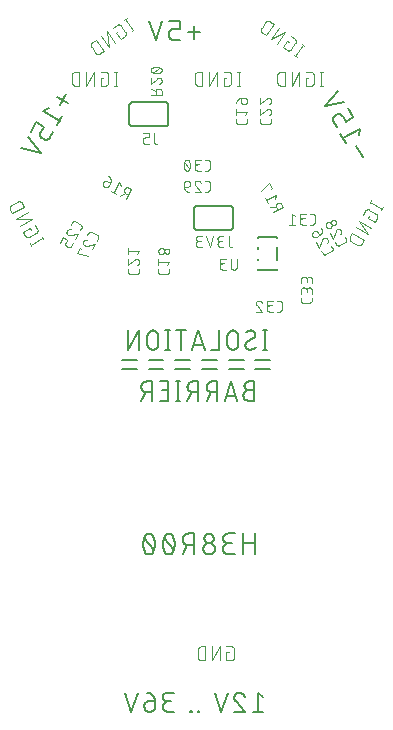
<source format=gbr>
G04 EAGLE Gerber RS-274X export*
G75*
%MOMM*%
%FSLAX34Y34*%
%LPD*%
%INSilkscreen Bottom*%
%IPPOS*%
%AMOC8*
5,1,8,0,0,1.08239X$1,22.5*%
G01*
%ADD10C,0.101600*%
%ADD11C,0.152400*%
%ADD12C,0.076200*%


D10*
X420327Y766122D02*
X413625Y756551D01*
X414689Y755807D02*
X412562Y757296D01*
X419263Y766867D02*
X421390Y765378D01*
X408482Y768076D02*
X406887Y769193D01*
X403164Y763876D01*
X406354Y761642D01*
X406355Y761642D02*
X406438Y761587D01*
X406522Y761535D01*
X406609Y761486D01*
X406697Y761440D01*
X406787Y761398D01*
X406879Y761359D01*
X406972Y761324D01*
X407066Y761292D01*
X407161Y761264D01*
X407258Y761240D01*
X407355Y761219D01*
X407453Y761203D01*
X407552Y761189D01*
X407651Y761180D01*
X407750Y761175D01*
X407850Y761173D01*
X407949Y761175D01*
X408048Y761181D01*
X408147Y761191D01*
X408246Y761204D01*
X408344Y761222D01*
X408441Y761243D01*
X408537Y761267D01*
X408633Y761296D01*
X408727Y761328D01*
X408820Y761363D01*
X408911Y761402D01*
X409001Y761445D01*
X409089Y761491D01*
X409175Y761540D01*
X409260Y761593D01*
X409342Y761649D01*
X409422Y761708D01*
X409500Y761770D01*
X409575Y761835D01*
X409648Y761902D01*
X409718Y761973D01*
X409786Y762046D01*
X409850Y762122D01*
X409912Y762200D01*
X409971Y762280D01*
X413694Y767597D01*
X413749Y767680D01*
X413801Y767764D01*
X413850Y767851D01*
X413896Y767939D01*
X413938Y768029D01*
X413977Y768121D01*
X414012Y768214D01*
X414044Y768308D01*
X414072Y768403D01*
X414096Y768500D01*
X414117Y768597D01*
X414133Y768695D01*
X414147Y768794D01*
X414156Y768893D01*
X414161Y768992D01*
X414163Y769092D01*
X414161Y769191D01*
X414155Y769290D01*
X414145Y769389D01*
X414132Y769488D01*
X414114Y769586D01*
X414093Y769683D01*
X414069Y769779D01*
X414040Y769875D01*
X414008Y769969D01*
X413973Y770062D01*
X413934Y770153D01*
X413891Y770243D01*
X413845Y770331D01*
X413796Y770417D01*
X413743Y770502D01*
X413687Y770584D01*
X413628Y770664D01*
X413566Y770742D01*
X413501Y770817D01*
X413434Y770890D01*
X413363Y770960D01*
X413290Y771028D01*
X413214Y771092D01*
X413136Y771154D01*
X413056Y771213D01*
X409866Y773447D01*
X405196Y776717D02*
X398494Y767146D01*
X393177Y770869D02*
X405196Y776717D01*
X399879Y780440D02*
X393177Y770869D01*
X388507Y774139D02*
X395209Y783710D01*
X392550Y785572D01*
X392551Y785572D02*
X392457Y785635D01*
X392361Y785695D01*
X392263Y785752D01*
X392163Y785805D01*
X392061Y785855D01*
X391957Y785901D01*
X391852Y785943D01*
X391746Y785982D01*
X391638Y786017D01*
X391529Y786048D01*
X391419Y786076D01*
X391308Y786099D01*
X391197Y786119D01*
X391085Y786135D01*
X390972Y786147D01*
X390859Y786155D01*
X390746Y786159D01*
X390632Y786159D01*
X390519Y786155D01*
X390406Y786147D01*
X390293Y786135D01*
X390181Y786119D01*
X390070Y786099D01*
X389959Y786076D01*
X389849Y786048D01*
X389740Y786017D01*
X389632Y785982D01*
X389526Y785943D01*
X389421Y785901D01*
X389317Y785855D01*
X389215Y785805D01*
X389115Y785752D01*
X389017Y785695D01*
X388921Y785635D01*
X388827Y785572D01*
X388736Y785505D01*
X388646Y785436D01*
X388559Y785363D01*
X388475Y785287D01*
X388394Y785208D01*
X388315Y785127D01*
X388239Y785043D01*
X388166Y784956D01*
X388097Y784867D01*
X388030Y784775D01*
X385052Y780521D01*
X385051Y780521D02*
X384988Y780427D01*
X384928Y780331D01*
X384871Y780233D01*
X384818Y780133D01*
X384768Y780031D01*
X384722Y779927D01*
X384680Y779822D01*
X384641Y779716D01*
X384606Y779608D01*
X384575Y779499D01*
X384547Y779389D01*
X384524Y779278D01*
X384504Y779167D01*
X384488Y779055D01*
X384476Y778942D01*
X384468Y778829D01*
X384464Y778716D01*
X384464Y778602D01*
X384468Y778489D01*
X384476Y778376D01*
X384488Y778263D01*
X384504Y778151D01*
X384524Y778040D01*
X384547Y777929D01*
X384575Y777819D01*
X384606Y777710D01*
X384641Y777602D01*
X384680Y777496D01*
X384722Y777391D01*
X384768Y777287D01*
X384818Y777185D01*
X384871Y777085D01*
X384928Y776987D01*
X384988Y776891D01*
X385051Y776797D01*
X385118Y776705D01*
X385187Y776616D01*
X385260Y776529D01*
X385336Y776445D01*
X385415Y776364D01*
X385496Y776285D01*
X385580Y776209D01*
X385667Y776136D01*
X385757Y776067D01*
X385848Y776000D01*
X385849Y776001D02*
X388507Y774139D01*
X199533Y602585D02*
X189415Y596743D01*
X188766Y597867D02*
X190064Y595618D01*
X200183Y601460D02*
X198884Y603709D01*
X189625Y609361D02*
X188651Y611048D01*
X183030Y607802D01*
X184977Y604429D01*
X184977Y604430D02*
X185028Y604345D01*
X185083Y604262D01*
X185140Y604181D01*
X185201Y604102D01*
X185265Y604026D01*
X185332Y603952D01*
X185401Y603881D01*
X185473Y603812D01*
X185548Y603746D01*
X185625Y603684D01*
X185704Y603624D01*
X185786Y603567D01*
X185870Y603514D01*
X185956Y603463D01*
X186043Y603416D01*
X186133Y603373D01*
X186224Y603333D01*
X186316Y603296D01*
X186410Y603263D01*
X186505Y603234D01*
X186601Y603208D01*
X186698Y603186D01*
X186796Y603168D01*
X186894Y603153D01*
X186993Y603142D01*
X187092Y603135D01*
X187192Y603132D01*
X187291Y603133D01*
X187391Y603137D01*
X187490Y603146D01*
X187589Y603158D01*
X187687Y603173D01*
X187784Y603193D01*
X187881Y603216D01*
X187977Y603243D01*
X188071Y603274D01*
X188165Y603308D01*
X188257Y603346D01*
X188347Y603387D01*
X188436Y603432D01*
X188523Y603480D01*
X188524Y603479D02*
X194145Y606725D01*
X194230Y606776D01*
X194313Y606831D01*
X194394Y606888D01*
X194473Y606949D01*
X194549Y607013D01*
X194623Y607080D01*
X194694Y607149D01*
X194763Y607221D01*
X194829Y607296D01*
X194891Y607373D01*
X194951Y607452D01*
X195008Y607534D01*
X195061Y607618D01*
X195112Y607704D01*
X195159Y607791D01*
X195202Y607881D01*
X195242Y607972D01*
X195279Y608064D01*
X195312Y608158D01*
X195341Y608253D01*
X195367Y608349D01*
X195389Y608446D01*
X195407Y608544D01*
X195422Y608642D01*
X195433Y608741D01*
X195440Y608840D01*
X195443Y608940D01*
X195442Y609039D01*
X195438Y609139D01*
X195429Y609238D01*
X195417Y609336D01*
X195402Y609435D01*
X195382Y609532D01*
X195359Y609629D01*
X195332Y609725D01*
X195301Y609819D01*
X195267Y609913D01*
X195229Y610005D01*
X195188Y610095D01*
X195143Y610184D01*
X195095Y610271D01*
X195096Y610271D02*
X193148Y613644D01*
X190298Y618581D02*
X180179Y612739D01*
X176934Y618361D02*
X190298Y618581D01*
X187052Y624203D02*
X176934Y618361D01*
X174083Y623298D02*
X184202Y629140D01*
X182579Y631951D01*
X182521Y632048D01*
X182459Y632143D01*
X182394Y632236D01*
X182326Y632326D01*
X182255Y632414D01*
X182180Y632500D01*
X182103Y632583D01*
X182023Y632663D01*
X181940Y632740D01*
X181854Y632815D01*
X181766Y632886D01*
X181676Y632954D01*
X181583Y633019D01*
X181488Y633081D01*
X181391Y633139D01*
X181292Y633194D01*
X181191Y633245D01*
X181088Y633293D01*
X180984Y633338D01*
X180878Y633378D01*
X180771Y633415D01*
X180663Y633448D01*
X180553Y633478D01*
X180443Y633503D01*
X180332Y633525D01*
X180220Y633542D01*
X180107Y633556D01*
X179994Y633566D01*
X179881Y633572D01*
X179768Y633574D01*
X179655Y633572D01*
X179542Y633566D01*
X179429Y633556D01*
X179316Y633542D01*
X179204Y633525D01*
X179093Y633503D01*
X178983Y633478D01*
X178873Y633448D01*
X178765Y633415D01*
X178658Y633378D01*
X178552Y633338D01*
X178448Y633293D01*
X178345Y633245D01*
X178244Y633194D01*
X178145Y633139D01*
X178146Y633139D02*
X173648Y630542D01*
X173551Y630484D01*
X173456Y630422D01*
X173363Y630357D01*
X173273Y630289D01*
X173185Y630218D01*
X173099Y630143D01*
X173016Y630066D01*
X172936Y629986D01*
X172859Y629903D01*
X172784Y629817D01*
X172713Y629729D01*
X172645Y629639D01*
X172580Y629546D01*
X172518Y629451D01*
X172460Y629354D01*
X172405Y629255D01*
X172354Y629154D01*
X172306Y629051D01*
X172261Y628947D01*
X172221Y628841D01*
X172184Y628734D01*
X172151Y628626D01*
X172121Y628516D01*
X172096Y628406D01*
X172074Y628295D01*
X172057Y628183D01*
X172043Y628070D01*
X172033Y627957D01*
X172027Y627844D01*
X172025Y627731D01*
X172027Y627618D01*
X172033Y627505D01*
X172043Y627392D01*
X172057Y627279D01*
X172074Y627167D01*
X172096Y627056D01*
X172121Y626946D01*
X172151Y626836D01*
X172184Y626728D01*
X172221Y626621D01*
X172261Y626515D01*
X172306Y626411D01*
X172354Y626308D01*
X172405Y626207D01*
X172460Y626108D01*
X172460Y626109D02*
X174083Y623298D01*
X276397Y778388D02*
X269695Y787959D01*
X277460Y779132D02*
X275333Y777643D01*
X268632Y787214D02*
X270759Y788703D01*
X263808Y777497D02*
X262213Y776380D01*
X265936Y771063D01*
X269126Y773297D01*
X269126Y773296D02*
X269206Y773355D01*
X269284Y773417D01*
X269360Y773481D01*
X269433Y773549D01*
X269504Y773619D01*
X269571Y773692D01*
X269636Y773767D01*
X269698Y773845D01*
X269757Y773925D01*
X269813Y774007D01*
X269866Y774092D01*
X269915Y774178D01*
X269961Y774266D01*
X270004Y774356D01*
X270043Y774447D01*
X270078Y774540D01*
X270110Y774634D01*
X270139Y774730D01*
X270163Y774826D01*
X270184Y774923D01*
X270202Y775021D01*
X270215Y775120D01*
X270225Y775219D01*
X270231Y775318D01*
X270233Y775417D01*
X270231Y775517D01*
X270226Y775616D01*
X270216Y775715D01*
X270203Y775814D01*
X270187Y775912D01*
X270166Y776009D01*
X270142Y776106D01*
X270114Y776201D01*
X270082Y776295D01*
X270047Y776388D01*
X270008Y776480D01*
X269966Y776570D01*
X269920Y776658D01*
X269871Y776745D01*
X269819Y776829D01*
X269764Y776912D01*
X269764Y776913D02*
X266041Y782230D01*
X265982Y782310D01*
X265920Y782388D01*
X265856Y782464D01*
X265788Y782537D01*
X265718Y782608D01*
X265645Y782675D01*
X265570Y782740D01*
X265492Y782802D01*
X265412Y782861D01*
X265330Y782917D01*
X265245Y782970D01*
X265159Y783019D01*
X265071Y783065D01*
X264981Y783108D01*
X264890Y783147D01*
X264797Y783182D01*
X264703Y783214D01*
X264607Y783243D01*
X264511Y783267D01*
X264414Y783288D01*
X264316Y783306D01*
X264217Y783319D01*
X264118Y783329D01*
X264019Y783335D01*
X263920Y783337D01*
X263820Y783335D01*
X263721Y783330D01*
X263622Y783321D01*
X263523Y783307D01*
X263425Y783291D01*
X263328Y783270D01*
X263231Y783246D01*
X263136Y783218D01*
X263042Y783186D01*
X262949Y783151D01*
X262857Y783112D01*
X262767Y783070D01*
X262679Y783024D01*
X262592Y782975D01*
X262508Y782923D01*
X262425Y782868D01*
X262424Y782868D02*
X259234Y780634D01*
X254564Y777364D02*
X261266Y767793D01*
X255949Y764070D02*
X254564Y777364D01*
X249247Y773641D02*
X255949Y764070D01*
X251279Y760800D02*
X244577Y770371D01*
X241919Y768509D01*
X241918Y768510D02*
X241827Y768443D01*
X241737Y768374D01*
X241650Y768301D01*
X241566Y768225D01*
X241485Y768146D01*
X241406Y768065D01*
X241330Y767981D01*
X241257Y767894D01*
X241188Y767805D01*
X241121Y767713D01*
X241058Y767619D01*
X240998Y767523D01*
X240941Y767425D01*
X240888Y767325D01*
X240838Y767223D01*
X240792Y767119D01*
X240750Y767014D01*
X240711Y766908D01*
X240676Y766800D01*
X240645Y766691D01*
X240617Y766581D01*
X240594Y766470D01*
X240574Y766359D01*
X240558Y766247D01*
X240546Y766134D01*
X240538Y766021D01*
X240534Y765908D01*
X240534Y765794D01*
X240538Y765681D01*
X240546Y765568D01*
X240558Y765455D01*
X240574Y765343D01*
X240594Y765232D01*
X240617Y765121D01*
X240645Y765011D01*
X240676Y764902D01*
X240711Y764794D01*
X240750Y764688D01*
X240792Y764583D01*
X240838Y764479D01*
X240888Y764377D01*
X240941Y764277D01*
X240998Y764179D01*
X241058Y764083D01*
X241121Y763989D01*
X241122Y763989D02*
X244100Y759735D01*
X244167Y759644D01*
X244236Y759554D01*
X244309Y759467D01*
X244385Y759383D01*
X244464Y759302D01*
X244545Y759223D01*
X244629Y759147D01*
X244716Y759074D01*
X244806Y759005D01*
X244897Y758938D01*
X244991Y758875D01*
X245087Y758815D01*
X245185Y758758D01*
X245285Y758705D01*
X245387Y758655D01*
X245491Y758609D01*
X245596Y758567D01*
X245702Y758528D01*
X245810Y758493D01*
X245919Y758462D01*
X246029Y758434D01*
X246140Y758411D01*
X246251Y758391D01*
X246363Y758375D01*
X246476Y758363D01*
X246589Y758355D01*
X246702Y758351D01*
X246816Y758351D01*
X246929Y758355D01*
X247042Y758363D01*
X247155Y758375D01*
X247267Y758391D01*
X247378Y758411D01*
X247489Y758434D01*
X247599Y758462D01*
X247708Y758493D01*
X247816Y758528D01*
X247922Y758567D01*
X248027Y758609D01*
X248131Y758655D01*
X248233Y758705D01*
X248333Y758758D01*
X248431Y758815D01*
X248527Y758875D01*
X248621Y758938D01*
X248620Y758938D02*
X251279Y760800D01*
D11*
X379605Y352313D02*
X379605Y334533D01*
X379605Y344411D02*
X369728Y344411D01*
X369728Y352313D02*
X369728Y334533D01*
X362297Y334533D02*
X357358Y334533D01*
X357218Y334535D01*
X357079Y334541D01*
X356939Y334551D01*
X356800Y334565D01*
X356661Y334582D01*
X356523Y334604D01*
X356386Y334630D01*
X356249Y334659D01*
X356113Y334692D01*
X355979Y334729D01*
X355845Y334770D01*
X355713Y334815D01*
X355581Y334864D01*
X355452Y334916D01*
X355324Y334971D01*
X355197Y335031D01*
X355072Y335094D01*
X354949Y335160D01*
X354828Y335230D01*
X354709Y335303D01*
X354592Y335380D01*
X354478Y335460D01*
X354365Y335543D01*
X354255Y335629D01*
X354148Y335719D01*
X354043Y335811D01*
X353941Y335906D01*
X353841Y336004D01*
X353744Y336105D01*
X353650Y336209D01*
X353560Y336315D01*
X353472Y336424D01*
X353387Y336535D01*
X353306Y336649D01*
X353227Y336764D01*
X353152Y336882D01*
X353081Y337003D01*
X353013Y337125D01*
X352948Y337248D01*
X352887Y337374D01*
X352829Y337502D01*
X352775Y337630D01*
X352725Y337761D01*
X352678Y337893D01*
X352635Y338026D01*
X352596Y338160D01*
X352561Y338295D01*
X352530Y338431D01*
X352502Y338569D01*
X352479Y338706D01*
X352459Y338845D01*
X352443Y338984D01*
X352431Y339123D01*
X352423Y339262D01*
X352419Y339402D01*
X352419Y339542D01*
X352423Y339682D01*
X352431Y339821D01*
X352443Y339960D01*
X352459Y340099D01*
X352479Y340238D01*
X352502Y340375D01*
X352530Y340513D01*
X352561Y340649D01*
X352596Y340784D01*
X352635Y340918D01*
X352678Y341051D01*
X352725Y341183D01*
X352775Y341314D01*
X352829Y341442D01*
X352887Y341570D01*
X352948Y341696D01*
X353013Y341819D01*
X353081Y341942D01*
X353152Y342062D01*
X353227Y342180D01*
X353306Y342295D01*
X353387Y342409D01*
X353472Y342520D01*
X353560Y342629D01*
X353650Y342735D01*
X353744Y342839D01*
X353841Y342940D01*
X353941Y343038D01*
X354043Y343133D01*
X354148Y343225D01*
X354255Y343315D01*
X354365Y343401D01*
X354478Y343484D01*
X354592Y343564D01*
X354709Y343641D01*
X354828Y343714D01*
X354949Y343784D01*
X355072Y343850D01*
X355197Y343913D01*
X355324Y343973D01*
X355452Y344028D01*
X355581Y344080D01*
X355713Y344129D01*
X355845Y344174D01*
X355979Y344215D01*
X356113Y344252D01*
X356249Y344285D01*
X356386Y344314D01*
X356523Y344340D01*
X356661Y344362D01*
X356800Y344379D01*
X356939Y344393D01*
X357079Y344403D01*
X357218Y344409D01*
X357358Y344411D01*
X356370Y352313D02*
X362297Y352313D01*
X356370Y352313D02*
X356246Y352311D01*
X356122Y352305D01*
X355998Y352295D01*
X355875Y352282D01*
X355752Y352264D01*
X355630Y352243D01*
X355508Y352218D01*
X355387Y352189D01*
X355268Y352156D01*
X355149Y352120D01*
X355032Y352079D01*
X354916Y352036D01*
X354801Y351988D01*
X354688Y351937D01*
X354576Y351882D01*
X354467Y351824D01*
X354359Y351763D01*
X354253Y351698D01*
X354149Y351630D01*
X354048Y351558D01*
X353948Y351484D01*
X353852Y351406D01*
X353757Y351326D01*
X353665Y351242D01*
X353576Y351156D01*
X353490Y351067D01*
X353406Y350975D01*
X353326Y350880D01*
X353248Y350784D01*
X353174Y350684D01*
X353102Y350583D01*
X353034Y350479D01*
X352969Y350373D01*
X352908Y350265D01*
X352850Y350156D01*
X352795Y350044D01*
X352744Y349931D01*
X352696Y349816D01*
X352653Y349700D01*
X352612Y349583D01*
X352576Y349464D01*
X352543Y349345D01*
X352514Y349224D01*
X352489Y349102D01*
X352468Y348980D01*
X352450Y348857D01*
X352437Y348734D01*
X352427Y348610D01*
X352421Y348486D01*
X352419Y348362D01*
X352421Y348238D01*
X352427Y348114D01*
X352437Y347990D01*
X352450Y347867D01*
X352468Y347744D01*
X352489Y347622D01*
X352514Y347500D01*
X352543Y347379D01*
X352576Y347260D01*
X352612Y347141D01*
X352653Y347024D01*
X352696Y346908D01*
X352744Y346793D01*
X352795Y346680D01*
X352850Y346568D01*
X352908Y346459D01*
X352969Y346351D01*
X353034Y346245D01*
X353102Y346141D01*
X353174Y346040D01*
X353248Y345940D01*
X353326Y345844D01*
X353406Y345749D01*
X353490Y345657D01*
X353576Y345568D01*
X353665Y345482D01*
X353757Y345398D01*
X353852Y345318D01*
X353948Y345240D01*
X354048Y345166D01*
X354149Y345094D01*
X354253Y345026D01*
X354359Y344961D01*
X354467Y344900D01*
X354576Y344842D01*
X354688Y344787D01*
X354801Y344736D01*
X354916Y344688D01*
X355032Y344645D01*
X355149Y344604D01*
X355268Y344568D01*
X355387Y344535D01*
X355508Y344506D01*
X355630Y344481D01*
X355752Y344460D01*
X355875Y344442D01*
X355998Y344429D01*
X356122Y344419D01*
X356246Y344413D01*
X356370Y344411D01*
X360321Y344411D01*
X345546Y339472D02*
X345544Y339612D01*
X345538Y339751D01*
X345528Y339891D01*
X345514Y340030D01*
X345497Y340169D01*
X345475Y340307D01*
X345449Y340444D01*
X345420Y340581D01*
X345387Y340717D01*
X345350Y340851D01*
X345309Y340985D01*
X345264Y341117D01*
X345215Y341249D01*
X345163Y341378D01*
X345108Y341506D01*
X345048Y341633D01*
X344985Y341758D01*
X344919Y341881D01*
X344849Y342002D01*
X344776Y342121D01*
X344699Y342238D01*
X344619Y342352D01*
X344536Y342465D01*
X344450Y342575D01*
X344360Y342682D01*
X344268Y342787D01*
X344173Y342889D01*
X344075Y342989D01*
X343974Y343086D01*
X343870Y343180D01*
X343764Y343270D01*
X343655Y343358D01*
X343544Y343443D01*
X343430Y343524D01*
X343315Y343603D01*
X343197Y343678D01*
X343077Y343749D01*
X342954Y343817D01*
X342831Y343882D01*
X342705Y343943D01*
X342577Y344001D01*
X342449Y344055D01*
X342318Y344105D01*
X342186Y344152D01*
X342053Y344195D01*
X341919Y344234D01*
X341784Y344269D01*
X341648Y344300D01*
X341510Y344328D01*
X341373Y344351D01*
X341234Y344371D01*
X341095Y344387D01*
X340956Y344399D01*
X340817Y344407D01*
X340677Y344411D01*
X340537Y344411D01*
X340397Y344407D01*
X340258Y344399D01*
X340119Y344387D01*
X339980Y344371D01*
X339841Y344351D01*
X339704Y344328D01*
X339566Y344300D01*
X339430Y344269D01*
X339295Y344234D01*
X339161Y344195D01*
X339028Y344152D01*
X338896Y344105D01*
X338765Y344055D01*
X338637Y344001D01*
X338509Y343943D01*
X338383Y343882D01*
X338260Y343817D01*
X338138Y343749D01*
X338017Y343678D01*
X337899Y343603D01*
X337784Y343524D01*
X337670Y343443D01*
X337559Y343358D01*
X337450Y343270D01*
X337344Y343180D01*
X337240Y343086D01*
X337139Y342989D01*
X337041Y342889D01*
X336946Y342787D01*
X336854Y342682D01*
X336764Y342575D01*
X336678Y342465D01*
X336595Y342352D01*
X336515Y342238D01*
X336438Y342121D01*
X336365Y342002D01*
X336295Y341881D01*
X336229Y341758D01*
X336166Y341633D01*
X336106Y341506D01*
X336051Y341378D01*
X335999Y341249D01*
X335950Y341117D01*
X335905Y340985D01*
X335864Y340851D01*
X335827Y340717D01*
X335794Y340581D01*
X335765Y340444D01*
X335739Y340307D01*
X335717Y340169D01*
X335700Y340030D01*
X335686Y339891D01*
X335676Y339751D01*
X335670Y339612D01*
X335668Y339472D01*
X335670Y339332D01*
X335676Y339193D01*
X335686Y339053D01*
X335700Y338914D01*
X335717Y338775D01*
X335739Y338637D01*
X335765Y338500D01*
X335794Y338363D01*
X335827Y338227D01*
X335864Y338093D01*
X335905Y337959D01*
X335950Y337827D01*
X335999Y337695D01*
X336051Y337566D01*
X336106Y337438D01*
X336166Y337311D01*
X336229Y337186D01*
X336295Y337063D01*
X336365Y336942D01*
X336438Y336823D01*
X336515Y336706D01*
X336595Y336592D01*
X336678Y336479D01*
X336764Y336369D01*
X336854Y336262D01*
X336946Y336157D01*
X337041Y336055D01*
X337139Y335955D01*
X337240Y335858D01*
X337344Y335764D01*
X337450Y335674D01*
X337559Y335586D01*
X337670Y335501D01*
X337784Y335420D01*
X337899Y335341D01*
X338017Y335266D01*
X338138Y335195D01*
X338260Y335127D01*
X338383Y335062D01*
X338509Y335001D01*
X338637Y334943D01*
X338765Y334889D01*
X338896Y334839D01*
X339028Y334792D01*
X339161Y334749D01*
X339295Y334710D01*
X339430Y334675D01*
X339566Y334644D01*
X339704Y334616D01*
X339841Y334593D01*
X339980Y334573D01*
X340119Y334557D01*
X340258Y334545D01*
X340397Y334537D01*
X340537Y334533D01*
X340677Y334533D01*
X340817Y334537D01*
X340956Y334545D01*
X341095Y334557D01*
X341234Y334573D01*
X341373Y334593D01*
X341510Y334616D01*
X341648Y334644D01*
X341784Y334675D01*
X341919Y334710D01*
X342053Y334749D01*
X342186Y334792D01*
X342318Y334839D01*
X342449Y334889D01*
X342577Y334943D01*
X342705Y335001D01*
X342831Y335062D01*
X342954Y335127D01*
X343077Y335195D01*
X343197Y335266D01*
X343315Y335341D01*
X343430Y335420D01*
X343544Y335501D01*
X343655Y335586D01*
X343764Y335674D01*
X343870Y335764D01*
X343974Y335858D01*
X344075Y335955D01*
X344173Y336055D01*
X344268Y336157D01*
X344360Y336262D01*
X344450Y336369D01*
X344536Y336479D01*
X344619Y336592D01*
X344699Y336706D01*
X344776Y336823D01*
X344849Y336942D01*
X344919Y337063D01*
X344985Y337186D01*
X345048Y337311D01*
X345108Y337438D01*
X345163Y337566D01*
X345215Y337695D01*
X345264Y337827D01*
X345309Y337959D01*
X345350Y338093D01*
X345387Y338227D01*
X345420Y338363D01*
X345449Y338500D01*
X345475Y338637D01*
X345497Y338775D01*
X345514Y338914D01*
X345528Y339053D01*
X345538Y339193D01*
X345544Y339332D01*
X345546Y339472D01*
X344558Y348362D02*
X344556Y348486D01*
X344550Y348610D01*
X344540Y348734D01*
X344527Y348857D01*
X344509Y348980D01*
X344488Y349102D01*
X344463Y349224D01*
X344434Y349345D01*
X344401Y349464D01*
X344365Y349583D01*
X344324Y349700D01*
X344281Y349816D01*
X344233Y349931D01*
X344182Y350044D01*
X344127Y350156D01*
X344069Y350265D01*
X344008Y350373D01*
X343943Y350479D01*
X343875Y350583D01*
X343803Y350684D01*
X343729Y350784D01*
X343651Y350880D01*
X343571Y350975D01*
X343487Y351067D01*
X343401Y351156D01*
X343312Y351242D01*
X343220Y351326D01*
X343125Y351406D01*
X343029Y351484D01*
X342929Y351558D01*
X342828Y351630D01*
X342724Y351698D01*
X342618Y351763D01*
X342510Y351824D01*
X342401Y351882D01*
X342289Y351937D01*
X342176Y351988D01*
X342061Y352036D01*
X341945Y352079D01*
X341828Y352120D01*
X341709Y352156D01*
X341590Y352189D01*
X341469Y352218D01*
X341347Y352243D01*
X341225Y352264D01*
X341102Y352282D01*
X340979Y352295D01*
X340855Y352305D01*
X340731Y352311D01*
X340607Y352313D01*
X340483Y352311D01*
X340359Y352305D01*
X340235Y352295D01*
X340112Y352282D01*
X339989Y352264D01*
X339867Y352243D01*
X339745Y352218D01*
X339624Y352189D01*
X339505Y352156D01*
X339386Y352120D01*
X339269Y352079D01*
X339153Y352036D01*
X339038Y351988D01*
X338925Y351937D01*
X338813Y351882D01*
X338704Y351824D01*
X338596Y351763D01*
X338490Y351698D01*
X338386Y351630D01*
X338285Y351558D01*
X338185Y351484D01*
X338089Y351406D01*
X337994Y351326D01*
X337902Y351242D01*
X337813Y351156D01*
X337727Y351067D01*
X337643Y350975D01*
X337563Y350880D01*
X337485Y350784D01*
X337411Y350684D01*
X337339Y350583D01*
X337271Y350479D01*
X337206Y350373D01*
X337145Y350265D01*
X337087Y350156D01*
X337032Y350044D01*
X336981Y349931D01*
X336933Y349816D01*
X336890Y349700D01*
X336849Y349583D01*
X336813Y349464D01*
X336780Y349345D01*
X336751Y349224D01*
X336726Y349102D01*
X336705Y348980D01*
X336687Y348857D01*
X336674Y348734D01*
X336664Y348610D01*
X336658Y348486D01*
X336656Y348362D01*
X336658Y348238D01*
X336664Y348114D01*
X336674Y347990D01*
X336687Y347867D01*
X336705Y347744D01*
X336726Y347622D01*
X336751Y347500D01*
X336780Y347379D01*
X336813Y347260D01*
X336849Y347141D01*
X336890Y347024D01*
X336933Y346908D01*
X336981Y346793D01*
X337032Y346680D01*
X337087Y346568D01*
X337145Y346459D01*
X337206Y346351D01*
X337271Y346245D01*
X337339Y346141D01*
X337411Y346040D01*
X337485Y345940D01*
X337563Y345844D01*
X337643Y345749D01*
X337727Y345657D01*
X337813Y345568D01*
X337902Y345482D01*
X337994Y345398D01*
X338089Y345318D01*
X338185Y345240D01*
X338285Y345166D01*
X338386Y345094D01*
X338490Y345026D01*
X338596Y344961D01*
X338704Y344900D01*
X338813Y344842D01*
X338925Y344787D01*
X339038Y344736D01*
X339153Y344688D01*
X339269Y344645D01*
X339386Y344604D01*
X339505Y344568D01*
X339624Y344535D01*
X339745Y344506D01*
X339867Y344481D01*
X339989Y344460D01*
X340112Y344442D01*
X340235Y344429D01*
X340359Y344419D01*
X340483Y344413D01*
X340607Y344411D01*
X340731Y344413D01*
X340855Y344419D01*
X340979Y344429D01*
X341102Y344442D01*
X341225Y344460D01*
X341347Y344481D01*
X341469Y344506D01*
X341590Y344535D01*
X341709Y344568D01*
X341828Y344604D01*
X341945Y344645D01*
X342061Y344688D01*
X342176Y344736D01*
X342289Y344787D01*
X342401Y344842D01*
X342510Y344900D01*
X342618Y344961D01*
X342724Y345026D01*
X342828Y345094D01*
X342929Y345166D01*
X343029Y345240D01*
X343125Y345318D01*
X343220Y345398D01*
X343312Y345482D01*
X343401Y345568D01*
X343487Y345657D01*
X343571Y345749D01*
X343651Y345844D01*
X343729Y345940D01*
X343803Y346040D01*
X343875Y346141D01*
X343943Y346245D01*
X344008Y346351D01*
X344069Y346459D01*
X344127Y346568D01*
X344182Y346680D01*
X344233Y346793D01*
X344281Y346908D01*
X344324Y347024D01*
X344365Y347141D01*
X344401Y347260D01*
X344434Y347379D01*
X344463Y347500D01*
X344488Y347622D01*
X344509Y347744D01*
X344527Y347867D01*
X344540Y347990D01*
X344550Y348114D01*
X344556Y348238D01*
X344558Y348362D01*
X328152Y352313D02*
X328152Y334533D01*
X328152Y352313D02*
X323213Y352313D01*
X323073Y352311D01*
X322934Y352305D01*
X322794Y352295D01*
X322655Y352281D01*
X322516Y352264D01*
X322378Y352242D01*
X322241Y352216D01*
X322104Y352187D01*
X321968Y352154D01*
X321834Y352117D01*
X321700Y352076D01*
X321568Y352031D01*
X321436Y351982D01*
X321307Y351930D01*
X321179Y351875D01*
X321052Y351815D01*
X320927Y351752D01*
X320804Y351686D01*
X320683Y351616D01*
X320564Y351543D01*
X320447Y351466D01*
X320333Y351386D01*
X320220Y351303D01*
X320110Y351217D01*
X320003Y351127D01*
X319898Y351035D01*
X319796Y350940D01*
X319696Y350842D01*
X319599Y350741D01*
X319505Y350637D01*
X319415Y350531D01*
X319327Y350422D01*
X319242Y350311D01*
X319161Y350197D01*
X319082Y350082D01*
X319007Y349964D01*
X318936Y349844D01*
X318868Y349721D01*
X318803Y349598D01*
X318742Y349472D01*
X318684Y349344D01*
X318630Y349216D01*
X318580Y349085D01*
X318533Y348953D01*
X318490Y348820D01*
X318451Y348686D01*
X318416Y348551D01*
X318385Y348415D01*
X318357Y348277D01*
X318334Y348140D01*
X318314Y348001D01*
X318298Y347862D01*
X318286Y347723D01*
X318278Y347584D01*
X318274Y347444D01*
X318274Y347304D01*
X318278Y347164D01*
X318286Y347025D01*
X318298Y346886D01*
X318314Y346747D01*
X318334Y346608D01*
X318357Y346471D01*
X318385Y346333D01*
X318416Y346197D01*
X318451Y346062D01*
X318490Y345928D01*
X318533Y345795D01*
X318580Y345663D01*
X318630Y345532D01*
X318684Y345404D01*
X318742Y345276D01*
X318803Y345150D01*
X318868Y345027D01*
X318936Y344905D01*
X319007Y344784D01*
X319082Y344666D01*
X319161Y344551D01*
X319242Y344437D01*
X319327Y344326D01*
X319415Y344217D01*
X319505Y344111D01*
X319599Y344007D01*
X319696Y343906D01*
X319796Y343808D01*
X319898Y343713D01*
X320003Y343621D01*
X320110Y343531D01*
X320220Y343445D01*
X320333Y343362D01*
X320447Y343282D01*
X320564Y343205D01*
X320683Y343132D01*
X320804Y343062D01*
X320927Y342996D01*
X321052Y342933D01*
X321179Y342873D01*
X321307Y342818D01*
X321436Y342766D01*
X321568Y342717D01*
X321700Y342672D01*
X321834Y342631D01*
X321968Y342594D01*
X322104Y342561D01*
X322241Y342532D01*
X322378Y342506D01*
X322516Y342484D01*
X322655Y342467D01*
X322794Y342453D01*
X322934Y342443D01*
X323073Y342437D01*
X323213Y342435D01*
X328152Y342435D01*
X322225Y342435D02*
X318274Y334533D01*
X311487Y343423D02*
X311483Y343773D01*
X311470Y344122D01*
X311449Y344471D01*
X311420Y344820D01*
X311383Y345168D01*
X311337Y345515D01*
X311283Y345860D01*
X311221Y346204D01*
X311150Y346547D01*
X311071Y346888D01*
X310985Y347227D01*
X310890Y347563D01*
X310787Y347898D01*
X310676Y348229D01*
X310558Y348559D01*
X310431Y348885D01*
X310297Y349208D01*
X310155Y349527D01*
X310005Y349844D01*
X309965Y349957D01*
X309921Y350067D01*
X309873Y350177D01*
X309822Y350284D01*
X309767Y350390D01*
X309709Y350495D01*
X309647Y350597D01*
X309582Y350697D01*
X309514Y350795D01*
X309443Y350891D01*
X309368Y350984D01*
X309291Y351075D01*
X309211Y351163D01*
X309128Y351248D01*
X309042Y351331D01*
X308953Y351411D01*
X308862Y351488D01*
X308768Y351562D01*
X308672Y351633D01*
X308574Y351701D01*
X308474Y351765D01*
X308371Y351827D01*
X308267Y351884D01*
X308161Y351939D01*
X308053Y351990D01*
X307943Y352037D01*
X307832Y352081D01*
X307720Y352121D01*
X307606Y352157D01*
X307492Y352190D01*
X307376Y352219D01*
X307259Y352244D01*
X307142Y352265D01*
X307024Y352283D01*
X306905Y352296D01*
X306786Y352306D01*
X306667Y352312D01*
X306548Y352314D01*
X306548Y352313D02*
X306429Y352311D01*
X306310Y352305D01*
X306191Y352295D01*
X306072Y352282D01*
X305954Y352264D01*
X305837Y352243D01*
X305720Y352218D01*
X305604Y352189D01*
X305490Y352156D01*
X305376Y352120D01*
X305264Y352080D01*
X305153Y352036D01*
X305043Y351989D01*
X304935Y351938D01*
X304829Y351883D01*
X304725Y351826D01*
X304622Y351764D01*
X304522Y351700D01*
X304424Y351632D01*
X304328Y351561D01*
X304234Y351487D01*
X304143Y351410D01*
X304054Y351330D01*
X303969Y351247D01*
X303885Y351162D01*
X303805Y351074D01*
X303728Y350983D01*
X303653Y350890D01*
X303582Y350794D01*
X303514Y350696D01*
X303449Y350596D01*
X303387Y350494D01*
X303329Y350389D01*
X303274Y350284D01*
X303223Y350176D01*
X303175Y350066D01*
X303131Y349956D01*
X303091Y349843D01*
X303091Y349844D02*
X302941Y349527D01*
X302799Y349208D01*
X302665Y348885D01*
X302538Y348559D01*
X302420Y348229D01*
X302309Y347898D01*
X302206Y347563D01*
X302111Y347227D01*
X302025Y346888D01*
X301946Y346547D01*
X301875Y346204D01*
X301813Y345860D01*
X301759Y345515D01*
X301713Y345168D01*
X301676Y344820D01*
X301647Y344471D01*
X301626Y344122D01*
X301613Y343773D01*
X301609Y343423D01*
X311487Y343423D02*
X311483Y343073D01*
X311470Y342724D01*
X311449Y342375D01*
X311420Y342026D01*
X311383Y341678D01*
X311337Y341331D01*
X311283Y340986D01*
X311221Y340642D01*
X311150Y340299D01*
X311071Y339958D01*
X310985Y339619D01*
X310890Y339283D01*
X310787Y338948D01*
X310676Y338617D01*
X310558Y338288D01*
X310431Y337961D01*
X310297Y337638D01*
X310155Y337319D01*
X310005Y337003D01*
X309965Y336890D01*
X309921Y336780D01*
X309873Y336670D01*
X309822Y336563D01*
X309767Y336457D01*
X309709Y336352D01*
X309647Y336250D01*
X309582Y336150D01*
X309514Y336052D01*
X309443Y335956D01*
X309368Y335863D01*
X309291Y335772D01*
X309211Y335684D01*
X309128Y335599D01*
X309042Y335516D01*
X308953Y335436D01*
X308862Y335359D01*
X308768Y335285D01*
X308672Y335214D01*
X308574Y335146D01*
X308474Y335082D01*
X308371Y335020D01*
X308267Y334963D01*
X308161Y334908D01*
X308053Y334857D01*
X307943Y334810D01*
X307832Y334766D01*
X307720Y334726D01*
X307606Y334690D01*
X307492Y334657D01*
X307376Y334628D01*
X307259Y334603D01*
X307142Y334582D01*
X307024Y334564D01*
X306905Y334551D01*
X306786Y334541D01*
X306667Y334535D01*
X306548Y334533D01*
X303091Y337003D02*
X302941Y337319D01*
X302799Y337638D01*
X302665Y337961D01*
X302538Y338288D01*
X302420Y338617D01*
X302309Y338948D01*
X302206Y339283D01*
X302111Y339619D01*
X302025Y339958D01*
X301946Y340299D01*
X301875Y340642D01*
X301813Y340986D01*
X301759Y341331D01*
X301713Y341678D01*
X301676Y342026D01*
X301647Y342375D01*
X301626Y342724D01*
X301613Y343073D01*
X301609Y343423D01*
X303091Y337003D02*
X303131Y336890D01*
X303175Y336780D01*
X303223Y336670D01*
X303274Y336562D01*
X303329Y336456D01*
X303387Y336352D01*
X303449Y336250D01*
X303514Y336150D01*
X303582Y336052D01*
X303653Y335956D01*
X303728Y335863D01*
X303805Y335772D01*
X303885Y335684D01*
X303969Y335599D01*
X304054Y335516D01*
X304143Y335436D01*
X304234Y335359D01*
X304328Y335285D01*
X304424Y335214D01*
X304522Y335146D01*
X304622Y335082D01*
X304725Y335020D01*
X304829Y334962D01*
X304935Y334908D01*
X305043Y334857D01*
X305153Y334810D01*
X305264Y334766D01*
X305376Y334726D01*
X305490Y334690D01*
X305604Y334657D01*
X305720Y334628D01*
X305837Y334603D01*
X305954Y334582D01*
X306072Y334564D01*
X306191Y334551D01*
X306310Y334541D01*
X306429Y334535D01*
X306548Y334533D01*
X310499Y338484D02*
X302597Y348362D01*
X294736Y343423D02*
X294732Y343773D01*
X294719Y344122D01*
X294698Y344471D01*
X294669Y344820D01*
X294632Y345168D01*
X294586Y345515D01*
X294532Y345860D01*
X294470Y346204D01*
X294399Y346547D01*
X294320Y346888D01*
X294234Y347227D01*
X294139Y347563D01*
X294036Y347898D01*
X293925Y348229D01*
X293807Y348559D01*
X293680Y348885D01*
X293546Y349208D01*
X293404Y349527D01*
X293254Y349844D01*
X293255Y349844D02*
X293215Y349957D01*
X293171Y350067D01*
X293123Y350177D01*
X293072Y350284D01*
X293017Y350390D01*
X292959Y350495D01*
X292897Y350597D01*
X292832Y350697D01*
X292764Y350795D01*
X292693Y350891D01*
X292618Y350984D01*
X292541Y351075D01*
X292461Y351163D01*
X292378Y351248D01*
X292292Y351331D01*
X292203Y351411D01*
X292112Y351488D01*
X292018Y351562D01*
X291922Y351633D01*
X291824Y351701D01*
X291724Y351765D01*
X291621Y351827D01*
X291517Y351884D01*
X291411Y351939D01*
X291303Y351990D01*
X291193Y352037D01*
X291082Y352081D01*
X290970Y352121D01*
X290856Y352157D01*
X290742Y352190D01*
X290626Y352219D01*
X290509Y352244D01*
X290392Y352265D01*
X290274Y352283D01*
X290155Y352296D01*
X290036Y352306D01*
X289917Y352312D01*
X289798Y352314D01*
X289798Y352313D02*
X289679Y352311D01*
X289560Y352305D01*
X289441Y352295D01*
X289322Y352282D01*
X289204Y352264D01*
X289087Y352243D01*
X288970Y352218D01*
X288854Y352189D01*
X288740Y352156D01*
X288626Y352120D01*
X288514Y352080D01*
X288403Y352036D01*
X288293Y351989D01*
X288185Y351938D01*
X288079Y351883D01*
X287975Y351826D01*
X287872Y351764D01*
X287772Y351700D01*
X287674Y351632D01*
X287578Y351561D01*
X287484Y351487D01*
X287393Y351410D01*
X287304Y351330D01*
X287219Y351247D01*
X287135Y351162D01*
X287055Y351074D01*
X286978Y350983D01*
X286903Y350890D01*
X286832Y350794D01*
X286764Y350696D01*
X286699Y350596D01*
X286637Y350494D01*
X286579Y350389D01*
X286524Y350284D01*
X286473Y350176D01*
X286425Y350066D01*
X286381Y349956D01*
X286341Y349843D01*
X286341Y349844D02*
X286191Y349527D01*
X286049Y349208D01*
X285915Y348885D01*
X285788Y348559D01*
X285670Y348229D01*
X285559Y347898D01*
X285456Y347563D01*
X285361Y347227D01*
X285275Y346888D01*
X285196Y346547D01*
X285125Y346204D01*
X285063Y345860D01*
X285009Y345515D01*
X284963Y345168D01*
X284926Y344820D01*
X284897Y344471D01*
X284876Y344122D01*
X284863Y343773D01*
X284859Y343423D01*
X294736Y343423D02*
X294732Y343073D01*
X294719Y342724D01*
X294698Y342375D01*
X294669Y342026D01*
X294632Y341678D01*
X294586Y341331D01*
X294532Y340986D01*
X294470Y340642D01*
X294399Y340299D01*
X294320Y339958D01*
X294234Y339619D01*
X294139Y339283D01*
X294036Y338948D01*
X293925Y338617D01*
X293807Y338288D01*
X293680Y337961D01*
X293546Y337638D01*
X293404Y337319D01*
X293254Y337003D01*
X293255Y337003D02*
X293215Y336890D01*
X293171Y336780D01*
X293123Y336670D01*
X293072Y336563D01*
X293017Y336457D01*
X292959Y336352D01*
X292897Y336250D01*
X292832Y336150D01*
X292764Y336052D01*
X292693Y335956D01*
X292618Y335863D01*
X292541Y335772D01*
X292461Y335684D01*
X292378Y335599D01*
X292292Y335516D01*
X292203Y335436D01*
X292112Y335359D01*
X292018Y335285D01*
X291922Y335214D01*
X291824Y335146D01*
X291724Y335082D01*
X291621Y335020D01*
X291517Y334963D01*
X291411Y334908D01*
X291303Y334857D01*
X291193Y334810D01*
X291082Y334766D01*
X290970Y334726D01*
X290856Y334690D01*
X290742Y334657D01*
X290626Y334628D01*
X290509Y334603D01*
X290392Y334582D01*
X290274Y334564D01*
X290155Y334551D01*
X290036Y334541D01*
X289917Y334535D01*
X289798Y334533D01*
X286341Y337003D02*
X286191Y337319D01*
X286049Y337638D01*
X285915Y337961D01*
X285788Y338288D01*
X285670Y338617D01*
X285559Y338948D01*
X285456Y339283D01*
X285361Y339619D01*
X285275Y339958D01*
X285196Y340299D01*
X285125Y340642D01*
X285063Y340986D01*
X285009Y341331D01*
X284963Y341678D01*
X284926Y342026D01*
X284897Y342375D01*
X284876Y342724D01*
X284863Y343073D01*
X284859Y343423D01*
X286341Y337003D02*
X286381Y336890D01*
X286425Y336780D01*
X286473Y336670D01*
X286524Y336562D01*
X286579Y336456D01*
X286637Y336352D01*
X286699Y336250D01*
X286764Y336150D01*
X286832Y336052D01*
X286903Y335956D01*
X286978Y335863D01*
X287055Y335772D01*
X287135Y335684D01*
X287219Y335599D01*
X287304Y335516D01*
X287393Y335436D01*
X287484Y335359D01*
X287578Y335285D01*
X287674Y335214D01*
X287772Y335146D01*
X287872Y335082D01*
X287975Y335020D01*
X288079Y334962D01*
X288185Y334908D01*
X288293Y334857D01*
X288403Y334810D01*
X288514Y334766D01*
X288626Y334726D01*
X288740Y334690D01*
X288854Y334657D01*
X288970Y334628D01*
X289087Y334603D01*
X289204Y334582D01*
X289322Y334564D01*
X289441Y334551D01*
X289560Y334541D01*
X289679Y334535D01*
X289798Y334533D01*
X293749Y338484D02*
X285846Y348362D01*
X279322Y491490D02*
X266700Y491490D01*
X289322Y491490D02*
X301943Y491490D01*
X311943Y491490D02*
X324565Y491490D01*
X334565Y491490D02*
X347187Y491490D01*
X357187Y491490D02*
X369808Y491490D01*
X379808Y491490D02*
X392430Y491490D01*
X279322Y499110D02*
X266700Y499110D01*
X289322Y499110D02*
X301943Y499110D01*
X311943Y499110D02*
X324565Y499110D01*
X334565Y499110D02*
X347187Y499110D01*
X357187Y499110D02*
X369808Y499110D01*
X379808Y499110D02*
X392430Y499110D01*
D10*
X477105Y633217D02*
X487223Y627375D01*
X486574Y626251D02*
X487873Y628499D01*
X477754Y634341D02*
X476456Y632093D01*
X476190Y621248D02*
X475217Y619561D01*
X480838Y616316D01*
X482785Y619688D01*
X482785Y619689D02*
X482833Y619776D01*
X482878Y619865D01*
X482919Y619955D01*
X482957Y620047D01*
X482991Y620141D01*
X483022Y620235D01*
X483049Y620331D01*
X483072Y620428D01*
X483092Y620525D01*
X483107Y620624D01*
X483119Y620722D01*
X483128Y620821D01*
X483132Y620921D01*
X483133Y621020D01*
X483130Y621120D01*
X483123Y621219D01*
X483112Y621318D01*
X483097Y621416D01*
X483079Y621514D01*
X483057Y621611D01*
X483031Y621707D01*
X483002Y621802D01*
X482969Y621896D01*
X482932Y621988D01*
X482892Y622079D01*
X482849Y622168D01*
X482802Y622256D01*
X482751Y622342D01*
X482698Y622426D01*
X482641Y622507D01*
X482581Y622587D01*
X482519Y622664D01*
X482453Y622739D01*
X482384Y622811D01*
X482313Y622880D01*
X482239Y622947D01*
X482163Y623011D01*
X482084Y623071D01*
X482003Y623129D01*
X481920Y623184D01*
X481835Y623235D01*
X476214Y626481D01*
X476213Y626480D02*
X476126Y626528D01*
X476037Y626573D01*
X475947Y626614D01*
X475855Y626652D01*
X475761Y626686D01*
X475667Y626717D01*
X475571Y626744D01*
X475474Y626767D01*
X475377Y626787D01*
X475278Y626802D01*
X475180Y626814D01*
X475081Y626823D01*
X474981Y626827D01*
X474882Y626828D01*
X474782Y626825D01*
X474683Y626818D01*
X474584Y626807D01*
X474486Y626792D01*
X474388Y626774D01*
X474291Y626752D01*
X474195Y626726D01*
X474100Y626697D01*
X474006Y626664D01*
X473914Y626627D01*
X473823Y626587D01*
X473734Y626544D01*
X473646Y626497D01*
X473560Y626446D01*
X473476Y626393D01*
X473395Y626336D01*
X473315Y626276D01*
X473238Y626214D01*
X473163Y626148D01*
X473091Y626079D01*
X473022Y626008D01*
X472955Y625934D01*
X472891Y625858D01*
X472831Y625779D01*
X472773Y625698D01*
X472718Y625615D01*
X472667Y625530D01*
X470720Y622158D01*
X467869Y617220D02*
X477988Y611378D01*
X474742Y605757D02*
X467869Y617220D01*
X464624Y611599D02*
X474742Y605757D01*
X471892Y600820D02*
X461773Y606662D01*
X460150Y603851D01*
X460095Y603752D01*
X460044Y603651D01*
X459996Y603548D01*
X459951Y603444D01*
X459911Y603338D01*
X459874Y603231D01*
X459841Y603123D01*
X459811Y603013D01*
X459786Y602903D01*
X459764Y602792D01*
X459747Y602680D01*
X459733Y602567D01*
X459723Y602454D01*
X459717Y602341D01*
X459715Y602228D01*
X459717Y602115D01*
X459723Y602002D01*
X459733Y601889D01*
X459747Y601776D01*
X459764Y601664D01*
X459786Y601553D01*
X459811Y601443D01*
X459841Y601333D01*
X459874Y601225D01*
X459911Y601118D01*
X459951Y601012D01*
X459996Y600908D01*
X460044Y600805D01*
X460095Y600704D01*
X460150Y600605D01*
X460208Y600508D01*
X460270Y600413D01*
X460335Y600320D01*
X460403Y600230D01*
X460474Y600142D01*
X460549Y600056D01*
X460626Y599973D01*
X460706Y599893D01*
X460789Y599816D01*
X460875Y599741D01*
X460963Y599670D01*
X461053Y599602D01*
X461146Y599537D01*
X461241Y599475D01*
X461338Y599417D01*
X461338Y599418D02*
X465836Y596821D01*
X465835Y596821D02*
X465934Y596766D01*
X466035Y596715D01*
X466138Y596667D01*
X466242Y596622D01*
X466348Y596582D01*
X466455Y596545D01*
X466563Y596512D01*
X466673Y596482D01*
X466783Y596457D01*
X466894Y596435D01*
X467006Y596418D01*
X467119Y596404D01*
X467232Y596394D01*
X467345Y596388D01*
X467458Y596386D01*
X467571Y596388D01*
X467684Y596394D01*
X467797Y596404D01*
X467910Y596418D01*
X468022Y596435D01*
X468133Y596457D01*
X468243Y596482D01*
X468353Y596512D01*
X468461Y596545D01*
X468568Y596582D01*
X468674Y596622D01*
X468778Y596667D01*
X468881Y596715D01*
X468982Y596766D01*
X469081Y596821D01*
X469178Y596879D01*
X469273Y596941D01*
X469366Y597006D01*
X469456Y597074D01*
X469545Y597145D01*
X469630Y597220D01*
X469713Y597297D01*
X469793Y597377D01*
X469870Y597460D01*
X469945Y597546D01*
X470016Y597634D01*
X470084Y597724D01*
X470149Y597817D01*
X470211Y597912D01*
X470269Y598009D01*
X471892Y600820D01*
D11*
X333248Y776704D02*
X322411Y776704D01*
X327829Y771285D02*
X327829Y782122D01*
X315672Y770382D02*
X310253Y770382D01*
X310135Y770384D01*
X310017Y770390D01*
X309899Y770399D01*
X309782Y770413D01*
X309665Y770430D01*
X309548Y770451D01*
X309433Y770476D01*
X309318Y770505D01*
X309204Y770538D01*
X309092Y770574D01*
X308981Y770614D01*
X308871Y770657D01*
X308762Y770704D01*
X308655Y770754D01*
X308550Y770809D01*
X308447Y770866D01*
X308346Y770927D01*
X308246Y770991D01*
X308149Y771058D01*
X308054Y771128D01*
X307962Y771202D01*
X307871Y771278D01*
X307784Y771358D01*
X307699Y771440D01*
X307617Y771525D01*
X307537Y771612D01*
X307461Y771703D01*
X307387Y771795D01*
X307317Y771890D01*
X307250Y771987D01*
X307186Y772087D01*
X307125Y772188D01*
X307068Y772291D01*
X307013Y772396D01*
X306963Y772503D01*
X306916Y772612D01*
X306873Y772722D01*
X306833Y772833D01*
X306797Y772945D01*
X306764Y773059D01*
X306735Y773174D01*
X306710Y773289D01*
X306689Y773406D01*
X306672Y773523D01*
X306658Y773640D01*
X306649Y773758D01*
X306643Y773876D01*
X306641Y773994D01*
X306641Y775801D01*
X306643Y775919D01*
X306649Y776037D01*
X306658Y776155D01*
X306672Y776272D01*
X306689Y776389D01*
X306710Y776506D01*
X306735Y776621D01*
X306764Y776736D01*
X306797Y776850D01*
X306833Y776962D01*
X306873Y777073D01*
X306916Y777183D01*
X306963Y777292D01*
X307013Y777399D01*
X307068Y777504D01*
X307125Y777607D01*
X307186Y777708D01*
X307250Y777808D01*
X307317Y777905D01*
X307387Y778000D01*
X307461Y778092D01*
X307537Y778183D01*
X307617Y778270D01*
X307699Y778355D01*
X307784Y778437D01*
X307871Y778517D01*
X307962Y778593D01*
X308054Y778667D01*
X308149Y778737D01*
X308246Y778804D01*
X308346Y778868D01*
X308447Y778929D01*
X308550Y778986D01*
X308655Y779041D01*
X308762Y779091D01*
X308871Y779138D01*
X308981Y779181D01*
X309092Y779221D01*
X309204Y779257D01*
X309318Y779290D01*
X309433Y779319D01*
X309548Y779344D01*
X309665Y779365D01*
X309782Y779382D01*
X309899Y779396D01*
X310017Y779405D01*
X310135Y779411D01*
X310253Y779413D01*
X315672Y779413D01*
X315672Y786638D01*
X306641Y786638D01*
X300943Y786638D02*
X295525Y770382D01*
X290106Y786638D01*
X219544Y724242D02*
X214126Y714857D01*
X221528Y716840D02*
X212142Y722259D01*
X205281Y712181D02*
X199895Y710077D01*
X213973Y701949D01*
X216231Y705859D02*
X211715Y698038D01*
X208415Y692322D02*
X205706Y687630D01*
X205645Y687529D01*
X205581Y687429D01*
X205514Y687332D01*
X205444Y687237D01*
X205370Y687145D01*
X205294Y687054D01*
X205214Y686967D01*
X205132Y686882D01*
X205047Y686800D01*
X204960Y686720D01*
X204869Y686644D01*
X204777Y686570D01*
X204682Y686500D01*
X204585Y686433D01*
X204485Y686369D01*
X204384Y686308D01*
X204281Y686251D01*
X204176Y686197D01*
X204069Y686146D01*
X203960Y686099D01*
X203850Y686056D01*
X203739Y686016D01*
X203627Y685980D01*
X203513Y685947D01*
X203398Y685918D01*
X203283Y685893D01*
X203166Y685872D01*
X203049Y685855D01*
X202932Y685841D01*
X202814Y685832D01*
X202696Y685826D01*
X202578Y685824D01*
X202460Y685826D01*
X202342Y685832D01*
X202224Y685841D01*
X202107Y685855D01*
X201990Y685872D01*
X201873Y685893D01*
X201758Y685918D01*
X201643Y685947D01*
X201529Y685980D01*
X201417Y686016D01*
X201306Y686056D01*
X201196Y686099D01*
X201087Y686146D01*
X200980Y686197D01*
X200875Y686251D01*
X200772Y686308D01*
X200771Y686307D02*
X199207Y687210D01*
X199206Y687210D02*
X199105Y687271D01*
X199006Y687335D01*
X198908Y687402D01*
X198814Y687473D01*
X198721Y687546D01*
X198631Y687623D01*
X198543Y687702D01*
X198458Y687784D01*
X198376Y687869D01*
X198297Y687957D01*
X198220Y688047D01*
X198147Y688140D01*
X198076Y688235D01*
X198009Y688332D01*
X197945Y688431D01*
X197884Y688533D01*
X197827Y688636D01*
X197773Y688741D01*
X197722Y688848D01*
X197675Y688956D01*
X197632Y689066D01*
X197592Y689178D01*
X197556Y689290D01*
X197523Y689404D01*
X197494Y689519D01*
X197469Y689634D01*
X197448Y689750D01*
X197431Y689867D01*
X197417Y689985D01*
X197408Y690103D01*
X197402Y690221D01*
X197400Y690339D01*
X197402Y690457D01*
X197408Y690575D01*
X197417Y690693D01*
X197431Y690811D01*
X197448Y690928D01*
X197469Y691044D01*
X197494Y691159D01*
X197523Y691274D01*
X197556Y691388D01*
X197592Y691500D01*
X197632Y691612D01*
X197675Y691722D01*
X197722Y691830D01*
X197773Y691937D01*
X197827Y692042D01*
X197884Y692145D01*
X197885Y692145D02*
X200594Y696838D01*
X194337Y700450D01*
X189822Y692629D01*
X186973Y687695D02*
X198342Y674875D01*
X181555Y678310D01*
X465155Y680337D02*
X470574Y670952D01*
X467260Y689334D02*
X468131Y695051D01*
X454053Y686923D01*
X456311Y683013D02*
X451795Y690834D01*
X448495Y696550D02*
X445786Y701242D01*
X445728Y701345D01*
X445674Y701450D01*
X445624Y701557D01*
X445577Y701666D01*
X445534Y701776D01*
X445494Y701887D01*
X445458Y701999D01*
X445425Y702113D01*
X445396Y702228D01*
X445371Y702343D01*
X445350Y702460D01*
X445333Y702577D01*
X445319Y702694D01*
X445310Y702812D01*
X445304Y702930D01*
X445302Y703048D01*
X445304Y703166D01*
X445310Y703284D01*
X445319Y703402D01*
X445333Y703519D01*
X445350Y703636D01*
X445371Y703753D01*
X445396Y703868D01*
X445425Y703983D01*
X445458Y704097D01*
X445494Y704209D01*
X445534Y704320D01*
X445577Y704430D01*
X445624Y704539D01*
X445674Y704646D01*
X445729Y704751D01*
X445786Y704854D01*
X445847Y704955D01*
X445911Y705055D01*
X445978Y705152D01*
X446048Y705247D01*
X446122Y705339D01*
X446198Y705430D01*
X446278Y705517D01*
X446360Y705602D01*
X446445Y705684D01*
X446532Y705764D01*
X446623Y705840D01*
X446715Y705914D01*
X446810Y705984D01*
X446907Y706051D01*
X447007Y706115D01*
X447108Y706176D01*
X447108Y706177D02*
X448672Y707080D01*
X448673Y707080D02*
X448776Y707138D01*
X448881Y707192D01*
X448988Y707242D01*
X449097Y707289D01*
X449207Y707332D01*
X449318Y707372D01*
X449431Y707408D01*
X449544Y707441D01*
X449659Y707470D01*
X449774Y707495D01*
X449891Y707516D01*
X450008Y707533D01*
X450125Y707547D01*
X450243Y707556D01*
X450361Y707562D01*
X450479Y707564D01*
X450597Y707562D01*
X450715Y707556D01*
X450833Y707547D01*
X450950Y707533D01*
X451067Y707516D01*
X451184Y707495D01*
X451299Y707470D01*
X451414Y707441D01*
X451528Y707408D01*
X451640Y707372D01*
X451751Y707332D01*
X451861Y707289D01*
X451970Y707242D01*
X452077Y707192D01*
X452182Y707138D01*
X452285Y707080D01*
X452386Y707019D01*
X452486Y706955D01*
X452583Y706888D01*
X452678Y706818D01*
X452770Y706744D01*
X452861Y706668D01*
X452948Y706588D01*
X453033Y706506D01*
X453115Y706421D01*
X453195Y706334D01*
X453271Y706243D01*
X453345Y706151D01*
X453415Y706056D01*
X453482Y705959D01*
X453546Y705859D01*
X453607Y705758D01*
X456316Y701065D01*
X462573Y704678D01*
X458058Y712499D01*
X455209Y717432D02*
X438422Y713997D01*
X449791Y726818D01*
D10*
X365608Y731488D02*
X365608Y743172D01*
X366906Y731488D02*
X364310Y731488D01*
X364310Y743172D02*
X366906Y743172D01*
X354785Y737979D02*
X352838Y737979D01*
X352838Y731488D01*
X356732Y731488D01*
X356831Y731490D01*
X356931Y731496D01*
X357030Y731505D01*
X357128Y731518D01*
X357226Y731535D01*
X357324Y731556D01*
X357420Y731581D01*
X357515Y731609D01*
X357609Y731641D01*
X357702Y731676D01*
X357794Y731715D01*
X357884Y731758D01*
X357972Y731803D01*
X358059Y731853D01*
X358143Y731905D01*
X358226Y731961D01*
X358306Y732019D01*
X358384Y732081D01*
X358459Y732146D01*
X358532Y732214D01*
X358602Y732284D01*
X358670Y732357D01*
X358735Y732432D01*
X358797Y732510D01*
X358855Y732590D01*
X358911Y732673D01*
X358963Y732757D01*
X359013Y732844D01*
X359058Y732932D01*
X359101Y733022D01*
X359140Y733114D01*
X359175Y733207D01*
X359207Y733301D01*
X359235Y733396D01*
X359260Y733492D01*
X359281Y733590D01*
X359298Y733688D01*
X359311Y733786D01*
X359320Y733885D01*
X359326Y733985D01*
X359328Y734084D01*
X359329Y734084D02*
X359329Y740576D01*
X359328Y740576D02*
X359326Y740675D01*
X359320Y740775D01*
X359311Y740874D01*
X359298Y740972D01*
X359281Y741070D01*
X359260Y741168D01*
X359235Y741264D01*
X359207Y741359D01*
X359175Y741453D01*
X359140Y741546D01*
X359101Y741638D01*
X359058Y741728D01*
X359013Y741816D01*
X358963Y741903D01*
X358911Y741987D01*
X358855Y742070D01*
X358797Y742150D01*
X358735Y742228D01*
X358670Y742303D01*
X358602Y742376D01*
X358532Y742446D01*
X358459Y742514D01*
X358384Y742579D01*
X358306Y742641D01*
X358226Y742699D01*
X358143Y742755D01*
X358059Y742807D01*
X357972Y742857D01*
X357884Y742902D01*
X357794Y742945D01*
X357702Y742984D01*
X357609Y743019D01*
X357515Y743051D01*
X357420Y743079D01*
X357324Y743104D01*
X357226Y743125D01*
X357128Y743142D01*
X357030Y743155D01*
X356931Y743164D01*
X356831Y743170D01*
X356732Y743172D01*
X352838Y743172D01*
X347137Y743172D02*
X347137Y731488D01*
X340646Y731488D02*
X347137Y743172D01*
X340646Y743172D02*
X340646Y731488D01*
X334945Y731488D02*
X334945Y743172D01*
X331699Y743172D01*
X331586Y743170D01*
X331473Y743164D01*
X331360Y743154D01*
X331247Y743140D01*
X331135Y743123D01*
X331024Y743101D01*
X330914Y743076D01*
X330804Y743046D01*
X330696Y743013D01*
X330589Y742976D01*
X330483Y742936D01*
X330379Y742891D01*
X330276Y742843D01*
X330175Y742792D01*
X330076Y742737D01*
X329979Y742679D01*
X329884Y742617D01*
X329791Y742552D01*
X329701Y742484D01*
X329613Y742413D01*
X329527Y742338D01*
X329444Y742261D01*
X329364Y742181D01*
X329287Y742098D01*
X329212Y742012D01*
X329141Y741924D01*
X329073Y741834D01*
X329008Y741741D01*
X328946Y741646D01*
X328888Y741549D01*
X328833Y741450D01*
X328782Y741349D01*
X328734Y741246D01*
X328689Y741142D01*
X328649Y741036D01*
X328612Y740929D01*
X328579Y740821D01*
X328549Y740711D01*
X328524Y740601D01*
X328502Y740490D01*
X328485Y740378D01*
X328471Y740265D01*
X328461Y740152D01*
X328455Y740039D01*
X328453Y739926D01*
X328454Y739926D02*
X328454Y734734D01*
X328453Y734734D02*
X328455Y734621D01*
X328461Y734508D01*
X328471Y734395D01*
X328485Y734282D01*
X328502Y734170D01*
X328524Y734059D01*
X328549Y733949D01*
X328579Y733839D01*
X328612Y733731D01*
X328649Y733624D01*
X328689Y733518D01*
X328734Y733414D01*
X328782Y733311D01*
X328833Y733210D01*
X328888Y733111D01*
X328946Y733014D01*
X329008Y732919D01*
X329073Y732826D01*
X329141Y732736D01*
X329212Y732648D01*
X329287Y732562D01*
X329364Y732479D01*
X329444Y732399D01*
X329527Y732322D01*
X329613Y732247D01*
X329701Y732176D01*
X329791Y732108D01*
X329884Y732043D01*
X329979Y731981D01*
X330076Y731923D01*
X330175Y731868D01*
X330276Y731817D01*
X330379Y731769D01*
X330483Y731724D01*
X330589Y731684D01*
X330696Y731647D01*
X330804Y731614D01*
X330914Y731584D01*
X331024Y731559D01*
X331135Y731537D01*
X331247Y731520D01*
X331360Y731506D01*
X331473Y731496D01*
X331586Y731490D01*
X331699Y731488D01*
X334945Y731488D01*
X435458Y731488D02*
X435458Y743172D01*
X436756Y731488D02*
X434160Y731488D01*
X434160Y743172D02*
X436756Y743172D01*
X424635Y737979D02*
X422688Y737979D01*
X422688Y731488D01*
X426582Y731488D01*
X426681Y731490D01*
X426781Y731496D01*
X426880Y731505D01*
X426978Y731518D01*
X427076Y731535D01*
X427174Y731556D01*
X427270Y731581D01*
X427365Y731609D01*
X427459Y731641D01*
X427552Y731676D01*
X427644Y731715D01*
X427734Y731758D01*
X427822Y731803D01*
X427909Y731853D01*
X427993Y731905D01*
X428076Y731961D01*
X428156Y732019D01*
X428234Y732081D01*
X428309Y732146D01*
X428382Y732214D01*
X428452Y732284D01*
X428520Y732357D01*
X428585Y732432D01*
X428647Y732510D01*
X428705Y732590D01*
X428761Y732673D01*
X428813Y732757D01*
X428863Y732844D01*
X428908Y732932D01*
X428951Y733022D01*
X428990Y733114D01*
X429025Y733207D01*
X429057Y733301D01*
X429085Y733396D01*
X429110Y733492D01*
X429131Y733590D01*
X429148Y733688D01*
X429161Y733786D01*
X429170Y733885D01*
X429176Y733985D01*
X429178Y734084D01*
X429179Y734084D02*
X429179Y740576D01*
X429178Y740576D02*
X429176Y740675D01*
X429170Y740775D01*
X429161Y740874D01*
X429148Y740972D01*
X429131Y741070D01*
X429110Y741168D01*
X429085Y741264D01*
X429057Y741359D01*
X429025Y741453D01*
X428990Y741546D01*
X428951Y741638D01*
X428908Y741728D01*
X428863Y741816D01*
X428813Y741903D01*
X428761Y741987D01*
X428705Y742070D01*
X428647Y742150D01*
X428585Y742228D01*
X428520Y742303D01*
X428452Y742376D01*
X428382Y742446D01*
X428309Y742514D01*
X428234Y742579D01*
X428156Y742641D01*
X428076Y742699D01*
X427993Y742755D01*
X427909Y742807D01*
X427822Y742857D01*
X427734Y742902D01*
X427644Y742945D01*
X427552Y742984D01*
X427459Y743019D01*
X427365Y743051D01*
X427270Y743079D01*
X427174Y743104D01*
X427076Y743125D01*
X426978Y743142D01*
X426880Y743155D01*
X426781Y743164D01*
X426681Y743170D01*
X426582Y743172D01*
X422688Y743172D01*
X416987Y743172D02*
X416987Y731488D01*
X410496Y731488D02*
X416987Y743172D01*
X410496Y743172D02*
X410496Y731488D01*
X404795Y731488D02*
X404795Y743172D01*
X401549Y743172D01*
X401436Y743170D01*
X401323Y743164D01*
X401210Y743154D01*
X401097Y743140D01*
X400985Y743123D01*
X400874Y743101D01*
X400764Y743076D01*
X400654Y743046D01*
X400546Y743013D01*
X400439Y742976D01*
X400333Y742936D01*
X400229Y742891D01*
X400126Y742843D01*
X400025Y742792D01*
X399926Y742737D01*
X399829Y742679D01*
X399734Y742617D01*
X399641Y742552D01*
X399551Y742484D01*
X399463Y742413D01*
X399377Y742338D01*
X399294Y742261D01*
X399214Y742181D01*
X399137Y742098D01*
X399062Y742012D01*
X398991Y741924D01*
X398923Y741834D01*
X398858Y741741D01*
X398796Y741646D01*
X398738Y741549D01*
X398683Y741450D01*
X398632Y741349D01*
X398584Y741246D01*
X398539Y741142D01*
X398499Y741036D01*
X398462Y740929D01*
X398429Y740821D01*
X398399Y740711D01*
X398374Y740601D01*
X398352Y740490D01*
X398335Y740378D01*
X398321Y740265D01*
X398311Y740152D01*
X398305Y740039D01*
X398303Y739926D01*
X398304Y739926D02*
X398304Y734734D01*
X398303Y734734D02*
X398305Y734621D01*
X398311Y734508D01*
X398321Y734395D01*
X398335Y734282D01*
X398352Y734170D01*
X398374Y734059D01*
X398399Y733949D01*
X398429Y733839D01*
X398462Y733731D01*
X398499Y733624D01*
X398539Y733518D01*
X398584Y733414D01*
X398632Y733311D01*
X398683Y733210D01*
X398738Y733111D01*
X398796Y733014D01*
X398858Y732919D01*
X398923Y732826D01*
X398991Y732736D01*
X399062Y732648D01*
X399137Y732562D01*
X399214Y732479D01*
X399294Y732399D01*
X399377Y732322D01*
X399463Y732247D01*
X399551Y732176D01*
X399641Y732108D01*
X399734Y732043D01*
X399829Y731981D01*
X399926Y731923D01*
X400025Y731868D01*
X400126Y731817D01*
X400229Y731769D01*
X400333Y731724D01*
X400439Y731684D01*
X400546Y731647D01*
X400654Y731614D01*
X400764Y731584D01*
X400874Y731559D01*
X400985Y731537D01*
X401097Y731520D01*
X401210Y731506D01*
X401323Y731496D01*
X401436Y731490D01*
X401549Y731488D01*
X404795Y731488D01*
X261468Y731488D02*
X261468Y743172D01*
X262766Y731488D02*
X260170Y731488D01*
X260170Y743172D02*
X262766Y743172D01*
X250645Y737979D02*
X248698Y737979D01*
X248698Y731488D01*
X252592Y731488D01*
X252691Y731490D01*
X252791Y731496D01*
X252890Y731505D01*
X252988Y731518D01*
X253086Y731535D01*
X253184Y731556D01*
X253280Y731581D01*
X253375Y731609D01*
X253469Y731641D01*
X253562Y731676D01*
X253654Y731715D01*
X253744Y731758D01*
X253832Y731803D01*
X253919Y731853D01*
X254003Y731905D01*
X254086Y731961D01*
X254166Y732019D01*
X254244Y732081D01*
X254319Y732146D01*
X254392Y732214D01*
X254462Y732284D01*
X254530Y732357D01*
X254595Y732432D01*
X254657Y732510D01*
X254715Y732590D01*
X254771Y732673D01*
X254823Y732757D01*
X254873Y732844D01*
X254918Y732932D01*
X254961Y733022D01*
X255000Y733114D01*
X255035Y733207D01*
X255067Y733301D01*
X255095Y733396D01*
X255120Y733492D01*
X255141Y733590D01*
X255158Y733688D01*
X255171Y733786D01*
X255180Y733885D01*
X255186Y733985D01*
X255188Y734084D01*
X255189Y734084D02*
X255189Y740576D01*
X255188Y740576D02*
X255186Y740675D01*
X255180Y740775D01*
X255171Y740874D01*
X255158Y740972D01*
X255141Y741070D01*
X255120Y741168D01*
X255095Y741264D01*
X255067Y741359D01*
X255035Y741453D01*
X255000Y741546D01*
X254961Y741638D01*
X254918Y741728D01*
X254873Y741816D01*
X254823Y741903D01*
X254771Y741987D01*
X254715Y742070D01*
X254657Y742150D01*
X254595Y742228D01*
X254530Y742303D01*
X254462Y742376D01*
X254392Y742446D01*
X254319Y742514D01*
X254244Y742579D01*
X254166Y742641D01*
X254086Y742699D01*
X254003Y742755D01*
X253919Y742807D01*
X253832Y742857D01*
X253744Y742902D01*
X253654Y742945D01*
X253562Y742984D01*
X253469Y743019D01*
X253375Y743051D01*
X253280Y743079D01*
X253184Y743104D01*
X253086Y743125D01*
X252988Y743142D01*
X252890Y743155D01*
X252791Y743164D01*
X252691Y743170D01*
X252592Y743172D01*
X248698Y743172D01*
X242997Y743172D02*
X242997Y731488D01*
X236506Y731488D02*
X242997Y743172D01*
X236506Y743172D02*
X236506Y731488D01*
X230805Y731488D02*
X230805Y743172D01*
X227559Y743172D01*
X227446Y743170D01*
X227333Y743164D01*
X227220Y743154D01*
X227107Y743140D01*
X226995Y743123D01*
X226884Y743101D01*
X226774Y743076D01*
X226664Y743046D01*
X226556Y743013D01*
X226449Y742976D01*
X226343Y742936D01*
X226239Y742891D01*
X226136Y742843D01*
X226035Y742792D01*
X225936Y742737D01*
X225839Y742679D01*
X225744Y742617D01*
X225651Y742552D01*
X225561Y742484D01*
X225473Y742413D01*
X225387Y742338D01*
X225304Y742261D01*
X225224Y742181D01*
X225147Y742098D01*
X225072Y742012D01*
X225001Y741924D01*
X224933Y741834D01*
X224868Y741741D01*
X224806Y741646D01*
X224748Y741549D01*
X224693Y741450D01*
X224642Y741349D01*
X224594Y741246D01*
X224549Y741142D01*
X224509Y741036D01*
X224472Y740929D01*
X224439Y740821D01*
X224409Y740711D01*
X224384Y740601D01*
X224362Y740490D01*
X224345Y740378D01*
X224331Y740265D01*
X224321Y740152D01*
X224315Y740039D01*
X224313Y739926D01*
X224314Y739926D02*
X224314Y734734D01*
X224313Y734734D02*
X224315Y734621D01*
X224321Y734508D01*
X224331Y734395D01*
X224345Y734282D01*
X224362Y734170D01*
X224384Y734059D01*
X224409Y733949D01*
X224439Y733839D01*
X224472Y733731D01*
X224509Y733624D01*
X224549Y733518D01*
X224594Y733414D01*
X224642Y733311D01*
X224693Y733210D01*
X224748Y733111D01*
X224806Y733014D01*
X224868Y732919D01*
X224933Y732826D01*
X225001Y732736D01*
X225072Y732648D01*
X225147Y732562D01*
X225224Y732479D01*
X225304Y732399D01*
X225387Y732322D01*
X225473Y732247D01*
X225561Y732176D01*
X225651Y732108D01*
X225744Y732043D01*
X225839Y731981D01*
X225936Y731923D01*
X226035Y731868D01*
X226136Y731817D01*
X226239Y731769D01*
X226343Y731724D01*
X226449Y731684D01*
X226556Y731647D01*
X226664Y731614D01*
X226774Y731584D01*
X226884Y731559D01*
X226995Y731537D01*
X227107Y731520D01*
X227220Y731506D01*
X227333Y731496D01*
X227446Y731490D01*
X227559Y731488D01*
X230805Y731488D01*
X355356Y251569D02*
X357304Y251569D01*
X355356Y251569D02*
X355356Y245078D01*
X359251Y245078D01*
X359350Y245080D01*
X359450Y245086D01*
X359549Y245095D01*
X359647Y245108D01*
X359745Y245125D01*
X359843Y245146D01*
X359939Y245171D01*
X360034Y245199D01*
X360128Y245231D01*
X360221Y245266D01*
X360313Y245305D01*
X360403Y245348D01*
X360491Y245393D01*
X360578Y245443D01*
X360662Y245495D01*
X360745Y245551D01*
X360825Y245609D01*
X360903Y245671D01*
X360978Y245736D01*
X361051Y245804D01*
X361121Y245874D01*
X361189Y245947D01*
X361254Y246022D01*
X361316Y246100D01*
X361374Y246180D01*
X361430Y246263D01*
X361482Y246347D01*
X361532Y246434D01*
X361577Y246522D01*
X361620Y246612D01*
X361659Y246704D01*
X361694Y246797D01*
X361726Y246891D01*
X361754Y246986D01*
X361779Y247082D01*
X361800Y247180D01*
X361817Y247278D01*
X361830Y247376D01*
X361839Y247475D01*
X361845Y247575D01*
X361847Y247674D01*
X361848Y247674D02*
X361848Y254166D01*
X361847Y254166D02*
X361845Y254265D01*
X361839Y254365D01*
X361830Y254464D01*
X361817Y254562D01*
X361800Y254660D01*
X361779Y254758D01*
X361754Y254854D01*
X361726Y254949D01*
X361694Y255043D01*
X361659Y255136D01*
X361620Y255228D01*
X361577Y255318D01*
X361532Y255406D01*
X361482Y255493D01*
X361430Y255577D01*
X361374Y255660D01*
X361316Y255740D01*
X361254Y255818D01*
X361189Y255893D01*
X361121Y255966D01*
X361051Y256036D01*
X360978Y256104D01*
X360903Y256169D01*
X360825Y256231D01*
X360745Y256289D01*
X360662Y256345D01*
X360578Y256397D01*
X360491Y256447D01*
X360403Y256492D01*
X360313Y256535D01*
X360221Y256574D01*
X360128Y256609D01*
X360034Y256641D01*
X359939Y256669D01*
X359843Y256694D01*
X359745Y256715D01*
X359647Y256732D01*
X359549Y256745D01*
X359450Y256754D01*
X359350Y256760D01*
X359251Y256762D01*
X355356Y256762D01*
X349656Y256762D02*
X349656Y245078D01*
X343164Y245078D02*
X349656Y256762D01*
X343164Y256762D02*
X343164Y245078D01*
X337464Y245078D02*
X337464Y256762D01*
X334218Y256762D01*
X334105Y256760D01*
X333992Y256754D01*
X333879Y256744D01*
X333766Y256730D01*
X333654Y256713D01*
X333543Y256691D01*
X333433Y256666D01*
X333323Y256636D01*
X333215Y256603D01*
X333108Y256566D01*
X333002Y256526D01*
X332898Y256481D01*
X332795Y256433D01*
X332694Y256382D01*
X332595Y256327D01*
X332498Y256269D01*
X332403Y256207D01*
X332310Y256142D01*
X332220Y256074D01*
X332132Y256003D01*
X332046Y255928D01*
X331963Y255851D01*
X331883Y255771D01*
X331806Y255688D01*
X331731Y255602D01*
X331660Y255514D01*
X331592Y255424D01*
X331527Y255331D01*
X331465Y255236D01*
X331407Y255139D01*
X331352Y255040D01*
X331301Y254939D01*
X331253Y254836D01*
X331208Y254732D01*
X331168Y254626D01*
X331131Y254519D01*
X331098Y254411D01*
X331068Y254301D01*
X331043Y254191D01*
X331021Y254080D01*
X331004Y253968D01*
X330990Y253855D01*
X330980Y253742D01*
X330974Y253629D01*
X330972Y253516D01*
X330972Y248324D01*
X330974Y248211D01*
X330980Y248098D01*
X330990Y247985D01*
X331004Y247872D01*
X331021Y247760D01*
X331043Y247649D01*
X331068Y247539D01*
X331098Y247429D01*
X331131Y247321D01*
X331168Y247214D01*
X331208Y247108D01*
X331253Y247004D01*
X331301Y246901D01*
X331352Y246800D01*
X331407Y246701D01*
X331465Y246604D01*
X331527Y246509D01*
X331592Y246416D01*
X331660Y246326D01*
X331731Y246238D01*
X331806Y246152D01*
X331883Y246069D01*
X331963Y245989D01*
X332046Y245912D01*
X332132Y245837D01*
X332220Y245766D01*
X332310Y245698D01*
X332403Y245633D01*
X332498Y245571D01*
X332595Y245513D01*
X332694Y245458D01*
X332795Y245407D01*
X332898Y245359D01*
X333002Y245314D01*
X333108Y245274D01*
X333215Y245237D01*
X333323Y245204D01*
X333433Y245174D01*
X333543Y245149D01*
X333654Y245127D01*
X333766Y245110D01*
X333879Y245096D01*
X333992Y245086D01*
X334105Y245080D01*
X334218Y245078D01*
X337464Y245078D01*
D11*
X382072Y217678D02*
X386588Y214066D01*
X382072Y217678D02*
X382072Y201422D01*
X377557Y201422D02*
X386588Y201422D01*
X365990Y217678D02*
X365865Y217676D01*
X365740Y217670D01*
X365615Y217661D01*
X365491Y217647D01*
X365367Y217630D01*
X365243Y217609D01*
X365121Y217584D01*
X364999Y217555D01*
X364878Y217523D01*
X364758Y217487D01*
X364639Y217447D01*
X364522Y217404D01*
X364406Y217357D01*
X364291Y217306D01*
X364179Y217252D01*
X364067Y217194D01*
X363958Y217134D01*
X363851Y217069D01*
X363745Y217002D01*
X363642Y216931D01*
X363541Y216857D01*
X363442Y216780D01*
X363346Y216700D01*
X363252Y216617D01*
X363161Y216532D01*
X363072Y216443D01*
X362987Y216352D01*
X362904Y216258D01*
X362824Y216162D01*
X362747Y216063D01*
X362673Y215962D01*
X362602Y215859D01*
X362535Y215753D01*
X362470Y215646D01*
X362410Y215537D01*
X362352Y215425D01*
X362298Y215313D01*
X362247Y215198D01*
X362200Y215082D01*
X362157Y214965D01*
X362117Y214846D01*
X362081Y214726D01*
X362049Y214605D01*
X362020Y214483D01*
X361995Y214361D01*
X361974Y214237D01*
X361957Y214113D01*
X361943Y213989D01*
X361934Y213864D01*
X361928Y213739D01*
X361926Y213614D01*
X365990Y217678D02*
X366133Y217676D01*
X366275Y217670D01*
X366418Y217660D01*
X366560Y217647D01*
X366701Y217629D01*
X366843Y217608D01*
X366983Y217583D01*
X367123Y217554D01*
X367262Y217521D01*
X367400Y217484D01*
X367537Y217444D01*
X367672Y217400D01*
X367807Y217352D01*
X367940Y217300D01*
X368072Y217245D01*
X368202Y217186D01*
X368330Y217124D01*
X368457Y217058D01*
X368582Y216989D01*
X368705Y216917D01*
X368826Y216841D01*
X368944Y216762D01*
X369061Y216679D01*
X369175Y216594D01*
X369287Y216505D01*
X369396Y216414D01*
X369503Y216319D01*
X369608Y216222D01*
X369709Y216121D01*
X369808Y216018D01*
X369904Y215913D01*
X369997Y215804D01*
X370087Y215693D01*
X370174Y215580D01*
X370258Y215465D01*
X370338Y215347D01*
X370416Y215227D01*
X370490Y215105D01*
X370560Y214981D01*
X370628Y214855D01*
X370691Y214727D01*
X370752Y214598D01*
X370809Y214467D01*
X370862Y214335D01*
X370911Y214201D01*
X370957Y214066D01*
X363281Y210453D02*
X363187Y210545D01*
X363097Y210639D01*
X363009Y210736D01*
X362924Y210836D01*
X362842Y210938D01*
X362763Y211043D01*
X362688Y211150D01*
X362616Y211259D01*
X362547Y211370D01*
X362481Y211484D01*
X362419Y211599D01*
X362360Y211716D01*
X362305Y211835D01*
X362254Y211955D01*
X362206Y212077D01*
X362161Y212200D01*
X362121Y212324D01*
X362084Y212450D01*
X362051Y212577D01*
X362022Y212704D01*
X361996Y212833D01*
X361975Y212962D01*
X361957Y213092D01*
X361944Y213222D01*
X361934Y213352D01*
X361928Y213483D01*
X361926Y213614D01*
X363280Y210453D02*
X370957Y201422D01*
X361926Y201422D01*
X350810Y201422D02*
X356229Y217678D01*
X345391Y217678D02*
X350810Y201422D01*
X331983Y201422D02*
X331983Y202325D01*
X331080Y202325D01*
X331080Y201422D01*
X331983Y201422D01*
X325731Y201422D02*
X325731Y202325D01*
X324828Y202325D01*
X324828Y201422D01*
X325731Y201422D01*
X310516Y201422D02*
X306001Y201422D01*
X305868Y201424D01*
X305736Y201430D01*
X305604Y201440D01*
X305472Y201453D01*
X305340Y201471D01*
X305210Y201492D01*
X305079Y201517D01*
X304950Y201546D01*
X304822Y201579D01*
X304694Y201615D01*
X304568Y201655D01*
X304443Y201699D01*
X304319Y201747D01*
X304197Y201798D01*
X304076Y201853D01*
X303957Y201911D01*
X303839Y201973D01*
X303724Y202038D01*
X303610Y202107D01*
X303499Y202178D01*
X303390Y202254D01*
X303283Y202332D01*
X303178Y202413D01*
X303076Y202498D01*
X302976Y202585D01*
X302879Y202675D01*
X302784Y202768D01*
X302693Y202864D01*
X302604Y202962D01*
X302518Y203063D01*
X302435Y203167D01*
X302355Y203273D01*
X302279Y203381D01*
X302205Y203491D01*
X302135Y203604D01*
X302068Y203718D01*
X302005Y203835D01*
X301945Y203953D01*
X301888Y204073D01*
X301835Y204195D01*
X301786Y204318D01*
X301740Y204442D01*
X301698Y204568D01*
X301660Y204695D01*
X301625Y204823D01*
X301594Y204952D01*
X301567Y205081D01*
X301544Y205212D01*
X301524Y205343D01*
X301509Y205475D01*
X301497Y205607D01*
X301489Y205739D01*
X301485Y205872D01*
X301485Y206004D01*
X301489Y206137D01*
X301497Y206269D01*
X301509Y206401D01*
X301524Y206533D01*
X301544Y206664D01*
X301567Y206795D01*
X301594Y206924D01*
X301625Y207053D01*
X301660Y207181D01*
X301698Y207308D01*
X301740Y207434D01*
X301786Y207558D01*
X301835Y207681D01*
X301888Y207803D01*
X301945Y207923D01*
X302005Y208041D01*
X302068Y208158D01*
X302135Y208272D01*
X302205Y208385D01*
X302279Y208495D01*
X302355Y208603D01*
X302435Y208709D01*
X302518Y208813D01*
X302604Y208914D01*
X302693Y209012D01*
X302784Y209108D01*
X302879Y209201D01*
X302976Y209291D01*
X303076Y209378D01*
X303178Y209463D01*
X303283Y209544D01*
X303390Y209622D01*
X303499Y209698D01*
X303610Y209769D01*
X303724Y209838D01*
X303839Y209903D01*
X303957Y209965D01*
X304076Y210023D01*
X304197Y210078D01*
X304319Y210129D01*
X304443Y210177D01*
X304568Y210221D01*
X304694Y210261D01*
X304822Y210297D01*
X304950Y210330D01*
X305079Y210359D01*
X305210Y210384D01*
X305340Y210405D01*
X305472Y210423D01*
X305604Y210436D01*
X305736Y210446D01*
X305868Y210452D01*
X306001Y210454D01*
X305097Y217678D02*
X310516Y217678D01*
X305097Y217678D02*
X304978Y217676D01*
X304858Y217670D01*
X304739Y217660D01*
X304621Y217646D01*
X304502Y217629D01*
X304385Y217607D01*
X304268Y217582D01*
X304153Y217552D01*
X304038Y217519D01*
X303924Y217482D01*
X303812Y217442D01*
X303701Y217397D01*
X303592Y217349D01*
X303484Y217298D01*
X303378Y217243D01*
X303274Y217184D01*
X303172Y217122D01*
X303072Y217057D01*
X302974Y216988D01*
X302878Y216916D01*
X302785Y216841D01*
X302695Y216764D01*
X302607Y216683D01*
X302522Y216599D01*
X302440Y216512D01*
X302360Y216423D01*
X302284Y216331D01*
X302210Y216237D01*
X302140Y216140D01*
X302073Y216042D01*
X302009Y215941D01*
X301949Y215837D01*
X301892Y215732D01*
X301839Y215625D01*
X301789Y215517D01*
X301743Y215407D01*
X301701Y215295D01*
X301662Y215182D01*
X301627Y215068D01*
X301596Y214953D01*
X301568Y214836D01*
X301545Y214719D01*
X301525Y214602D01*
X301509Y214483D01*
X301497Y214364D01*
X301489Y214245D01*
X301485Y214126D01*
X301485Y214006D01*
X301489Y213887D01*
X301497Y213768D01*
X301509Y213649D01*
X301525Y213530D01*
X301545Y213413D01*
X301568Y213296D01*
X301596Y213179D01*
X301627Y213064D01*
X301662Y212950D01*
X301701Y212837D01*
X301743Y212725D01*
X301789Y212615D01*
X301839Y212507D01*
X301892Y212400D01*
X301949Y212295D01*
X302009Y212191D01*
X302073Y212090D01*
X302140Y211992D01*
X302210Y211895D01*
X302284Y211801D01*
X302360Y211709D01*
X302440Y211620D01*
X302522Y211533D01*
X302607Y211449D01*
X302695Y211368D01*
X302785Y211291D01*
X302878Y211216D01*
X302974Y211144D01*
X303072Y211075D01*
X303172Y211010D01*
X303274Y210948D01*
X303378Y210889D01*
X303484Y210834D01*
X303592Y210783D01*
X303701Y210735D01*
X303812Y210690D01*
X303924Y210650D01*
X304038Y210613D01*
X304153Y210580D01*
X304268Y210550D01*
X304385Y210525D01*
X304502Y210503D01*
X304621Y210486D01*
X304739Y210472D01*
X304858Y210462D01*
X304978Y210456D01*
X305097Y210454D01*
X305097Y210453D02*
X308710Y210453D01*
X294885Y210453D02*
X289466Y210453D01*
X289348Y210451D01*
X289230Y210445D01*
X289112Y210436D01*
X288995Y210422D01*
X288878Y210405D01*
X288761Y210384D01*
X288646Y210359D01*
X288531Y210330D01*
X288417Y210297D01*
X288305Y210261D01*
X288194Y210221D01*
X288084Y210178D01*
X287975Y210131D01*
X287868Y210081D01*
X287763Y210026D01*
X287660Y209969D01*
X287559Y209908D01*
X287459Y209844D01*
X287362Y209777D01*
X287267Y209707D01*
X287175Y209633D01*
X287084Y209557D01*
X286997Y209477D01*
X286912Y209395D01*
X286830Y209310D01*
X286750Y209223D01*
X286674Y209132D01*
X286600Y209040D01*
X286530Y208945D01*
X286463Y208848D01*
X286399Y208748D01*
X286338Y208647D01*
X286281Y208544D01*
X286226Y208439D01*
X286176Y208332D01*
X286129Y208223D01*
X286086Y208113D01*
X286046Y208002D01*
X286010Y207890D01*
X285977Y207776D01*
X285948Y207661D01*
X285923Y207546D01*
X285902Y207429D01*
X285885Y207312D01*
X285871Y207195D01*
X285862Y207077D01*
X285856Y206959D01*
X285854Y206841D01*
X285854Y205938D01*
X285853Y205938D02*
X285855Y205805D01*
X285861Y205673D01*
X285871Y205541D01*
X285884Y205409D01*
X285902Y205277D01*
X285923Y205147D01*
X285948Y205016D01*
X285977Y204887D01*
X286010Y204759D01*
X286046Y204631D01*
X286086Y204505D01*
X286130Y204380D01*
X286178Y204256D01*
X286229Y204134D01*
X286284Y204013D01*
X286342Y203894D01*
X286404Y203776D01*
X286469Y203661D01*
X286538Y203547D01*
X286609Y203436D01*
X286685Y203327D01*
X286763Y203220D01*
X286844Y203115D01*
X286929Y203013D01*
X287016Y202913D01*
X287106Y202816D01*
X287199Y202721D01*
X287295Y202630D01*
X287393Y202541D01*
X287494Y202455D01*
X287598Y202372D01*
X287704Y202292D01*
X287812Y202216D01*
X287922Y202142D01*
X288035Y202072D01*
X288149Y202005D01*
X288266Y201942D01*
X288384Y201882D01*
X288504Y201825D01*
X288626Y201772D01*
X288749Y201723D01*
X288873Y201677D01*
X288999Y201635D01*
X289126Y201597D01*
X289254Y201562D01*
X289383Y201531D01*
X289512Y201504D01*
X289643Y201481D01*
X289774Y201461D01*
X289906Y201446D01*
X290038Y201434D01*
X290170Y201426D01*
X290303Y201422D01*
X290435Y201422D01*
X290568Y201426D01*
X290700Y201434D01*
X290832Y201446D01*
X290964Y201461D01*
X291095Y201481D01*
X291226Y201504D01*
X291355Y201531D01*
X291484Y201562D01*
X291612Y201597D01*
X291739Y201635D01*
X291865Y201677D01*
X291989Y201723D01*
X292112Y201772D01*
X292234Y201825D01*
X292354Y201882D01*
X292472Y201942D01*
X292589Y202005D01*
X292703Y202072D01*
X292816Y202142D01*
X292926Y202216D01*
X293034Y202292D01*
X293140Y202372D01*
X293244Y202455D01*
X293345Y202541D01*
X293443Y202630D01*
X293539Y202721D01*
X293632Y202816D01*
X293722Y202913D01*
X293809Y203013D01*
X293894Y203115D01*
X293975Y203220D01*
X294053Y203327D01*
X294129Y203436D01*
X294200Y203547D01*
X294269Y203661D01*
X294334Y203776D01*
X294396Y203894D01*
X294454Y204013D01*
X294509Y204134D01*
X294560Y204256D01*
X294608Y204380D01*
X294652Y204505D01*
X294692Y204631D01*
X294728Y204759D01*
X294761Y204887D01*
X294790Y205016D01*
X294815Y205147D01*
X294836Y205277D01*
X294854Y205409D01*
X294867Y205541D01*
X294877Y205673D01*
X294883Y205805D01*
X294885Y205938D01*
X294885Y210453D01*
X294883Y210628D01*
X294877Y210802D01*
X294866Y210976D01*
X294851Y211150D01*
X294832Y211324D01*
X294809Y211497D01*
X294782Y211669D01*
X294750Y211841D01*
X294715Y212012D01*
X294675Y212182D01*
X294631Y212351D01*
X294583Y212519D01*
X294531Y212686D01*
X294475Y212851D01*
X294415Y213015D01*
X294352Y213178D01*
X294284Y213338D01*
X294212Y213498D01*
X294137Y213655D01*
X294057Y213811D01*
X293974Y213964D01*
X293888Y214116D01*
X293797Y214265D01*
X293703Y214412D01*
X293606Y214557D01*
X293505Y214700D01*
X293401Y214840D01*
X293293Y214977D01*
X293182Y215112D01*
X293068Y215244D01*
X292951Y215373D01*
X292830Y215500D01*
X292707Y215623D01*
X292580Y215744D01*
X292451Y215861D01*
X292319Y215975D01*
X292184Y216086D01*
X292047Y216194D01*
X291907Y216298D01*
X291764Y216399D01*
X291619Y216496D01*
X291472Y216590D01*
X291323Y216681D01*
X291171Y216767D01*
X291018Y216850D01*
X290862Y216930D01*
X290705Y217005D01*
X290545Y217077D01*
X290385Y217145D01*
X290222Y217208D01*
X290058Y217268D01*
X289893Y217324D01*
X289726Y217376D01*
X289558Y217424D01*
X289389Y217468D01*
X289219Y217508D01*
X289048Y217543D01*
X288876Y217575D01*
X288704Y217602D01*
X288531Y217625D01*
X288357Y217644D01*
X288183Y217659D01*
X288009Y217670D01*
X287835Y217676D01*
X287660Y217678D01*
X280157Y217678D02*
X274738Y201422D01*
X269319Y217678D01*
X374149Y473866D02*
X378664Y473866D01*
X374149Y473867D02*
X374016Y473865D01*
X373884Y473859D01*
X373752Y473849D01*
X373620Y473836D01*
X373488Y473818D01*
X373358Y473797D01*
X373227Y473772D01*
X373098Y473743D01*
X372970Y473710D01*
X372842Y473674D01*
X372716Y473634D01*
X372591Y473590D01*
X372467Y473542D01*
X372345Y473491D01*
X372224Y473436D01*
X372105Y473378D01*
X371987Y473316D01*
X371872Y473251D01*
X371758Y473182D01*
X371647Y473111D01*
X371538Y473035D01*
X371431Y472957D01*
X371326Y472876D01*
X371224Y472791D01*
X371124Y472704D01*
X371027Y472614D01*
X370932Y472521D01*
X370841Y472425D01*
X370752Y472327D01*
X370666Y472226D01*
X370583Y472122D01*
X370503Y472016D01*
X370427Y471908D01*
X370353Y471798D01*
X370283Y471685D01*
X370216Y471571D01*
X370153Y471454D01*
X370093Y471336D01*
X370036Y471216D01*
X369983Y471094D01*
X369934Y470971D01*
X369888Y470847D01*
X369846Y470721D01*
X369808Y470594D01*
X369773Y470466D01*
X369742Y470337D01*
X369715Y470208D01*
X369692Y470077D01*
X369672Y469946D01*
X369657Y469814D01*
X369645Y469682D01*
X369637Y469550D01*
X369633Y469417D01*
X369633Y469285D01*
X369637Y469152D01*
X369645Y469020D01*
X369657Y468888D01*
X369672Y468756D01*
X369692Y468625D01*
X369715Y468494D01*
X369742Y468365D01*
X369773Y468236D01*
X369808Y468108D01*
X369846Y467981D01*
X369888Y467855D01*
X369934Y467731D01*
X369983Y467608D01*
X370036Y467486D01*
X370093Y467366D01*
X370153Y467248D01*
X370216Y467131D01*
X370283Y467017D01*
X370353Y466904D01*
X370427Y466794D01*
X370503Y466686D01*
X370583Y466580D01*
X370666Y466476D01*
X370752Y466375D01*
X370841Y466277D01*
X370932Y466181D01*
X371027Y466088D01*
X371124Y465998D01*
X371224Y465911D01*
X371326Y465826D01*
X371431Y465745D01*
X371538Y465667D01*
X371647Y465591D01*
X371758Y465520D01*
X371872Y465451D01*
X371987Y465386D01*
X372105Y465324D01*
X372224Y465266D01*
X372345Y465211D01*
X372467Y465160D01*
X372591Y465112D01*
X372716Y465068D01*
X372842Y465028D01*
X372970Y464992D01*
X373098Y464959D01*
X373227Y464930D01*
X373358Y464905D01*
X373488Y464884D01*
X373620Y464866D01*
X373752Y464853D01*
X373884Y464843D01*
X374016Y464837D01*
X374149Y464835D01*
X378664Y464835D01*
X378664Y481091D01*
X374149Y481091D01*
X374030Y481089D01*
X373910Y481083D01*
X373791Y481073D01*
X373673Y481059D01*
X373554Y481042D01*
X373437Y481020D01*
X373320Y480995D01*
X373205Y480965D01*
X373090Y480932D01*
X372976Y480895D01*
X372864Y480855D01*
X372753Y480810D01*
X372644Y480762D01*
X372536Y480711D01*
X372430Y480656D01*
X372326Y480597D01*
X372224Y480535D01*
X372124Y480470D01*
X372026Y480401D01*
X371930Y480329D01*
X371837Y480254D01*
X371747Y480177D01*
X371659Y480096D01*
X371574Y480012D01*
X371492Y479925D01*
X371412Y479836D01*
X371336Y479744D01*
X371262Y479650D01*
X371192Y479553D01*
X371125Y479455D01*
X371061Y479354D01*
X371001Y479250D01*
X370944Y479145D01*
X370891Y479038D01*
X370841Y478930D01*
X370795Y478820D01*
X370753Y478708D01*
X370714Y478595D01*
X370679Y478481D01*
X370648Y478366D01*
X370620Y478249D01*
X370597Y478132D01*
X370577Y478015D01*
X370561Y477896D01*
X370549Y477777D01*
X370541Y477658D01*
X370537Y477539D01*
X370537Y477419D01*
X370541Y477300D01*
X370549Y477181D01*
X370561Y477062D01*
X370577Y476943D01*
X370597Y476826D01*
X370620Y476709D01*
X370648Y476592D01*
X370679Y476477D01*
X370714Y476363D01*
X370753Y476250D01*
X370795Y476138D01*
X370841Y476028D01*
X370891Y475920D01*
X370944Y475813D01*
X371001Y475708D01*
X371061Y475604D01*
X371125Y475503D01*
X371192Y475405D01*
X371262Y475308D01*
X371336Y475214D01*
X371412Y475122D01*
X371492Y475033D01*
X371574Y474946D01*
X371659Y474862D01*
X371747Y474781D01*
X371837Y474704D01*
X371930Y474629D01*
X372026Y474557D01*
X372124Y474488D01*
X372224Y474423D01*
X372326Y474361D01*
X372430Y474302D01*
X372536Y474247D01*
X372644Y474196D01*
X372753Y474148D01*
X372864Y474103D01*
X372976Y474063D01*
X373090Y474026D01*
X373205Y473993D01*
X373320Y473963D01*
X373437Y473938D01*
X373554Y473916D01*
X373673Y473899D01*
X373791Y473885D01*
X373910Y473875D01*
X374030Y473869D01*
X374149Y473867D01*
X364668Y464835D02*
X359249Y481091D01*
X353831Y464835D01*
X355185Y468899D02*
X363313Y468899D01*
X347521Y464835D02*
X347521Y481091D01*
X343006Y481091D01*
X343006Y481092D02*
X342873Y481090D01*
X342741Y481084D01*
X342609Y481074D01*
X342477Y481061D01*
X342345Y481043D01*
X342215Y481022D01*
X342084Y480997D01*
X341955Y480968D01*
X341827Y480935D01*
X341699Y480899D01*
X341573Y480859D01*
X341448Y480815D01*
X341324Y480767D01*
X341202Y480716D01*
X341081Y480661D01*
X340962Y480603D01*
X340844Y480541D01*
X340729Y480476D01*
X340615Y480407D01*
X340504Y480336D01*
X340395Y480260D01*
X340288Y480182D01*
X340183Y480101D01*
X340081Y480016D01*
X339981Y479929D01*
X339884Y479839D01*
X339789Y479746D01*
X339698Y479650D01*
X339609Y479552D01*
X339523Y479451D01*
X339440Y479347D01*
X339360Y479241D01*
X339284Y479133D01*
X339210Y479023D01*
X339140Y478910D01*
X339073Y478796D01*
X339010Y478679D01*
X338950Y478561D01*
X338893Y478441D01*
X338840Y478319D01*
X338791Y478196D01*
X338745Y478072D01*
X338703Y477946D01*
X338665Y477819D01*
X338630Y477691D01*
X338599Y477562D01*
X338572Y477433D01*
X338549Y477302D01*
X338529Y477171D01*
X338514Y477039D01*
X338502Y476907D01*
X338494Y476775D01*
X338490Y476642D01*
X338490Y476510D01*
X338494Y476377D01*
X338502Y476245D01*
X338514Y476113D01*
X338529Y475981D01*
X338549Y475850D01*
X338572Y475719D01*
X338599Y475590D01*
X338630Y475461D01*
X338665Y475333D01*
X338703Y475206D01*
X338745Y475080D01*
X338791Y474956D01*
X338840Y474833D01*
X338893Y474711D01*
X338950Y474591D01*
X339010Y474473D01*
X339073Y474356D01*
X339140Y474242D01*
X339210Y474129D01*
X339284Y474019D01*
X339360Y473911D01*
X339440Y473805D01*
X339523Y473701D01*
X339609Y473600D01*
X339698Y473502D01*
X339789Y473406D01*
X339884Y473313D01*
X339981Y473223D01*
X340081Y473136D01*
X340183Y473051D01*
X340288Y472970D01*
X340395Y472892D01*
X340504Y472816D01*
X340615Y472745D01*
X340729Y472676D01*
X340844Y472611D01*
X340962Y472549D01*
X341081Y472491D01*
X341202Y472436D01*
X341324Y472385D01*
X341448Y472337D01*
X341573Y472293D01*
X341699Y472253D01*
X341827Y472217D01*
X341955Y472184D01*
X342084Y472155D01*
X342215Y472130D01*
X342345Y472109D01*
X342477Y472091D01*
X342609Y472078D01*
X342741Y472068D01*
X342873Y472062D01*
X343006Y472060D01*
X347521Y472060D01*
X342103Y472060D02*
X338490Y464835D01*
X331369Y464835D02*
X331369Y481091D01*
X326853Y481091D01*
X326853Y481092D02*
X326720Y481090D01*
X326588Y481084D01*
X326456Y481074D01*
X326324Y481061D01*
X326192Y481043D01*
X326062Y481022D01*
X325931Y480997D01*
X325802Y480968D01*
X325674Y480935D01*
X325546Y480899D01*
X325420Y480859D01*
X325295Y480815D01*
X325171Y480767D01*
X325049Y480716D01*
X324928Y480661D01*
X324809Y480603D01*
X324691Y480541D01*
X324576Y480476D01*
X324462Y480407D01*
X324351Y480336D01*
X324242Y480260D01*
X324135Y480182D01*
X324030Y480101D01*
X323928Y480016D01*
X323828Y479929D01*
X323731Y479839D01*
X323636Y479746D01*
X323545Y479650D01*
X323456Y479552D01*
X323370Y479451D01*
X323287Y479347D01*
X323207Y479241D01*
X323131Y479133D01*
X323057Y479023D01*
X322987Y478910D01*
X322920Y478796D01*
X322857Y478679D01*
X322797Y478561D01*
X322740Y478441D01*
X322687Y478319D01*
X322638Y478196D01*
X322592Y478072D01*
X322550Y477946D01*
X322512Y477819D01*
X322477Y477691D01*
X322446Y477562D01*
X322419Y477433D01*
X322396Y477302D01*
X322376Y477171D01*
X322361Y477039D01*
X322349Y476907D01*
X322341Y476775D01*
X322337Y476642D01*
X322337Y476510D01*
X322341Y476377D01*
X322349Y476245D01*
X322361Y476113D01*
X322376Y475981D01*
X322396Y475850D01*
X322419Y475719D01*
X322446Y475590D01*
X322477Y475461D01*
X322512Y475333D01*
X322550Y475206D01*
X322592Y475080D01*
X322638Y474956D01*
X322687Y474833D01*
X322740Y474711D01*
X322797Y474591D01*
X322857Y474473D01*
X322920Y474356D01*
X322987Y474242D01*
X323057Y474129D01*
X323131Y474019D01*
X323207Y473911D01*
X323287Y473805D01*
X323370Y473701D01*
X323456Y473600D01*
X323545Y473502D01*
X323636Y473406D01*
X323731Y473313D01*
X323828Y473223D01*
X323928Y473136D01*
X324030Y473051D01*
X324135Y472970D01*
X324242Y472892D01*
X324351Y472816D01*
X324462Y472745D01*
X324576Y472676D01*
X324691Y472611D01*
X324809Y472549D01*
X324928Y472491D01*
X325049Y472436D01*
X325171Y472385D01*
X325295Y472337D01*
X325420Y472293D01*
X325546Y472253D01*
X325674Y472217D01*
X325802Y472184D01*
X325931Y472155D01*
X326062Y472130D01*
X326192Y472109D01*
X326324Y472091D01*
X326456Y472078D01*
X326588Y472068D01*
X326720Y472062D01*
X326853Y472060D01*
X331369Y472060D01*
X325950Y472060D02*
X322338Y464835D01*
X314440Y464835D02*
X314440Y481091D01*
X316246Y464835D02*
X312634Y464835D01*
X312634Y481091D02*
X316246Y481091D01*
X305900Y464835D02*
X298675Y464835D01*
X305900Y464835D02*
X305900Y481091D01*
X298675Y481091D01*
X300481Y473866D02*
X305900Y473866D01*
X292291Y481091D02*
X292291Y464835D01*
X292291Y481091D02*
X287775Y481091D01*
X287775Y481092D02*
X287642Y481090D01*
X287510Y481084D01*
X287378Y481074D01*
X287246Y481061D01*
X287114Y481043D01*
X286984Y481022D01*
X286853Y480997D01*
X286724Y480968D01*
X286596Y480935D01*
X286468Y480899D01*
X286342Y480859D01*
X286217Y480815D01*
X286093Y480767D01*
X285971Y480716D01*
X285850Y480661D01*
X285731Y480603D01*
X285613Y480541D01*
X285498Y480476D01*
X285384Y480407D01*
X285273Y480336D01*
X285164Y480260D01*
X285057Y480182D01*
X284952Y480101D01*
X284850Y480016D01*
X284750Y479929D01*
X284653Y479839D01*
X284558Y479746D01*
X284467Y479650D01*
X284378Y479552D01*
X284292Y479451D01*
X284209Y479347D01*
X284129Y479241D01*
X284053Y479133D01*
X283979Y479023D01*
X283909Y478910D01*
X283842Y478796D01*
X283779Y478679D01*
X283719Y478561D01*
X283662Y478441D01*
X283609Y478319D01*
X283560Y478196D01*
X283514Y478072D01*
X283472Y477946D01*
X283434Y477819D01*
X283399Y477691D01*
X283368Y477562D01*
X283341Y477433D01*
X283318Y477302D01*
X283298Y477171D01*
X283283Y477039D01*
X283271Y476907D01*
X283263Y476775D01*
X283259Y476642D01*
X283259Y476510D01*
X283263Y476377D01*
X283271Y476245D01*
X283283Y476113D01*
X283298Y475981D01*
X283318Y475850D01*
X283341Y475719D01*
X283368Y475590D01*
X283399Y475461D01*
X283434Y475333D01*
X283472Y475206D01*
X283514Y475080D01*
X283560Y474956D01*
X283609Y474833D01*
X283662Y474711D01*
X283719Y474591D01*
X283779Y474473D01*
X283842Y474356D01*
X283909Y474242D01*
X283979Y474129D01*
X284053Y474019D01*
X284129Y473911D01*
X284209Y473805D01*
X284292Y473701D01*
X284378Y473600D01*
X284467Y473502D01*
X284558Y473406D01*
X284653Y473313D01*
X284750Y473223D01*
X284850Y473136D01*
X284952Y473051D01*
X285057Y472970D01*
X285164Y472892D01*
X285273Y472816D01*
X285384Y472745D01*
X285498Y472676D01*
X285613Y472611D01*
X285731Y472549D01*
X285850Y472491D01*
X285971Y472436D01*
X286093Y472385D01*
X286217Y472337D01*
X286342Y472293D01*
X286468Y472253D01*
X286596Y472217D01*
X286724Y472184D01*
X286853Y472155D01*
X286984Y472130D01*
X287114Y472109D01*
X287246Y472091D01*
X287378Y472078D01*
X287510Y472068D01*
X287642Y472062D01*
X287775Y472060D01*
X292291Y472060D01*
X286872Y472060D02*
X283260Y464835D01*
X387808Y508015D02*
X387808Y524271D01*
X389614Y508015D02*
X386001Y508015D01*
X386001Y524271D02*
X389614Y524271D01*
X374920Y508016D02*
X374802Y508018D01*
X374684Y508024D01*
X374566Y508033D01*
X374449Y508047D01*
X374332Y508064D01*
X374215Y508085D01*
X374100Y508110D01*
X373985Y508139D01*
X373871Y508172D01*
X373759Y508208D01*
X373648Y508248D01*
X373538Y508291D01*
X373429Y508338D01*
X373322Y508388D01*
X373217Y508443D01*
X373114Y508500D01*
X373013Y508561D01*
X372913Y508625D01*
X372816Y508692D01*
X372721Y508762D01*
X372629Y508836D01*
X372538Y508912D01*
X372451Y508992D01*
X372366Y509074D01*
X372284Y509159D01*
X372204Y509246D01*
X372128Y509337D01*
X372054Y509429D01*
X371984Y509524D01*
X371917Y509621D01*
X371853Y509721D01*
X371792Y509822D01*
X371735Y509925D01*
X371680Y510030D01*
X371630Y510137D01*
X371583Y510246D01*
X371540Y510356D01*
X371500Y510467D01*
X371464Y510579D01*
X371431Y510693D01*
X371402Y510808D01*
X371377Y510923D01*
X371356Y511040D01*
X371339Y511157D01*
X371325Y511274D01*
X371316Y511392D01*
X371310Y511510D01*
X371308Y511628D01*
X374920Y508016D02*
X375103Y508018D01*
X375285Y508025D01*
X375467Y508036D01*
X375649Y508051D01*
X375831Y508071D01*
X376012Y508095D01*
X376192Y508123D01*
X376372Y508155D01*
X376551Y508192D01*
X376728Y508233D01*
X376905Y508279D01*
X377081Y508328D01*
X377256Y508382D01*
X377429Y508440D01*
X377600Y508502D01*
X377771Y508568D01*
X377939Y508639D01*
X378106Y508713D01*
X378271Y508791D01*
X378434Y508873D01*
X378595Y508959D01*
X378754Y509049D01*
X378911Y509143D01*
X379065Y509240D01*
X379217Y509341D01*
X379367Y509446D01*
X379514Y509554D01*
X379658Y509665D01*
X379800Y509780D01*
X379939Y509899D01*
X380075Y510021D01*
X380208Y510146D01*
X380338Y510274D01*
X379887Y520659D02*
X379885Y520777D01*
X379879Y520895D01*
X379870Y521013D01*
X379856Y521130D01*
X379839Y521247D01*
X379818Y521364D01*
X379793Y521479D01*
X379764Y521594D01*
X379731Y521708D01*
X379695Y521820D01*
X379655Y521931D01*
X379612Y522041D01*
X379565Y522150D01*
X379515Y522257D01*
X379460Y522362D01*
X379403Y522465D01*
X379342Y522566D01*
X379278Y522666D01*
X379211Y522763D01*
X379141Y522858D01*
X379067Y522950D01*
X378991Y523041D01*
X378911Y523128D01*
X378829Y523213D01*
X378744Y523295D01*
X378657Y523375D01*
X378566Y523451D01*
X378474Y523525D01*
X378379Y523595D01*
X378282Y523662D01*
X378182Y523726D01*
X378081Y523787D01*
X377978Y523844D01*
X377873Y523899D01*
X377766Y523949D01*
X377657Y523996D01*
X377547Y524039D01*
X377436Y524079D01*
X377324Y524115D01*
X377210Y524148D01*
X377095Y524177D01*
X376980Y524202D01*
X376863Y524223D01*
X376746Y524240D01*
X376629Y524254D01*
X376511Y524263D01*
X376393Y524269D01*
X376275Y524271D01*
X376114Y524269D01*
X375952Y524263D01*
X375791Y524254D01*
X375630Y524240D01*
X375470Y524223D01*
X375310Y524202D01*
X375150Y524177D01*
X374991Y524148D01*
X374833Y524116D01*
X374676Y524080D01*
X374520Y524040D01*
X374364Y523996D01*
X374210Y523948D01*
X374057Y523897D01*
X373905Y523843D01*
X373754Y523784D01*
X373605Y523723D01*
X373458Y523657D01*
X373312Y523588D01*
X373167Y523516D01*
X373025Y523440D01*
X372884Y523361D01*
X372745Y523279D01*
X372609Y523193D01*
X372474Y523104D01*
X372341Y523012D01*
X372211Y522916D01*
X378082Y517498D02*
X378183Y517560D01*
X378283Y517625D01*
X378380Y517694D01*
X378475Y517766D01*
X378568Y517840D01*
X378658Y517918D01*
X378746Y517999D01*
X378831Y518082D01*
X378913Y518168D01*
X378992Y518257D01*
X379069Y518348D01*
X379142Y518442D01*
X379213Y518538D01*
X379280Y518636D01*
X379344Y518736D01*
X379405Y518839D01*
X379462Y518943D01*
X379516Y519049D01*
X379566Y519157D01*
X379613Y519266D01*
X379657Y519377D01*
X379697Y519489D01*
X379733Y519603D01*
X379765Y519717D01*
X379794Y519833D01*
X379819Y519949D01*
X379840Y520066D01*
X379857Y520184D01*
X379871Y520302D01*
X379880Y520421D01*
X379886Y520540D01*
X379888Y520659D01*
X373114Y514789D02*
X373013Y514727D01*
X372913Y514662D01*
X372816Y514593D01*
X372721Y514521D01*
X372628Y514447D01*
X372538Y514369D01*
X372450Y514288D01*
X372365Y514205D01*
X372283Y514119D01*
X372204Y514030D01*
X372127Y513939D01*
X372054Y513845D01*
X371983Y513749D01*
X371916Y513651D01*
X371852Y513551D01*
X371791Y513448D01*
X371734Y513344D01*
X371680Y513238D01*
X371630Y513130D01*
X371583Y513021D01*
X371539Y512910D01*
X371499Y512798D01*
X371463Y512684D01*
X371431Y512570D01*
X371402Y512454D01*
X371377Y512338D01*
X371356Y512221D01*
X371339Y512103D01*
X371325Y511985D01*
X371316Y511866D01*
X371310Y511747D01*
X371308Y511628D01*
X373114Y514789D02*
X378081Y517498D01*
X365229Y519756D02*
X365229Y512531D01*
X365229Y519756D02*
X365227Y519889D01*
X365221Y520021D01*
X365211Y520153D01*
X365198Y520285D01*
X365180Y520417D01*
X365159Y520547D01*
X365134Y520678D01*
X365105Y520807D01*
X365072Y520935D01*
X365036Y521063D01*
X364996Y521189D01*
X364952Y521314D01*
X364904Y521438D01*
X364853Y521560D01*
X364798Y521681D01*
X364740Y521800D01*
X364678Y521918D01*
X364613Y522033D01*
X364544Y522147D01*
X364473Y522258D01*
X364397Y522367D01*
X364319Y522474D01*
X364238Y522579D01*
X364153Y522681D01*
X364066Y522781D01*
X363976Y522878D01*
X363883Y522973D01*
X363787Y523064D01*
X363689Y523153D01*
X363588Y523239D01*
X363484Y523322D01*
X363378Y523402D01*
X363270Y523478D01*
X363160Y523552D01*
X363047Y523622D01*
X362933Y523689D01*
X362816Y523752D01*
X362698Y523812D01*
X362578Y523869D01*
X362456Y523922D01*
X362333Y523971D01*
X362209Y524017D01*
X362083Y524059D01*
X361956Y524097D01*
X361828Y524132D01*
X361699Y524163D01*
X361570Y524190D01*
X361439Y524213D01*
X361308Y524233D01*
X361176Y524248D01*
X361044Y524260D01*
X360912Y524268D01*
X360779Y524272D01*
X360647Y524272D01*
X360514Y524268D01*
X360382Y524260D01*
X360250Y524248D01*
X360118Y524233D01*
X359987Y524213D01*
X359856Y524190D01*
X359727Y524163D01*
X359598Y524132D01*
X359470Y524097D01*
X359343Y524059D01*
X359217Y524017D01*
X359093Y523971D01*
X358970Y523922D01*
X358848Y523869D01*
X358728Y523812D01*
X358610Y523752D01*
X358493Y523689D01*
X358379Y523622D01*
X358266Y523552D01*
X358156Y523478D01*
X358048Y523402D01*
X357942Y523322D01*
X357838Y523239D01*
X357737Y523153D01*
X357639Y523064D01*
X357543Y522973D01*
X357450Y522878D01*
X357360Y522781D01*
X357273Y522681D01*
X357188Y522579D01*
X357107Y522474D01*
X357029Y522367D01*
X356953Y522258D01*
X356882Y522147D01*
X356813Y522033D01*
X356748Y521918D01*
X356686Y521800D01*
X356628Y521681D01*
X356573Y521560D01*
X356522Y521438D01*
X356474Y521314D01*
X356430Y521189D01*
X356390Y521063D01*
X356354Y520935D01*
X356321Y520807D01*
X356292Y520678D01*
X356267Y520547D01*
X356246Y520417D01*
X356228Y520285D01*
X356215Y520153D01*
X356205Y520021D01*
X356199Y519889D01*
X356197Y519756D01*
X356198Y519756D02*
X356198Y512531D01*
X356197Y512531D02*
X356199Y512398D01*
X356205Y512266D01*
X356215Y512134D01*
X356228Y512002D01*
X356246Y511870D01*
X356267Y511740D01*
X356292Y511609D01*
X356321Y511480D01*
X356354Y511352D01*
X356390Y511224D01*
X356430Y511098D01*
X356474Y510973D01*
X356522Y510849D01*
X356573Y510727D01*
X356628Y510606D01*
X356686Y510487D01*
X356748Y510369D01*
X356813Y510254D01*
X356882Y510140D01*
X356953Y510029D01*
X357029Y509920D01*
X357107Y509813D01*
X357188Y509708D01*
X357273Y509606D01*
X357360Y509506D01*
X357450Y509409D01*
X357543Y509314D01*
X357639Y509223D01*
X357737Y509134D01*
X357838Y509048D01*
X357942Y508965D01*
X358048Y508885D01*
X358156Y508809D01*
X358266Y508735D01*
X358379Y508665D01*
X358493Y508598D01*
X358610Y508535D01*
X358728Y508475D01*
X358848Y508418D01*
X358970Y508365D01*
X359093Y508316D01*
X359217Y508270D01*
X359343Y508228D01*
X359470Y508190D01*
X359598Y508155D01*
X359727Y508124D01*
X359856Y508097D01*
X359987Y508074D01*
X360118Y508054D01*
X360250Y508039D01*
X360382Y508027D01*
X360514Y508019D01*
X360647Y508015D01*
X360779Y508015D01*
X360912Y508019D01*
X361044Y508027D01*
X361176Y508039D01*
X361308Y508054D01*
X361439Y508074D01*
X361570Y508097D01*
X361699Y508124D01*
X361828Y508155D01*
X361956Y508190D01*
X362083Y508228D01*
X362209Y508270D01*
X362333Y508316D01*
X362456Y508365D01*
X362578Y508418D01*
X362698Y508475D01*
X362816Y508535D01*
X362933Y508598D01*
X363047Y508665D01*
X363160Y508735D01*
X363270Y508809D01*
X363378Y508885D01*
X363484Y508965D01*
X363588Y509048D01*
X363689Y509134D01*
X363787Y509223D01*
X363883Y509314D01*
X363976Y509409D01*
X364066Y509506D01*
X364153Y509606D01*
X364238Y509708D01*
X364319Y509813D01*
X364397Y509920D01*
X364473Y510029D01*
X364544Y510140D01*
X364613Y510254D01*
X364678Y510369D01*
X364740Y510487D01*
X364798Y510606D01*
X364853Y510727D01*
X364904Y510849D01*
X364952Y510973D01*
X364996Y511098D01*
X365036Y511224D01*
X365072Y511352D01*
X365105Y511480D01*
X365134Y511609D01*
X365159Y511740D01*
X365180Y511870D01*
X365198Y512002D01*
X365211Y512134D01*
X365221Y512266D01*
X365227Y512398D01*
X365229Y512531D01*
X349047Y508015D02*
X349047Y524271D01*
X349047Y508015D02*
X341822Y508015D01*
X336954Y508015D02*
X331535Y524271D01*
X326116Y508015D01*
X327471Y512079D02*
X335599Y512079D01*
X316946Y508015D02*
X316946Y524271D01*
X321461Y524271D02*
X312430Y524271D01*
X305483Y524271D02*
X305483Y508015D01*
X307289Y508015D02*
X303677Y508015D01*
X303677Y524271D02*
X307289Y524271D01*
X297494Y519756D02*
X297494Y512531D01*
X297494Y519756D02*
X297492Y519889D01*
X297486Y520021D01*
X297476Y520153D01*
X297463Y520285D01*
X297445Y520417D01*
X297424Y520547D01*
X297399Y520678D01*
X297370Y520807D01*
X297337Y520935D01*
X297301Y521063D01*
X297261Y521189D01*
X297217Y521314D01*
X297169Y521438D01*
X297118Y521560D01*
X297063Y521681D01*
X297005Y521800D01*
X296943Y521918D01*
X296878Y522033D01*
X296809Y522147D01*
X296738Y522258D01*
X296662Y522367D01*
X296584Y522474D01*
X296503Y522579D01*
X296418Y522681D01*
X296331Y522781D01*
X296241Y522878D01*
X296148Y522973D01*
X296052Y523064D01*
X295954Y523153D01*
X295853Y523239D01*
X295749Y523322D01*
X295643Y523402D01*
X295535Y523478D01*
X295425Y523552D01*
X295312Y523622D01*
X295198Y523689D01*
X295081Y523752D01*
X294963Y523812D01*
X294843Y523869D01*
X294721Y523922D01*
X294598Y523971D01*
X294474Y524017D01*
X294348Y524059D01*
X294221Y524097D01*
X294093Y524132D01*
X293964Y524163D01*
X293835Y524190D01*
X293704Y524213D01*
X293573Y524233D01*
X293441Y524248D01*
X293309Y524260D01*
X293177Y524268D01*
X293044Y524272D01*
X292912Y524272D01*
X292779Y524268D01*
X292647Y524260D01*
X292515Y524248D01*
X292383Y524233D01*
X292252Y524213D01*
X292121Y524190D01*
X291992Y524163D01*
X291863Y524132D01*
X291735Y524097D01*
X291608Y524059D01*
X291482Y524017D01*
X291358Y523971D01*
X291235Y523922D01*
X291113Y523869D01*
X290993Y523812D01*
X290875Y523752D01*
X290758Y523689D01*
X290644Y523622D01*
X290531Y523552D01*
X290421Y523478D01*
X290313Y523402D01*
X290207Y523322D01*
X290103Y523239D01*
X290002Y523153D01*
X289904Y523064D01*
X289808Y522973D01*
X289715Y522878D01*
X289625Y522781D01*
X289538Y522681D01*
X289453Y522579D01*
X289372Y522474D01*
X289294Y522367D01*
X289218Y522258D01*
X289147Y522147D01*
X289078Y522033D01*
X289013Y521918D01*
X288951Y521800D01*
X288893Y521681D01*
X288838Y521560D01*
X288787Y521438D01*
X288739Y521314D01*
X288695Y521189D01*
X288655Y521063D01*
X288619Y520935D01*
X288586Y520807D01*
X288557Y520678D01*
X288532Y520547D01*
X288511Y520417D01*
X288493Y520285D01*
X288480Y520153D01*
X288470Y520021D01*
X288464Y519889D01*
X288462Y519756D01*
X288463Y519756D02*
X288463Y512531D01*
X288462Y512531D02*
X288464Y512398D01*
X288470Y512266D01*
X288480Y512134D01*
X288493Y512002D01*
X288511Y511870D01*
X288532Y511740D01*
X288557Y511609D01*
X288586Y511480D01*
X288619Y511352D01*
X288655Y511224D01*
X288695Y511098D01*
X288739Y510973D01*
X288787Y510849D01*
X288838Y510727D01*
X288893Y510606D01*
X288951Y510487D01*
X289013Y510369D01*
X289078Y510254D01*
X289147Y510140D01*
X289218Y510029D01*
X289294Y509920D01*
X289372Y509813D01*
X289453Y509708D01*
X289538Y509606D01*
X289625Y509506D01*
X289715Y509409D01*
X289808Y509314D01*
X289904Y509223D01*
X290002Y509134D01*
X290103Y509048D01*
X290207Y508965D01*
X290313Y508885D01*
X290421Y508809D01*
X290531Y508735D01*
X290644Y508665D01*
X290758Y508598D01*
X290875Y508535D01*
X290993Y508475D01*
X291113Y508418D01*
X291235Y508365D01*
X291358Y508316D01*
X291482Y508270D01*
X291608Y508228D01*
X291735Y508190D01*
X291863Y508155D01*
X291992Y508124D01*
X292121Y508097D01*
X292252Y508074D01*
X292383Y508054D01*
X292515Y508039D01*
X292647Y508027D01*
X292779Y508019D01*
X292912Y508015D01*
X293044Y508015D01*
X293177Y508019D01*
X293309Y508027D01*
X293441Y508039D01*
X293573Y508054D01*
X293704Y508074D01*
X293835Y508097D01*
X293964Y508124D01*
X294093Y508155D01*
X294221Y508190D01*
X294348Y508228D01*
X294474Y508270D01*
X294598Y508316D01*
X294721Y508365D01*
X294843Y508418D01*
X294963Y508475D01*
X295081Y508535D01*
X295198Y508598D01*
X295312Y508665D01*
X295425Y508735D01*
X295535Y508809D01*
X295643Y508885D01*
X295749Y508965D01*
X295853Y509048D01*
X295954Y509134D01*
X296052Y509223D01*
X296148Y509314D01*
X296241Y509409D01*
X296331Y509506D01*
X296418Y509606D01*
X296503Y509708D01*
X296584Y509813D01*
X296662Y509920D01*
X296738Y510029D01*
X296809Y510140D01*
X296878Y510254D01*
X296943Y510369D01*
X297005Y510487D01*
X297063Y510606D01*
X297118Y510727D01*
X297169Y510849D01*
X297217Y510973D01*
X297261Y511098D01*
X297301Y511224D01*
X297337Y511352D01*
X297370Y511480D01*
X297399Y511609D01*
X297424Y511740D01*
X297445Y511870D01*
X297463Y512002D01*
X297476Y512134D01*
X297486Y512266D01*
X297492Y512398D01*
X297494Y512531D01*
X281341Y508015D02*
X281341Y524271D01*
X272310Y508015D01*
X272310Y524271D01*
D12*
X336985Y659511D02*
X339073Y659511D01*
X339162Y659513D01*
X339250Y659519D01*
X339338Y659528D01*
X339426Y659541D01*
X339513Y659558D01*
X339599Y659578D01*
X339684Y659603D01*
X339769Y659630D01*
X339852Y659662D01*
X339933Y659696D01*
X340013Y659735D01*
X340091Y659776D01*
X340168Y659821D01*
X340242Y659869D01*
X340315Y659920D01*
X340385Y659974D01*
X340452Y660032D01*
X340518Y660092D01*
X340580Y660154D01*
X340640Y660220D01*
X340698Y660287D01*
X340752Y660357D01*
X340803Y660430D01*
X340851Y660504D01*
X340896Y660581D01*
X340937Y660659D01*
X340976Y660739D01*
X341010Y660820D01*
X341042Y660903D01*
X341069Y660988D01*
X341094Y661073D01*
X341114Y661159D01*
X341131Y661246D01*
X341144Y661334D01*
X341153Y661422D01*
X341159Y661510D01*
X341161Y661599D01*
X341162Y661599D02*
X341162Y666821D01*
X341161Y666821D02*
X341159Y666910D01*
X341153Y666998D01*
X341144Y667086D01*
X341131Y667174D01*
X341114Y667261D01*
X341094Y667347D01*
X341069Y667432D01*
X341042Y667517D01*
X341010Y667600D01*
X340976Y667681D01*
X340937Y667761D01*
X340896Y667839D01*
X340851Y667916D01*
X340803Y667990D01*
X340752Y668063D01*
X340698Y668133D01*
X340640Y668200D01*
X340580Y668266D01*
X340518Y668328D01*
X340452Y668388D01*
X340385Y668446D01*
X340315Y668500D01*
X340242Y668551D01*
X340168Y668599D01*
X340091Y668644D01*
X340013Y668685D01*
X339933Y668724D01*
X339852Y668758D01*
X339769Y668790D01*
X339684Y668817D01*
X339599Y668842D01*
X339513Y668862D01*
X339426Y668879D01*
X339338Y668892D01*
X339250Y668901D01*
X339162Y668907D01*
X339073Y668909D01*
X336985Y668909D01*
X333516Y659511D02*
X330906Y659511D01*
X330805Y659513D01*
X330704Y659519D01*
X330603Y659529D01*
X330503Y659542D01*
X330403Y659560D01*
X330304Y659581D01*
X330206Y659607D01*
X330109Y659636D01*
X330013Y659668D01*
X329919Y659705D01*
X329826Y659745D01*
X329734Y659789D01*
X329645Y659836D01*
X329557Y659887D01*
X329471Y659941D01*
X329388Y659998D01*
X329306Y660058D01*
X329228Y660122D01*
X329151Y660188D01*
X329078Y660258D01*
X329007Y660330D01*
X328939Y660405D01*
X328874Y660483D01*
X328812Y660563D01*
X328753Y660645D01*
X328697Y660730D01*
X328645Y660817D01*
X328596Y660905D01*
X328550Y660996D01*
X328509Y661088D01*
X328470Y661182D01*
X328436Y661277D01*
X328405Y661373D01*
X328378Y661471D01*
X328354Y661569D01*
X328335Y661669D01*
X328319Y661769D01*
X328307Y661869D01*
X328299Y661970D01*
X328295Y662071D01*
X328295Y662173D01*
X328299Y662274D01*
X328307Y662375D01*
X328319Y662475D01*
X328335Y662575D01*
X328354Y662675D01*
X328378Y662773D01*
X328405Y662871D01*
X328436Y662967D01*
X328470Y663062D01*
X328509Y663156D01*
X328550Y663248D01*
X328596Y663339D01*
X328645Y663428D01*
X328697Y663514D01*
X328753Y663599D01*
X328812Y663681D01*
X328874Y663761D01*
X328939Y663839D01*
X329007Y663914D01*
X329078Y663986D01*
X329151Y664056D01*
X329228Y664122D01*
X329306Y664186D01*
X329388Y664246D01*
X329471Y664303D01*
X329557Y664357D01*
X329645Y664408D01*
X329734Y664455D01*
X329826Y664499D01*
X329919Y664539D01*
X330013Y664576D01*
X330109Y664608D01*
X330206Y664637D01*
X330304Y664663D01*
X330403Y664684D01*
X330503Y664702D01*
X330603Y664715D01*
X330704Y664725D01*
X330805Y664731D01*
X330906Y664733D01*
X330383Y668909D02*
X333516Y668909D01*
X330383Y668909D02*
X330293Y668907D01*
X330204Y668901D01*
X330114Y668892D01*
X330025Y668878D01*
X329937Y668861D01*
X329850Y668840D01*
X329763Y668815D01*
X329678Y668786D01*
X329594Y668754D01*
X329512Y668719D01*
X329431Y668679D01*
X329352Y668637D01*
X329275Y668591D01*
X329200Y668541D01*
X329127Y668489D01*
X329056Y668433D01*
X328988Y668375D01*
X328923Y668313D01*
X328860Y668249D01*
X328800Y668182D01*
X328743Y668113D01*
X328689Y668041D01*
X328638Y667967D01*
X328590Y667891D01*
X328546Y667813D01*
X328505Y667733D01*
X328467Y667651D01*
X328433Y667568D01*
X328403Y667483D01*
X328376Y667397D01*
X328353Y667311D01*
X328334Y667223D01*
X328319Y667134D01*
X328307Y667045D01*
X328299Y666956D01*
X328295Y666866D01*
X328295Y666776D01*
X328299Y666686D01*
X328307Y666597D01*
X328319Y666508D01*
X328334Y666419D01*
X328353Y666331D01*
X328376Y666245D01*
X328403Y666159D01*
X328433Y666074D01*
X328467Y665991D01*
X328505Y665909D01*
X328546Y665829D01*
X328590Y665751D01*
X328638Y665675D01*
X328689Y665601D01*
X328743Y665529D01*
X328800Y665460D01*
X328860Y665393D01*
X328923Y665329D01*
X328988Y665267D01*
X329056Y665209D01*
X329127Y665153D01*
X329200Y665101D01*
X329275Y665051D01*
X329352Y665005D01*
X329431Y664963D01*
X329512Y664923D01*
X329594Y664888D01*
X329678Y664856D01*
X329763Y664827D01*
X329850Y664802D01*
X329937Y664781D01*
X330025Y664764D01*
X330114Y664750D01*
X330204Y664741D01*
X330293Y664735D01*
X330383Y664733D01*
X330383Y664732D02*
X332472Y664732D01*
X324372Y664210D02*
X324370Y664395D01*
X324363Y664580D01*
X324352Y664764D01*
X324337Y664948D01*
X324317Y665132D01*
X324293Y665316D01*
X324264Y665498D01*
X324231Y665680D01*
X324194Y665861D01*
X324152Y666041D01*
X324106Y666221D01*
X324056Y666399D01*
X324002Y666575D01*
X323943Y666751D01*
X323881Y666925D01*
X323814Y667097D01*
X323743Y667268D01*
X323668Y667437D01*
X323589Y667604D01*
X323590Y667604D02*
X323560Y667684D01*
X323527Y667763D01*
X323490Y667840D01*
X323450Y667916D01*
X323407Y667990D01*
X323361Y668062D01*
X323311Y668131D01*
X323259Y668199D01*
X323203Y668264D01*
X323145Y668327D01*
X323083Y668386D01*
X323020Y668444D01*
X322953Y668498D01*
X322885Y668549D01*
X322814Y668597D01*
X322741Y668642D01*
X322667Y668684D01*
X322590Y668722D01*
X322512Y668757D01*
X322433Y668789D01*
X322352Y668817D01*
X322270Y668841D01*
X322186Y668862D01*
X322103Y668879D01*
X322018Y668892D01*
X321933Y668901D01*
X321848Y668907D01*
X321762Y668909D01*
X321676Y668907D01*
X321591Y668901D01*
X321506Y668892D01*
X321421Y668879D01*
X321338Y668862D01*
X321254Y668841D01*
X321172Y668817D01*
X321092Y668789D01*
X321012Y668757D01*
X320934Y668722D01*
X320857Y668684D01*
X320783Y668642D01*
X320710Y668597D01*
X320639Y668549D01*
X320571Y668498D01*
X320504Y668444D01*
X320441Y668386D01*
X320380Y668327D01*
X320321Y668264D01*
X320266Y668199D01*
X320213Y668131D01*
X320163Y668062D01*
X320117Y667990D01*
X320074Y667916D01*
X320034Y667840D01*
X319997Y667763D01*
X319964Y667684D01*
X319934Y667604D01*
X319855Y667437D01*
X319780Y667268D01*
X319709Y667097D01*
X319642Y666925D01*
X319580Y666751D01*
X319521Y666575D01*
X319467Y666399D01*
X319417Y666221D01*
X319371Y666041D01*
X319329Y665861D01*
X319292Y665680D01*
X319259Y665498D01*
X319230Y665316D01*
X319206Y665132D01*
X319186Y664948D01*
X319171Y664764D01*
X319160Y664580D01*
X319153Y664395D01*
X319151Y664210D01*
X324372Y664210D02*
X324370Y664025D01*
X324363Y663840D01*
X324352Y663656D01*
X324337Y663472D01*
X324317Y663288D01*
X324293Y663104D01*
X324264Y662922D01*
X324231Y662740D01*
X324194Y662559D01*
X324152Y662379D01*
X324106Y662199D01*
X324056Y662021D01*
X324002Y661845D01*
X323943Y661669D01*
X323881Y661495D01*
X323814Y661323D01*
X323743Y661152D01*
X323668Y660983D01*
X323589Y660816D01*
X323590Y660816D02*
X323560Y660736D01*
X323527Y660657D01*
X323490Y660580D01*
X323450Y660504D01*
X323407Y660430D01*
X323361Y660358D01*
X323311Y660289D01*
X323258Y660221D01*
X323203Y660156D01*
X323144Y660093D01*
X323083Y660034D01*
X323020Y659976D01*
X322953Y659922D01*
X322885Y659871D01*
X322814Y659823D01*
X322741Y659778D01*
X322667Y659736D01*
X322590Y659698D01*
X322512Y659663D01*
X322433Y659631D01*
X322352Y659603D01*
X322270Y659579D01*
X322186Y659558D01*
X322103Y659541D01*
X322018Y659528D01*
X321933Y659519D01*
X321848Y659513D01*
X321762Y659511D01*
X319934Y660816D02*
X319855Y660983D01*
X319780Y661152D01*
X319709Y661323D01*
X319642Y661495D01*
X319580Y661669D01*
X319521Y661845D01*
X319467Y662021D01*
X319417Y662199D01*
X319371Y662379D01*
X319329Y662559D01*
X319292Y662740D01*
X319259Y662922D01*
X319230Y663104D01*
X319206Y663288D01*
X319186Y663472D01*
X319171Y663656D01*
X319160Y663840D01*
X319153Y664025D01*
X319151Y664210D01*
X319934Y660816D02*
X319964Y660736D01*
X319997Y660657D01*
X320034Y660580D01*
X320074Y660504D01*
X320117Y660430D01*
X320163Y660358D01*
X320213Y660289D01*
X320266Y660221D01*
X320321Y660156D01*
X320380Y660093D01*
X320441Y660034D01*
X320504Y659976D01*
X320571Y659922D01*
X320639Y659871D01*
X320710Y659823D01*
X320783Y659778D01*
X320857Y659736D01*
X320934Y659698D01*
X321012Y659663D01*
X321092Y659631D01*
X321172Y659603D01*
X321254Y659579D01*
X321338Y659558D01*
X321421Y659541D01*
X321506Y659528D01*
X321591Y659519D01*
X321676Y659513D01*
X321762Y659511D01*
X323850Y661599D02*
X319673Y666821D01*
X336985Y641731D02*
X339073Y641731D01*
X339162Y641733D01*
X339250Y641739D01*
X339338Y641748D01*
X339426Y641761D01*
X339513Y641778D01*
X339599Y641798D01*
X339684Y641823D01*
X339769Y641850D01*
X339852Y641882D01*
X339933Y641916D01*
X340013Y641955D01*
X340091Y641996D01*
X340168Y642041D01*
X340242Y642089D01*
X340315Y642140D01*
X340385Y642194D01*
X340452Y642252D01*
X340518Y642312D01*
X340580Y642374D01*
X340640Y642440D01*
X340698Y642507D01*
X340752Y642577D01*
X340803Y642650D01*
X340851Y642724D01*
X340896Y642801D01*
X340937Y642879D01*
X340976Y642959D01*
X341010Y643040D01*
X341042Y643123D01*
X341069Y643208D01*
X341094Y643293D01*
X341114Y643379D01*
X341131Y643466D01*
X341144Y643554D01*
X341153Y643642D01*
X341159Y643730D01*
X341161Y643819D01*
X341162Y643819D02*
X341162Y649041D01*
X341161Y649041D02*
X341159Y649130D01*
X341153Y649218D01*
X341144Y649306D01*
X341131Y649394D01*
X341114Y649481D01*
X341094Y649567D01*
X341069Y649652D01*
X341042Y649737D01*
X341010Y649820D01*
X340976Y649901D01*
X340937Y649981D01*
X340896Y650059D01*
X340851Y650136D01*
X340803Y650210D01*
X340752Y650283D01*
X340698Y650353D01*
X340640Y650420D01*
X340580Y650486D01*
X340518Y650548D01*
X340452Y650608D01*
X340385Y650666D01*
X340315Y650720D01*
X340242Y650771D01*
X340168Y650819D01*
X340091Y650864D01*
X340013Y650905D01*
X339933Y650944D01*
X339852Y650978D01*
X339769Y651010D01*
X339684Y651037D01*
X339599Y651062D01*
X339513Y651082D01*
X339426Y651099D01*
X339338Y651112D01*
X339250Y651121D01*
X339162Y651127D01*
X339073Y651129D01*
X336985Y651129D01*
X330644Y651130D02*
X330549Y651128D01*
X330455Y651122D01*
X330361Y651113D01*
X330267Y651100D01*
X330174Y651083D01*
X330082Y651062D01*
X329990Y651037D01*
X329900Y651009D01*
X329811Y650977D01*
X329723Y650942D01*
X329637Y650903D01*
X329552Y650861D01*
X329469Y650815D01*
X329388Y650766D01*
X329309Y650714D01*
X329232Y650659D01*
X329158Y650600D01*
X329086Y650539D01*
X329016Y650475D01*
X328949Y650408D01*
X328885Y650338D01*
X328824Y650266D01*
X328765Y650192D01*
X328710Y650115D01*
X328658Y650036D01*
X328609Y649955D01*
X328563Y649872D01*
X328521Y649787D01*
X328482Y649701D01*
X328447Y649613D01*
X328415Y649524D01*
X328387Y649434D01*
X328362Y649342D01*
X328341Y649250D01*
X328324Y649157D01*
X328311Y649063D01*
X328302Y648969D01*
X328296Y648875D01*
X328294Y648780D01*
X330644Y651129D02*
X330752Y651127D01*
X330861Y651121D01*
X330969Y651111D01*
X331076Y651098D01*
X331183Y651080D01*
X331290Y651059D01*
X331395Y651034D01*
X331500Y651005D01*
X331603Y650973D01*
X331705Y650936D01*
X331806Y650896D01*
X331905Y650853D01*
X332003Y650806D01*
X332099Y650755D01*
X332193Y650701D01*
X332285Y650644D01*
X332375Y650583D01*
X332463Y650519D01*
X332548Y650453D01*
X332631Y650383D01*
X332711Y650310D01*
X332789Y650234D01*
X332864Y650156D01*
X332936Y650075D01*
X333005Y649991D01*
X333071Y649905D01*
X333134Y649817D01*
X333193Y649726D01*
X333250Y649634D01*
X333303Y649539D01*
X333352Y649442D01*
X333398Y649344D01*
X333441Y649245D01*
X333480Y649143D01*
X333515Y649041D01*
X329078Y646952D02*
X329009Y647021D01*
X328943Y647092D01*
X328879Y647165D01*
X328818Y647241D01*
X328760Y647320D01*
X328706Y647400D01*
X328654Y647483D01*
X328606Y647567D01*
X328560Y647653D01*
X328519Y647741D01*
X328480Y647831D01*
X328445Y647922D01*
X328414Y648014D01*
X328386Y648107D01*
X328362Y648201D01*
X328342Y648296D01*
X328325Y648392D01*
X328312Y648489D01*
X328303Y648586D01*
X328297Y648683D01*
X328295Y648780D01*
X329078Y646952D02*
X333516Y641731D01*
X328295Y641731D01*
X322284Y645908D02*
X319151Y645908D01*
X322284Y645908D02*
X322373Y645910D01*
X322461Y645916D01*
X322549Y645925D01*
X322637Y645938D01*
X322724Y645955D01*
X322810Y645975D01*
X322895Y646000D01*
X322980Y646027D01*
X323063Y646059D01*
X323144Y646093D01*
X323224Y646132D01*
X323302Y646173D01*
X323379Y646218D01*
X323453Y646266D01*
X323526Y646317D01*
X323596Y646371D01*
X323663Y646429D01*
X323729Y646489D01*
X323791Y646551D01*
X323851Y646617D01*
X323909Y646684D01*
X323963Y646754D01*
X324014Y646827D01*
X324062Y646901D01*
X324107Y646978D01*
X324148Y647056D01*
X324187Y647136D01*
X324221Y647217D01*
X324253Y647300D01*
X324280Y647385D01*
X324305Y647470D01*
X324325Y647556D01*
X324342Y647643D01*
X324355Y647731D01*
X324364Y647819D01*
X324370Y647907D01*
X324372Y647996D01*
X324372Y648518D01*
X324373Y648518D02*
X324371Y648619D01*
X324365Y648720D01*
X324355Y648821D01*
X324342Y648921D01*
X324324Y649021D01*
X324303Y649120D01*
X324277Y649218D01*
X324248Y649315D01*
X324216Y649411D01*
X324179Y649505D01*
X324139Y649598D01*
X324095Y649690D01*
X324048Y649779D01*
X323997Y649867D01*
X323943Y649953D01*
X323886Y650036D01*
X323826Y650118D01*
X323762Y650196D01*
X323696Y650273D01*
X323626Y650346D01*
X323554Y650417D01*
X323479Y650485D01*
X323401Y650550D01*
X323321Y650612D01*
X323239Y650671D01*
X323154Y650727D01*
X323068Y650779D01*
X322979Y650828D01*
X322888Y650874D01*
X322796Y650915D01*
X322702Y650954D01*
X322607Y650988D01*
X322511Y651019D01*
X322413Y651046D01*
X322315Y651070D01*
X322215Y651089D01*
X322115Y651105D01*
X322015Y651117D01*
X321914Y651125D01*
X321813Y651129D01*
X321711Y651129D01*
X321610Y651125D01*
X321509Y651117D01*
X321409Y651105D01*
X321309Y651089D01*
X321209Y651070D01*
X321111Y651046D01*
X321013Y651019D01*
X320917Y650988D01*
X320822Y650954D01*
X320728Y650915D01*
X320636Y650874D01*
X320545Y650828D01*
X320457Y650779D01*
X320370Y650727D01*
X320285Y650671D01*
X320203Y650612D01*
X320123Y650550D01*
X320045Y650485D01*
X319970Y650417D01*
X319898Y650346D01*
X319828Y650273D01*
X319762Y650196D01*
X319698Y650118D01*
X319638Y650036D01*
X319581Y649953D01*
X319527Y649867D01*
X319476Y649779D01*
X319429Y649690D01*
X319385Y649598D01*
X319345Y649505D01*
X319308Y649411D01*
X319276Y649315D01*
X319247Y649218D01*
X319221Y649120D01*
X319200Y649021D01*
X319182Y648921D01*
X319169Y648821D01*
X319159Y648720D01*
X319153Y648619D01*
X319151Y648518D01*
X319151Y645908D01*
X319153Y645782D01*
X319159Y645656D01*
X319168Y645530D01*
X319181Y645405D01*
X319199Y645280D01*
X319219Y645155D01*
X319244Y645031D01*
X319272Y644908D01*
X319304Y644786D01*
X319340Y644665D01*
X319379Y644545D01*
X319422Y644427D01*
X319469Y644310D01*
X319519Y644194D01*
X319573Y644079D01*
X319629Y643967D01*
X319690Y643856D01*
X319753Y643747D01*
X319820Y643640D01*
X319890Y643535D01*
X319964Y643432D01*
X320040Y643332D01*
X320119Y643234D01*
X320201Y643138D01*
X320287Y643045D01*
X320374Y642954D01*
X320465Y642867D01*
X320558Y642781D01*
X320654Y642699D01*
X320752Y642620D01*
X320852Y642544D01*
X320955Y642470D01*
X321060Y642400D01*
X321167Y642333D01*
X321276Y642270D01*
X321387Y642209D01*
X321499Y642153D01*
X321614Y642099D01*
X321730Y642049D01*
X321847Y642002D01*
X321965Y641959D01*
X322085Y641920D01*
X322206Y641884D01*
X322328Y641852D01*
X322451Y641824D01*
X322575Y641799D01*
X322700Y641779D01*
X322825Y641761D01*
X322950Y641748D01*
X323076Y641739D01*
X323202Y641733D01*
X323328Y641731D01*
X300487Y723811D02*
X291089Y723811D01*
X300487Y723811D02*
X300487Y726422D01*
X300488Y726422D02*
X300486Y726523D01*
X300480Y726624D01*
X300470Y726725D01*
X300457Y726825D01*
X300439Y726925D01*
X300418Y727024D01*
X300392Y727122D01*
X300363Y727219D01*
X300331Y727315D01*
X300294Y727409D01*
X300254Y727502D01*
X300210Y727594D01*
X300163Y727683D01*
X300112Y727771D01*
X300058Y727857D01*
X300001Y727940D01*
X299941Y728022D01*
X299877Y728100D01*
X299811Y728177D01*
X299741Y728250D01*
X299669Y728321D01*
X299594Y728389D01*
X299516Y728454D01*
X299436Y728516D01*
X299354Y728575D01*
X299269Y728631D01*
X299183Y728683D01*
X299094Y728732D01*
X299003Y728778D01*
X298911Y728819D01*
X298817Y728858D01*
X298722Y728892D01*
X298626Y728923D01*
X298528Y728950D01*
X298430Y728974D01*
X298330Y728993D01*
X298230Y729009D01*
X298130Y729021D01*
X298029Y729029D01*
X297928Y729033D01*
X297826Y729033D01*
X297725Y729029D01*
X297624Y729021D01*
X297524Y729009D01*
X297424Y728993D01*
X297324Y728974D01*
X297226Y728950D01*
X297128Y728923D01*
X297032Y728892D01*
X296937Y728858D01*
X296843Y728819D01*
X296751Y728778D01*
X296660Y728732D01*
X296572Y728683D01*
X296485Y728631D01*
X296400Y728575D01*
X296318Y728516D01*
X296238Y728454D01*
X296160Y728389D01*
X296085Y728321D01*
X296013Y728250D01*
X295943Y728177D01*
X295877Y728100D01*
X295813Y728022D01*
X295753Y727940D01*
X295696Y727857D01*
X295642Y727771D01*
X295591Y727683D01*
X295544Y727594D01*
X295500Y727502D01*
X295460Y727409D01*
X295423Y727315D01*
X295391Y727219D01*
X295362Y727122D01*
X295336Y727024D01*
X295315Y726925D01*
X295297Y726825D01*
X295284Y726725D01*
X295274Y726624D01*
X295268Y726523D01*
X295266Y726422D01*
X295266Y723811D01*
X295266Y726944D02*
X291089Y729032D01*
X298138Y738119D02*
X298233Y738117D01*
X298327Y738111D01*
X298421Y738102D01*
X298515Y738089D01*
X298608Y738072D01*
X298700Y738051D01*
X298792Y738026D01*
X298882Y737998D01*
X298971Y737966D01*
X299059Y737931D01*
X299145Y737892D01*
X299230Y737850D01*
X299313Y737804D01*
X299394Y737755D01*
X299473Y737703D01*
X299550Y737648D01*
X299624Y737589D01*
X299696Y737528D01*
X299766Y737464D01*
X299833Y737397D01*
X299897Y737327D01*
X299958Y737255D01*
X300017Y737181D01*
X300072Y737104D01*
X300124Y737025D01*
X300173Y736944D01*
X300219Y736861D01*
X300261Y736776D01*
X300300Y736690D01*
X300335Y736602D01*
X300367Y736513D01*
X300395Y736423D01*
X300420Y736331D01*
X300441Y736239D01*
X300458Y736146D01*
X300471Y736052D01*
X300480Y735958D01*
X300486Y735864D01*
X300488Y735769D01*
X300487Y735769D02*
X300485Y735661D01*
X300479Y735552D01*
X300469Y735444D01*
X300456Y735337D01*
X300438Y735230D01*
X300417Y735123D01*
X300392Y735018D01*
X300363Y734913D01*
X300331Y734810D01*
X300294Y734708D01*
X300254Y734607D01*
X300211Y734508D01*
X300164Y734410D01*
X300113Y734314D01*
X300059Y734220D01*
X300002Y734128D01*
X299941Y734038D01*
X299877Y733950D01*
X299811Y733865D01*
X299741Y733782D01*
X299668Y733702D01*
X299592Y733624D01*
X299514Y733549D01*
X299433Y733477D01*
X299349Y733408D01*
X299263Y733342D01*
X299175Y733279D01*
X299084Y733220D01*
X298992Y733163D01*
X298897Y733110D01*
X298801Y733061D01*
X298702Y733015D01*
X298603Y732972D01*
X298501Y732933D01*
X298399Y732898D01*
X296310Y737336D02*
X296379Y737405D01*
X296450Y737471D01*
X296523Y737535D01*
X296599Y737596D01*
X296678Y737654D01*
X296758Y737708D01*
X296841Y737760D01*
X296925Y737808D01*
X297011Y737854D01*
X297099Y737895D01*
X297189Y737934D01*
X297280Y737969D01*
X297372Y738000D01*
X297465Y738028D01*
X297559Y738052D01*
X297654Y738072D01*
X297750Y738089D01*
X297847Y738102D01*
X297944Y738111D01*
X298041Y738117D01*
X298138Y738119D01*
X296310Y737336D02*
X291089Y732898D01*
X291089Y738119D01*
X295788Y742042D02*
X295973Y742044D01*
X296158Y742051D01*
X296342Y742062D01*
X296526Y742077D01*
X296710Y742097D01*
X296894Y742121D01*
X297076Y742150D01*
X297258Y742183D01*
X297439Y742220D01*
X297619Y742262D01*
X297799Y742308D01*
X297977Y742358D01*
X298153Y742412D01*
X298329Y742471D01*
X298503Y742533D01*
X298675Y742600D01*
X298846Y742671D01*
X299015Y742746D01*
X299182Y742825D01*
X299182Y742824D02*
X299262Y742854D01*
X299341Y742887D01*
X299418Y742924D01*
X299494Y742964D01*
X299568Y743007D01*
X299640Y743053D01*
X299709Y743103D01*
X299777Y743155D01*
X299842Y743211D01*
X299905Y743269D01*
X299964Y743331D01*
X300022Y743394D01*
X300076Y743461D01*
X300127Y743529D01*
X300175Y743600D01*
X300220Y743673D01*
X300262Y743747D01*
X300300Y743824D01*
X300335Y743902D01*
X300367Y743981D01*
X300395Y744062D01*
X300419Y744144D01*
X300440Y744228D01*
X300457Y744311D01*
X300470Y744396D01*
X300479Y744481D01*
X300485Y744566D01*
X300487Y744652D01*
X300485Y744738D01*
X300479Y744823D01*
X300470Y744908D01*
X300457Y744993D01*
X300440Y745076D01*
X300419Y745160D01*
X300395Y745242D01*
X300367Y745323D01*
X300335Y745402D01*
X300300Y745480D01*
X300262Y745557D01*
X300220Y745631D01*
X300175Y745704D01*
X300127Y745775D01*
X300076Y745843D01*
X300022Y745910D01*
X299964Y745973D01*
X299905Y746035D01*
X299842Y746093D01*
X299777Y746149D01*
X299709Y746201D01*
X299640Y746251D01*
X299568Y746297D01*
X299494Y746340D01*
X299418Y746380D01*
X299341Y746417D01*
X299262Y746450D01*
X299182Y746480D01*
X299015Y746559D01*
X298846Y746634D01*
X298675Y746705D01*
X298503Y746772D01*
X298329Y746834D01*
X298153Y746893D01*
X297977Y746947D01*
X297799Y746997D01*
X297619Y747043D01*
X297439Y747085D01*
X297258Y747122D01*
X297076Y747155D01*
X296894Y747184D01*
X296710Y747208D01*
X296526Y747228D01*
X296342Y747243D01*
X296158Y747254D01*
X295973Y747261D01*
X295788Y747263D01*
X295788Y742042D02*
X295603Y742044D01*
X295418Y742051D01*
X295234Y742062D01*
X295050Y742077D01*
X294866Y742097D01*
X294682Y742121D01*
X294500Y742150D01*
X294318Y742183D01*
X294137Y742220D01*
X293957Y742262D01*
X293777Y742308D01*
X293599Y742358D01*
X293423Y742412D01*
X293247Y742471D01*
X293073Y742533D01*
X292901Y742600D01*
X292730Y742671D01*
X292561Y742746D01*
X292394Y742825D01*
X292394Y742824D02*
X292314Y742854D01*
X292235Y742887D01*
X292158Y742924D01*
X292082Y742964D01*
X292008Y743007D01*
X291936Y743053D01*
X291867Y743103D01*
X291799Y743156D01*
X291734Y743211D01*
X291671Y743270D01*
X291612Y743331D01*
X291554Y743394D01*
X291500Y743461D01*
X291449Y743529D01*
X291401Y743600D01*
X291356Y743673D01*
X291314Y743747D01*
X291276Y743824D01*
X291241Y743902D01*
X291209Y743981D01*
X291181Y744062D01*
X291157Y744144D01*
X291136Y744228D01*
X291119Y744311D01*
X291106Y744396D01*
X291097Y744481D01*
X291091Y744566D01*
X291089Y744652D01*
X292394Y746480D02*
X292561Y746559D01*
X292730Y746634D01*
X292901Y746705D01*
X293073Y746772D01*
X293247Y746834D01*
X293423Y746893D01*
X293599Y746947D01*
X293777Y746997D01*
X293957Y747043D01*
X294137Y747085D01*
X294318Y747122D01*
X294500Y747155D01*
X294682Y747184D01*
X294866Y747208D01*
X295050Y747228D01*
X295234Y747243D01*
X295418Y747254D01*
X295603Y747261D01*
X295788Y747263D01*
X292394Y746480D02*
X292314Y746450D01*
X292235Y746417D01*
X292158Y746380D01*
X292082Y746340D01*
X292008Y746297D01*
X291936Y746251D01*
X291867Y746201D01*
X291799Y746149D01*
X291734Y746093D01*
X291671Y746035D01*
X291612Y745973D01*
X291554Y745910D01*
X291500Y745843D01*
X291449Y745775D01*
X291401Y745704D01*
X291356Y745631D01*
X291314Y745557D01*
X291276Y745480D01*
X291241Y745402D01*
X291209Y745323D01*
X291181Y745242D01*
X291157Y745160D01*
X291136Y745076D01*
X291119Y744993D01*
X291106Y744908D01*
X291097Y744823D01*
X291091Y744738D01*
X291089Y744652D01*
X293178Y742564D02*
X298399Y746741D01*
D11*
X303530Y697230D02*
X275590Y697230D01*
X273050Y715010D02*
X273052Y715110D01*
X273058Y715209D01*
X273068Y715309D01*
X273081Y715407D01*
X273099Y715506D01*
X273120Y715603D01*
X273145Y715699D01*
X273174Y715795D01*
X273207Y715889D01*
X273243Y715982D01*
X273283Y716073D01*
X273327Y716163D01*
X273374Y716251D01*
X273424Y716337D01*
X273478Y716421D01*
X273535Y716503D01*
X273595Y716582D01*
X273659Y716660D01*
X273725Y716734D01*
X273794Y716806D01*
X273866Y716875D01*
X273940Y716941D01*
X274018Y717005D01*
X274097Y717065D01*
X274179Y717122D01*
X274263Y717176D01*
X274349Y717226D01*
X274437Y717273D01*
X274527Y717317D01*
X274618Y717357D01*
X274711Y717393D01*
X274805Y717426D01*
X274901Y717455D01*
X274997Y717480D01*
X275094Y717501D01*
X275193Y717519D01*
X275291Y717532D01*
X275391Y717542D01*
X275490Y717548D01*
X275590Y717550D01*
X303530Y717550D02*
X303630Y717548D01*
X303729Y717542D01*
X303829Y717532D01*
X303927Y717519D01*
X304026Y717501D01*
X304123Y717480D01*
X304219Y717455D01*
X304315Y717426D01*
X304409Y717393D01*
X304502Y717357D01*
X304593Y717317D01*
X304683Y717273D01*
X304771Y717226D01*
X304857Y717176D01*
X304941Y717122D01*
X305023Y717065D01*
X305102Y717005D01*
X305180Y716941D01*
X305254Y716875D01*
X305326Y716806D01*
X305395Y716734D01*
X305461Y716660D01*
X305525Y716582D01*
X305585Y716503D01*
X305642Y716421D01*
X305696Y716337D01*
X305746Y716251D01*
X305793Y716163D01*
X305837Y716073D01*
X305877Y715982D01*
X305913Y715889D01*
X305946Y715795D01*
X305975Y715699D01*
X306000Y715603D01*
X306021Y715506D01*
X306039Y715407D01*
X306052Y715309D01*
X306062Y715209D01*
X306068Y715110D01*
X306070Y715010D01*
X306070Y699770D02*
X306068Y699670D01*
X306062Y699571D01*
X306052Y699471D01*
X306039Y699373D01*
X306021Y699274D01*
X306000Y699177D01*
X305975Y699081D01*
X305946Y698985D01*
X305913Y698891D01*
X305877Y698798D01*
X305837Y698707D01*
X305793Y698617D01*
X305746Y698529D01*
X305696Y698443D01*
X305642Y698359D01*
X305585Y698277D01*
X305525Y698198D01*
X305461Y698120D01*
X305395Y698046D01*
X305326Y697974D01*
X305254Y697905D01*
X305180Y697839D01*
X305102Y697775D01*
X305023Y697715D01*
X304941Y697658D01*
X304857Y697604D01*
X304771Y697554D01*
X304683Y697507D01*
X304593Y697463D01*
X304502Y697423D01*
X304409Y697387D01*
X304315Y697354D01*
X304219Y697325D01*
X304123Y697300D01*
X304026Y697279D01*
X303927Y697261D01*
X303829Y697248D01*
X303729Y697238D01*
X303630Y697232D01*
X303530Y697230D01*
X275590Y697230D02*
X275490Y697232D01*
X275391Y697238D01*
X275291Y697248D01*
X275193Y697261D01*
X275094Y697279D01*
X274997Y697300D01*
X274901Y697325D01*
X274805Y697354D01*
X274711Y697387D01*
X274618Y697423D01*
X274527Y697463D01*
X274437Y697507D01*
X274349Y697554D01*
X274263Y697604D01*
X274179Y697658D01*
X274097Y697715D01*
X274018Y697775D01*
X273940Y697839D01*
X273866Y697905D01*
X273794Y697974D01*
X273725Y698046D01*
X273659Y698120D01*
X273595Y698198D01*
X273535Y698277D01*
X273478Y698359D01*
X273424Y698443D01*
X273374Y698529D01*
X273327Y698617D01*
X273283Y698707D01*
X273243Y698798D01*
X273207Y698891D01*
X273174Y698985D01*
X273145Y699081D01*
X273120Y699177D01*
X273099Y699274D01*
X273081Y699373D01*
X273068Y699471D01*
X273058Y699571D01*
X273052Y699670D01*
X273050Y699770D01*
X273050Y715010D01*
X306070Y715010D02*
X306070Y699770D01*
X303530Y717550D02*
X275590Y717550D01*
D12*
X293666Y691769D02*
X293666Y684459D01*
X293667Y684459D02*
X293669Y684370D01*
X293675Y684282D01*
X293684Y684194D01*
X293697Y684106D01*
X293714Y684019D01*
X293734Y683933D01*
X293759Y683848D01*
X293786Y683763D01*
X293818Y683680D01*
X293852Y683599D01*
X293891Y683519D01*
X293932Y683441D01*
X293977Y683364D01*
X294025Y683290D01*
X294076Y683217D01*
X294130Y683147D01*
X294188Y683080D01*
X294248Y683014D01*
X294310Y682952D01*
X294376Y682892D01*
X294443Y682834D01*
X294513Y682780D01*
X294586Y682729D01*
X294660Y682681D01*
X294737Y682636D01*
X294815Y682595D01*
X294895Y682556D01*
X294976Y682522D01*
X295059Y682490D01*
X295144Y682463D01*
X295229Y682438D01*
X295315Y682418D01*
X295402Y682401D01*
X295490Y682388D01*
X295578Y682379D01*
X295666Y682373D01*
X295755Y682371D01*
X296799Y682371D01*
X289475Y682371D02*
X286342Y682371D01*
X286253Y682373D01*
X286165Y682379D01*
X286077Y682388D01*
X285989Y682401D01*
X285902Y682418D01*
X285816Y682438D01*
X285731Y682463D01*
X285646Y682490D01*
X285563Y682522D01*
X285482Y682556D01*
X285402Y682595D01*
X285324Y682636D01*
X285247Y682681D01*
X285173Y682729D01*
X285100Y682780D01*
X285030Y682834D01*
X284963Y682892D01*
X284897Y682952D01*
X284835Y683014D01*
X284775Y683080D01*
X284717Y683147D01*
X284663Y683217D01*
X284612Y683290D01*
X284564Y683364D01*
X284519Y683441D01*
X284478Y683519D01*
X284439Y683599D01*
X284405Y683680D01*
X284373Y683763D01*
X284346Y683848D01*
X284321Y683933D01*
X284301Y684019D01*
X284284Y684106D01*
X284271Y684194D01*
X284262Y684282D01*
X284256Y684370D01*
X284254Y684459D01*
X284254Y685504D01*
X284256Y685593D01*
X284262Y685681D01*
X284271Y685769D01*
X284284Y685857D01*
X284301Y685944D01*
X284321Y686030D01*
X284346Y686115D01*
X284373Y686200D01*
X284405Y686283D01*
X284439Y686364D01*
X284478Y686444D01*
X284519Y686522D01*
X284564Y686599D01*
X284612Y686673D01*
X284663Y686746D01*
X284717Y686816D01*
X284775Y686883D01*
X284835Y686949D01*
X284897Y687011D01*
X284963Y687071D01*
X285030Y687129D01*
X285100Y687183D01*
X285173Y687234D01*
X285247Y687282D01*
X285324Y687327D01*
X285402Y687368D01*
X285482Y687407D01*
X285563Y687441D01*
X285646Y687473D01*
X285731Y687500D01*
X285816Y687525D01*
X285902Y687545D01*
X285989Y687562D01*
X286077Y687575D01*
X286165Y687584D01*
X286253Y687590D01*
X286342Y687592D01*
X289475Y687592D01*
X289475Y691769D01*
X284254Y691769D01*
X394956Y624178D02*
X403095Y628877D01*
X401790Y631138D01*
X401790Y631139D02*
X401738Y631225D01*
X401682Y631310D01*
X401623Y631392D01*
X401561Y631472D01*
X401496Y631550D01*
X401428Y631625D01*
X401357Y631697D01*
X401284Y631767D01*
X401207Y631833D01*
X401128Y631897D01*
X401047Y631957D01*
X400964Y632014D01*
X400878Y632068D01*
X400790Y632119D01*
X400701Y632166D01*
X400609Y632210D01*
X400516Y632250D01*
X400422Y632287D01*
X400326Y632319D01*
X400229Y632348D01*
X400131Y632374D01*
X400032Y632395D01*
X399932Y632413D01*
X399832Y632426D01*
X399731Y632436D01*
X399630Y632442D01*
X399529Y632444D01*
X399428Y632442D01*
X399327Y632436D01*
X399226Y632426D01*
X399126Y632413D01*
X399026Y632395D01*
X398927Y632374D01*
X398829Y632348D01*
X398732Y632319D01*
X398636Y632287D01*
X398542Y632250D01*
X398449Y632210D01*
X398357Y632166D01*
X398268Y632119D01*
X398180Y632068D01*
X398094Y632014D01*
X398011Y631957D01*
X397929Y631897D01*
X397851Y631833D01*
X397774Y631767D01*
X397701Y631697D01*
X397630Y631625D01*
X397562Y631550D01*
X397497Y631472D01*
X397435Y631392D01*
X397376Y631310D01*
X397320Y631225D01*
X397268Y631138D01*
X397219Y631050D01*
X397173Y630959D01*
X397132Y630867D01*
X397093Y630773D01*
X397059Y630678D01*
X397028Y630582D01*
X397001Y630484D01*
X396977Y630386D01*
X396958Y630286D01*
X396942Y630186D01*
X396930Y630086D01*
X396922Y629985D01*
X396918Y629884D01*
X396918Y629782D01*
X396922Y629681D01*
X396930Y629580D01*
X396942Y629480D01*
X396958Y629380D01*
X396977Y629280D01*
X397001Y629182D01*
X397028Y629084D01*
X397059Y628988D01*
X397093Y628893D01*
X397132Y628799D01*
X397173Y628707D01*
X397219Y628616D01*
X397268Y628527D01*
X397268Y628528D02*
X398574Y626267D01*
X397007Y628980D02*
X392346Y628700D01*
X396743Y635703D02*
X397247Y639008D01*
X389108Y634309D01*
X390413Y632048D02*
X387802Y636569D01*
X393076Y644144D02*
X393980Y644666D01*
X391369Y649187D01*
X384536Y642228D01*
X274659Y643697D02*
X269960Y635558D01*
X274659Y643697D02*
X272399Y645002D01*
X272310Y645051D01*
X272219Y645097D01*
X272127Y645138D01*
X272033Y645177D01*
X271938Y645211D01*
X271842Y645242D01*
X271744Y645269D01*
X271646Y645293D01*
X271546Y645312D01*
X271446Y645328D01*
X271346Y645340D01*
X271245Y645348D01*
X271144Y645352D01*
X271042Y645352D01*
X270941Y645348D01*
X270840Y645340D01*
X270740Y645328D01*
X270640Y645312D01*
X270540Y645293D01*
X270442Y645269D01*
X270344Y645242D01*
X270248Y645211D01*
X270153Y645177D01*
X270059Y645138D01*
X269967Y645097D01*
X269876Y645051D01*
X269788Y645002D01*
X269701Y644950D01*
X269616Y644894D01*
X269534Y644835D01*
X269454Y644773D01*
X269376Y644708D01*
X269301Y644640D01*
X269229Y644569D01*
X269159Y644496D01*
X269093Y644419D01*
X269029Y644341D01*
X268969Y644259D01*
X268912Y644176D01*
X268858Y644090D01*
X268807Y644002D01*
X268760Y643913D01*
X268716Y643821D01*
X268676Y643728D01*
X268639Y643634D01*
X268607Y643538D01*
X268578Y643441D01*
X268552Y643343D01*
X268531Y643244D01*
X268513Y643144D01*
X268500Y643044D01*
X268490Y642943D01*
X268484Y642842D01*
X268482Y642741D01*
X268484Y642640D01*
X268490Y642539D01*
X268500Y642438D01*
X268513Y642338D01*
X268531Y642238D01*
X268552Y642139D01*
X268578Y642041D01*
X268607Y641944D01*
X268639Y641848D01*
X268676Y641754D01*
X268716Y641661D01*
X268760Y641569D01*
X268807Y641480D01*
X268858Y641392D01*
X268912Y641306D01*
X268969Y641223D01*
X269029Y641142D01*
X269093Y641063D01*
X269159Y640986D01*
X269229Y640913D01*
X269301Y640842D01*
X269376Y640774D01*
X269454Y640709D01*
X269534Y640647D01*
X269616Y640588D01*
X269701Y640532D01*
X269787Y640480D01*
X269788Y640480D02*
X272049Y639175D01*
X269336Y640741D02*
X265439Y638168D01*
X265746Y646431D02*
X264529Y649545D01*
X259830Y641406D01*
X262091Y640101D02*
X257569Y642712D01*
X256783Y649195D02*
X254070Y650761D01*
X254069Y650760D02*
X253989Y650804D01*
X253907Y650844D01*
X253824Y650881D01*
X253739Y650914D01*
X253653Y650943D01*
X253565Y650969D01*
X253477Y650991D01*
X253388Y651008D01*
X253298Y651022D01*
X253207Y651032D01*
X253116Y651038D01*
X253025Y651040D01*
X252934Y651038D01*
X252843Y651032D01*
X252752Y651022D01*
X252662Y651008D01*
X252573Y650991D01*
X252485Y650969D01*
X252397Y650943D01*
X252311Y650914D01*
X252226Y650881D01*
X252143Y650844D01*
X252061Y650804D01*
X251981Y650760D01*
X251903Y650713D01*
X251827Y650662D01*
X251754Y650609D01*
X251683Y650552D01*
X251614Y650491D01*
X251549Y650428D01*
X251486Y650363D01*
X251426Y650294D01*
X251369Y650223D01*
X251315Y650150D01*
X251264Y650074D01*
X251217Y649996D01*
X251217Y649997D02*
X250956Y649544D01*
X250907Y649456D01*
X250861Y649365D01*
X250820Y649273D01*
X250781Y649179D01*
X250747Y649084D01*
X250716Y648988D01*
X250689Y648890D01*
X250665Y648792D01*
X250646Y648692D01*
X250630Y648592D01*
X250618Y648492D01*
X250610Y648391D01*
X250606Y648290D01*
X250606Y648188D01*
X250610Y648087D01*
X250618Y647986D01*
X250630Y647886D01*
X250646Y647786D01*
X250665Y647686D01*
X250689Y647588D01*
X250716Y647490D01*
X250747Y647394D01*
X250781Y647299D01*
X250820Y647205D01*
X250861Y647113D01*
X250907Y647022D01*
X250956Y646933D01*
X251008Y646847D01*
X251064Y646762D01*
X251123Y646680D01*
X251185Y646600D01*
X251250Y646522D01*
X251318Y646447D01*
X251389Y646375D01*
X251462Y646305D01*
X251539Y646239D01*
X251618Y646175D01*
X251699Y646115D01*
X251782Y646058D01*
X251868Y646004D01*
X251956Y645953D01*
X252045Y645906D01*
X252137Y645862D01*
X252230Y645822D01*
X252324Y645785D01*
X252420Y645753D01*
X252517Y645724D01*
X252615Y645698D01*
X252714Y645677D01*
X252814Y645659D01*
X252914Y645646D01*
X253015Y645636D01*
X253116Y645630D01*
X253217Y645628D01*
X253318Y645630D01*
X253419Y645636D01*
X253520Y645646D01*
X253620Y645659D01*
X253720Y645677D01*
X253819Y645698D01*
X253917Y645724D01*
X254014Y645753D01*
X254110Y645785D01*
X254204Y645822D01*
X254297Y645862D01*
X254389Y645906D01*
X254478Y645953D01*
X254566Y646004D01*
X254652Y646058D01*
X254735Y646115D01*
X254816Y646175D01*
X254895Y646239D01*
X254972Y646305D01*
X255045Y646375D01*
X255116Y646447D01*
X255184Y646522D01*
X255249Y646600D01*
X255311Y646680D01*
X255370Y646762D01*
X255426Y646847D01*
X255478Y646933D01*
X255477Y646934D02*
X256783Y649195D01*
X256782Y649194D02*
X256845Y649307D01*
X256904Y649421D01*
X256960Y649537D01*
X257012Y649655D01*
X257060Y649774D01*
X257105Y649895D01*
X257145Y650017D01*
X257183Y650140D01*
X257216Y650264D01*
X257245Y650389D01*
X257271Y650515D01*
X257293Y650642D01*
X257310Y650770D01*
X257324Y650898D01*
X257334Y651026D01*
X257340Y651154D01*
X257342Y651283D01*
X257340Y651412D01*
X257334Y651540D01*
X257324Y651668D01*
X257310Y651796D01*
X257293Y651924D01*
X257271Y652050D01*
X257245Y652177D01*
X257216Y652302D01*
X257183Y652426D01*
X257145Y652549D01*
X257105Y652671D01*
X257060Y652792D01*
X257012Y652911D01*
X256960Y653029D01*
X256904Y653145D01*
X256845Y653259D01*
X256782Y653371D01*
X256716Y653482D01*
X256647Y653590D01*
X256574Y653696D01*
X256498Y653800D01*
X256419Y653902D01*
X256337Y654001D01*
X256252Y654097D01*
X256164Y654191D01*
X256073Y654282D01*
X255979Y654370D01*
X255883Y654455D01*
X255784Y654537D01*
X255682Y654616D01*
X255578Y654692D01*
X255472Y654765D01*
X255364Y654834D01*
X255254Y654900D01*
X363601Y701057D02*
X363601Y703145D01*
X363601Y701057D02*
X363603Y700968D01*
X363609Y700880D01*
X363618Y700792D01*
X363631Y700704D01*
X363648Y700617D01*
X363668Y700531D01*
X363693Y700446D01*
X363720Y700361D01*
X363752Y700278D01*
X363786Y700197D01*
X363825Y700117D01*
X363866Y700039D01*
X363911Y699962D01*
X363959Y699888D01*
X364010Y699815D01*
X364064Y699745D01*
X364122Y699678D01*
X364182Y699612D01*
X364244Y699550D01*
X364310Y699490D01*
X364377Y699432D01*
X364447Y699378D01*
X364520Y699327D01*
X364594Y699279D01*
X364671Y699234D01*
X364749Y699193D01*
X364829Y699154D01*
X364910Y699120D01*
X364993Y699088D01*
X365078Y699061D01*
X365163Y699036D01*
X365249Y699016D01*
X365336Y698999D01*
X365424Y698986D01*
X365512Y698977D01*
X365600Y698971D01*
X365689Y698969D01*
X365689Y698968D02*
X370911Y698968D01*
X370911Y698969D02*
X371002Y698971D01*
X371093Y698977D01*
X371184Y698987D01*
X371274Y699001D01*
X371363Y699018D01*
X371451Y699040D01*
X371539Y699066D01*
X371625Y699095D01*
X371710Y699128D01*
X371793Y699165D01*
X371875Y699205D01*
X371955Y699249D01*
X372033Y699296D01*
X372109Y699347D01*
X372182Y699400D01*
X372253Y699457D01*
X372322Y699518D01*
X372387Y699581D01*
X372450Y699646D01*
X372510Y699715D01*
X372568Y699786D01*
X372621Y699859D01*
X372672Y699935D01*
X372719Y700013D01*
X372763Y700093D01*
X372803Y700175D01*
X372840Y700258D01*
X372873Y700343D01*
X372902Y700429D01*
X372928Y700517D01*
X372950Y700605D01*
X372967Y700694D01*
X372981Y700784D01*
X372991Y700875D01*
X372997Y700966D01*
X372999Y701057D01*
X372999Y703145D01*
X370911Y706614D02*
X372999Y709224D01*
X363601Y709224D01*
X363601Y706614D02*
X363601Y711835D01*
X367778Y717846D02*
X367778Y720979D01*
X367778Y717846D02*
X367780Y717757D01*
X367786Y717669D01*
X367795Y717581D01*
X367808Y717493D01*
X367825Y717406D01*
X367845Y717320D01*
X367870Y717235D01*
X367897Y717150D01*
X367929Y717067D01*
X367963Y716986D01*
X368002Y716906D01*
X368043Y716828D01*
X368088Y716751D01*
X368136Y716677D01*
X368187Y716604D01*
X368241Y716534D01*
X368299Y716467D01*
X368359Y716401D01*
X368421Y716339D01*
X368487Y716279D01*
X368554Y716221D01*
X368624Y716167D01*
X368697Y716116D01*
X368771Y716068D01*
X368848Y716023D01*
X368926Y715982D01*
X369006Y715943D01*
X369087Y715909D01*
X369170Y715877D01*
X369255Y715850D01*
X369340Y715825D01*
X369426Y715805D01*
X369513Y715788D01*
X369601Y715775D01*
X369689Y715766D01*
X369777Y715760D01*
X369866Y715758D01*
X370388Y715758D01*
X370388Y715757D02*
X370489Y715759D01*
X370590Y715765D01*
X370691Y715775D01*
X370791Y715788D01*
X370891Y715806D01*
X370990Y715827D01*
X371088Y715853D01*
X371185Y715882D01*
X371281Y715914D01*
X371375Y715951D01*
X371468Y715991D01*
X371560Y716035D01*
X371649Y716082D01*
X371737Y716133D01*
X371823Y716187D01*
X371906Y716244D01*
X371988Y716304D01*
X372066Y716368D01*
X372143Y716434D01*
X372216Y716504D01*
X372287Y716576D01*
X372355Y716651D01*
X372420Y716729D01*
X372482Y716809D01*
X372541Y716891D01*
X372597Y716976D01*
X372649Y717063D01*
X372698Y717151D01*
X372744Y717242D01*
X372785Y717334D01*
X372824Y717428D01*
X372858Y717523D01*
X372889Y717619D01*
X372916Y717717D01*
X372940Y717815D01*
X372959Y717915D01*
X372975Y718015D01*
X372987Y718115D01*
X372995Y718216D01*
X372999Y718317D01*
X372999Y718419D01*
X372995Y718520D01*
X372987Y718621D01*
X372975Y718721D01*
X372959Y718821D01*
X372940Y718921D01*
X372916Y719019D01*
X372889Y719117D01*
X372858Y719213D01*
X372824Y719308D01*
X372785Y719402D01*
X372744Y719494D01*
X372698Y719585D01*
X372649Y719674D01*
X372597Y719760D01*
X372541Y719845D01*
X372482Y719927D01*
X372420Y720007D01*
X372355Y720085D01*
X372287Y720160D01*
X372216Y720232D01*
X372143Y720302D01*
X372066Y720368D01*
X371988Y720432D01*
X371906Y720492D01*
X371823Y720549D01*
X371737Y720603D01*
X371649Y720654D01*
X371560Y720701D01*
X371468Y720745D01*
X371375Y720785D01*
X371281Y720822D01*
X371185Y720854D01*
X371088Y720883D01*
X370990Y720909D01*
X370891Y720930D01*
X370791Y720948D01*
X370691Y720961D01*
X370590Y720971D01*
X370489Y720977D01*
X370388Y720979D01*
X367778Y720979D01*
X367652Y720977D01*
X367526Y720971D01*
X367400Y720962D01*
X367275Y720949D01*
X367150Y720931D01*
X367025Y720911D01*
X366901Y720886D01*
X366778Y720858D01*
X366656Y720826D01*
X366535Y720790D01*
X366415Y720751D01*
X366297Y720708D01*
X366180Y720661D01*
X366064Y720611D01*
X365949Y720557D01*
X365837Y720501D01*
X365726Y720440D01*
X365617Y720377D01*
X365510Y720310D01*
X365405Y720240D01*
X365302Y720166D01*
X365202Y720090D01*
X365104Y720011D01*
X365008Y719929D01*
X364915Y719843D01*
X364824Y719756D01*
X364737Y719665D01*
X364651Y719572D01*
X364569Y719476D01*
X364490Y719378D01*
X364414Y719278D01*
X364340Y719175D01*
X364270Y719070D01*
X364203Y718963D01*
X364140Y718854D01*
X364079Y718743D01*
X364023Y718631D01*
X363969Y718516D01*
X363919Y718400D01*
X363872Y718283D01*
X363829Y718165D01*
X363790Y718045D01*
X363754Y717924D01*
X363722Y717802D01*
X363694Y717679D01*
X363669Y717555D01*
X363649Y717430D01*
X363631Y717305D01*
X363618Y717180D01*
X363609Y717054D01*
X363603Y716928D01*
X363601Y716802D01*
X297561Y576145D02*
X297561Y574057D01*
X297563Y573968D01*
X297569Y573880D01*
X297578Y573792D01*
X297591Y573704D01*
X297608Y573617D01*
X297628Y573531D01*
X297653Y573446D01*
X297680Y573361D01*
X297712Y573278D01*
X297746Y573197D01*
X297785Y573117D01*
X297826Y573039D01*
X297871Y572962D01*
X297919Y572888D01*
X297970Y572815D01*
X298024Y572745D01*
X298082Y572678D01*
X298142Y572612D01*
X298204Y572550D01*
X298270Y572490D01*
X298337Y572432D01*
X298407Y572378D01*
X298480Y572327D01*
X298554Y572279D01*
X298631Y572234D01*
X298709Y572193D01*
X298789Y572154D01*
X298870Y572120D01*
X298953Y572088D01*
X299038Y572061D01*
X299123Y572036D01*
X299209Y572016D01*
X299296Y571999D01*
X299384Y571986D01*
X299472Y571977D01*
X299560Y571971D01*
X299649Y571969D01*
X299649Y571968D02*
X304871Y571968D01*
X304871Y571969D02*
X304962Y571971D01*
X305053Y571977D01*
X305144Y571987D01*
X305234Y572001D01*
X305323Y572018D01*
X305411Y572040D01*
X305499Y572066D01*
X305585Y572095D01*
X305670Y572128D01*
X305753Y572165D01*
X305835Y572205D01*
X305915Y572249D01*
X305993Y572296D01*
X306069Y572347D01*
X306142Y572400D01*
X306213Y572457D01*
X306282Y572518D01*
X306347Y572581D01*
X306410Y572646D01*
X306470Y572715D01*
X306528Y572786D01*
X306581Y572859D01*
X306632Y572935D01*
X306679Y573013D01*
X306723Y573093D01*
X306763Y573175D01*
X306800Y573258D01*
X306833Y573343D01*
X306862Y573429D01*
X306888Y573517D01*
X306910Y573605D01*
X306927Y573694D01*
X306941Y573784D01*
X306951Y573875D01*
X306957Y573966D01*
X306959Y574057D01*
X306959Y576145D01*
X304871Y579614D02*
X306959Y582224D01*
X297561Y582224D01*
X297561Y579614D02*
X297561Y584835D01*
X300172Y588757D02*
X300273Y588759D01*
X300374Y588765D01*
X300475Y588775D01*
X300575Y588788D01*
X300675Y588806D01*
X300774Y588827D01*
X300872Y588853D01*
X300969Y588882D01*
X301065Y588914D01*
X301159Y588951D01*
X301252Y588991D01*
X301344Y589035D01*
X301433Y589082D01*
X301521Y589133D01*
X301607Y589187D01*
X301690Y589244D01*
X301772Y589304D01*
X301850Y589368D01*
X301927Y589434D01*
X302000Y589504D01*
X302071Y589576D01*
X302139Y589651D01*
X302204Y589729D01*
X302266Y589809D01*
X302325Y589891D01*
X302381Y589976D01*
X302433Y590063D01*
X302482Y590151D01*
X302528Y590242D01*
X302569Y590334D01*
X302608Y590428D01*
X302642Y590523D01*
X302673Y590619D01*
X302700Y590717D01*
X302724Y590815D01*
X302743Y590915D01*
X302759Y591015D01*
X302771Y591115D01*
X302779Y591216D01*
X302783Y591317D01*
X302783Y591419D01*
X302779Y591520D01*
X302771Y591621D01*
X302759Y591721D01*
X302743Y591821D01*
X302724Y591921D01*
X302700Y592019D01*
X302673Y592117D01*
X302642Y592213D01*
X302608Y592308D01*
X302569Y592402D01*
X302528Y592494D01*
X302482Y592585D01*
X302433Y592674D01*
X302381Y592760D01*
X302325Y592845D01*
X302266Y592927D01*
X302204Y593007D01*
X302139Y593085D01*
X302071Y593160D01*
X302000Y593232D01*
X301927Y593302D01*
X301850Y593368D01*
X301772Y593432D01*
X301690Y593492D01*
X301607Y593549D01*
X301521Y593603D01*
X301433Y593654D01*
X301344Y593701D01*
X301252Y593745D01*
X301159Y593785D01*
X301065Y593822D01*
X300969Y593854D01*
X300872Y593883D01*
X300774Y593909D01*
X300675Y593930D01*
X300575Y593948D01*
X300475Y593961D01*
X300374Y593971D01*
X300273Y593977D01*
X300172Y593979D01*
X300071Y593977D01*
X299970Y593971D01*
X299869Y593961D01*
X299769Y593948D01*
X299669Y593930D01*
X299570Y593909D01*
X299472Y593883D01*
X299375Y593854D01*
X299279Y593822D01*
X299185Y593785D01*
X299092Y593745D01*
X299000Y593701D01*
X298911Y593654D01*
X298823Y593603D01*
X298737Y593549D01*
X298654Y593492D01*
X298572Y593432D01*
X298494Y593368D01*
X298417Y593302D01*
X298344Y593232D01*
X298273Y593160D01*
X298205Y593085D01*
X298140Y593007D01*
X298078Y592927D01*
X298019Y592845D01*
X297963Y592760D01*
X297911Y592674D01*
X297862Y592585D01*
X297816Y592494D01*
X297775Y592402D01*
X297736Y592308D01*
X297702Y592213D01*
X297671Y592117D01*
X297644Y592019D01*
X297620Y591921D01*
X297601Y591821D01*
X297585Y591721D01*
X297573Y591621D01*
X297565Y591520D01*
X297561Y591419D01*
X297561Y591317D01*
X297565Y591216D01*
X297573Y591115D01*
X297585Y591015D01*
X297601Y590915D01*
X297620Y590815D01*
X297644Y590717D01*
X297671Y590619D01*
X297702Y590523D01*
X297736Y590428D01*
X297775Y590334D01*
X297816Y590242D01*
X297862Y590151D01*
X297911Y590063D01*
X297963Y589976D01*
X298019Y589891D01*
X298078Y589809D01*
X298140Y589729D01*
X298205Y589651D01*
X298273Y589576D01*
X298344Y589504D01*
X298417Y589434D01*
X298494Y589368D01*
X298572Y589304D01*
X298654Y589244D01*
X298737Y589187D01*
X298823Y589133D01*
X298911Y589082D01*
X299000Y589035D01*
X299092Y588991D01*
X299185Y588951D01*
X299279Y588914D01*
X299375Y588882D01*
X299472Y588853D01*
X299570Y588827D01*
X299669Y588806D01*
X299769Y588788D01*
X299869Y588775D01*
X299970Y588765D01*
X300071Y588759D01*
X300172Y588757D01*
X304871Y589280D02*
X304961Y589282D01*
X305050Y589288D01*
X305140Y589297D01*
X305229Y589311D01*
X305317Y589328D01*
X305404Y589349D01*
X305491Y589374D01*
X305576Y589403D01*
X305660Y589435D01*
X305742Y589470D01*
X305823Y589510D01*
X305902Y589552D01*
X305979Y589598D01*
X306054Y589648D01*
X306127Y589700D01*
X306198Y589756D01*
X306266Y589814D01*
X306331Y589876D01*
X306394Y589940D01*
X306454Y590007D01*
X306511Y590076D01*
X306565Y590148D01*
X306616Y590222D01*
X306664Y590298D01*
X306708Y590376D01*
X306749Y590456D01*
X306787Y590538D01*
X306821Y590621D01*
X306851Y590706D01*
X306878Y590792D01*
X306901Y590878D01*
X306920Y590966D01*
X306935Y591055D01*
X306947Y591144D01*
X306955Y591233D01*
X306959Y591323D01*
X306959Y591413D01*
X306955Y591503D01*
X306947Y591592D01*
X306935Y591681D01*
X306920Y591770D01*
X306901Y591858D01*
X306878Y591944D01*
X306851Y592030D01*
X306821Y592115D01*
X306787Y592198D01*
X306749Y592280D01*
X306708Y592360D01*
X306664Y592438D01*
X306616Y592514D01*
X306565Y592588D01*
X306511Y592660D01*
X306454Y592729D01*
X306394Y592796D01*
X306331Y592860D01*
X306266Y592922D01*
X306198Y592980D01*
X306127Y593036D01*
X306054Y593088D01*
X305979Y593138D01*
X305902Y593184D01*
X305823Y593226D01*
X305742Y593266D01*
X305660Y593301D01*
X305576Y593333D01*
X305491Y593362D01*
X305404Y593387D01*
X305317Y593408D01*
X305229Y593425D01*
X305140Y593439D01*
X305050Y593448D01*
X304961Y593454D01*
X304871Y593456D01*
X304781Y593454D01*
X304692Y593448D01*
X304602Y593439D01*
X304513Y593425D01*
X304425Y593408D01*
X304338Y593387D01*
X304251Y593362D01*
X304166Y593333D01*
X304082Y593301D01*
X304000Y593266D01*
X303919Y593226D01*
X303840Y593184D01*
X303763Y593138D01*
X303688Y593088D01*
X303615Y593036D01*
X303544Y592980D01*
X303476Y592922D01*
X303411Y592860D01*
X303348Y592796D01*
X303288Y592729D01*
X303231Y592660D01*
X303177Y592588D01*
X303126Y592514D01*
X303078Y592438D01*
X303034Y592360D01*
X302993Y592280D01*
X302955Y592198D01*
X302921Y592115D01*
X302891Y592030D01*
X302864Y591944D01*
X302841Y591858D01*
X302822Y591770D01*
X302807Y591681D01*
X302795Y591592D01*
X302787Y591503D01*
X302783Y591413D01*
X302783Y591323D01*
X302787Y591233D01*
X302795Y591144D01*
X302807Y591055D01*
X302822Y590966D01*
X302841Y590878D01*
X302864Y590792D01*
X302891Y590706D01*
X302921Y590621D01*
X302955Y590538D01*
X302993Y590456D01*
X303034Y590376D01*
X303078Y590298D01*
X303126Y590222D01*
X303177Y590148D01*
X303231Y590076D01*
X303288Y590007D01*
X303348Y589940D01*
X303411Y589876D01*
X303476Y589814D01*
X303544Y589756D01*
X303615Y589700D01*
X303688Y589648D01*
X303763Y589598D01*
X303840Y589552D01*
X303919Y589510D01*
X304000Y589470D01*
X304082Y589435D01*
X304166Y589403D01*
X304251Y589374D01*
X304338Y589349D01*
X304425Y589328D01*
X304513Y589311D01*
X304602Y589297D01*
X304692Y589288D01*
X304781Y589282D01*
X304871Y589280D01*
X383921Y701057D02*
X383921Y703145D01*
X383921Y701057D02*
X383923Y700968D01*
X383929Y700880D01*
X383938Y700792D01*
X383951Y700704D01*
X383968Y700617D01*
X383988Y700531D01*
X384013Y700446D01*
X384040Y700361D01*
X384072Y700278D01*
X384106Y700197D01*
X384145Y700117D01*
X384186Y700039D01*
X384231Y699962D01*
X384279Y699888D01*
X384330Y699815D01*
X384384Y699745D01*
X384442Y699678D01*
X384502Y699612D01*
X384564Y699550D01*
X384630Y699490D01*
X384697Y699432D01*
X384767Y699378D01*
X384840Y699327D01*
X384914Y699279D01*
X384991Y699234D01*
X385069Y699193D01*
X385149Y699154D01*
X385230Y699120D01*
X385313Y699088D01*
X385398Y699061D01*
X385483Y699036D01*
X385569Y699016D01*
X385656Y698999D01*
X385744Y698986D01*
X385832Y698977D01*
X385920Y698971D01*
X386009Y698969D01*
X386009Y698968D02*
X391231Y698968D01*
X391231Y698969D02*
X391322Y698971D01*
X391413Y698977D01*
X391504Y698987D01*
X391594Y699001D01*
X391683Y699018D01*
X391771Y699040D01*
X391859Y699066D01*
X391945Y699095D01*
X392030Y699128D01*
X392113Y699165D01*
X392195Y699205D01*
X392275Y699249D01*
X392353Y699296D01*
X392429Y699347D01*
X392502Y699400D01*
X392573Y699457D01*
X392642Y699518D01*
X392707Y699581D01*
X392770Y699646D01*
X392830Y699715D01*
X392888Y699786D01*
X392941Y699859D01*
X392992Y699935D01*
X393039Y700013D01*
X393083Y700093D01*
X393123Y700175D01*
X393160Y700258D01*
X393193Y700343D01*
X393222Y700429D01*
X393248Y700517D01*
X393270Y700605D01*
X393287Y700694D01*
X393301Y700784D01*
X393311Y700875D01*
X393317Y700966D01*
X393319Y701057D01*
X393319Y703145D01*
X393320Y709486D02*
X393318Y709581D01*
X393312Y709675D01*
X393303Y709769D01*
X393290Y709863D01*
X393273Y709956D01*
X393252Y710048D01*
X393227Y710140D01*
X393199Y710230D01*
X393167Y710319D01*
X393132Y710407D01*
X393093Y710493D01*
X393051Y710578D01*
X393005Y710661D01*
X392956Y710742D01*
X392904Y710821D01*
X392849Y710898D01*
X392790Y710972D01*
X392729Y711044D01*
X392665Y711114D01*
X392598Y711181D01*
X392528Y711245D01*
X392456Y711306D01*
X392382Y711365D01*
X392305Y711420D01*
X392226Y711472D01*
X392145Y711521D01*
X392062Y711567D01*
X391977Y711609D01*
X391891Y711648D01*
X391803Y711683D01*
X391714Y711715D01*
X391624Y711743D01*
X391532Y711768D01*
X391440Y711789D01*
X391347Y711806D01*
X391253Y711819D01*
X391159Y711828D01*
X391065Y711834D01*
X390970Y711836D01*
X393319Y709486D02*
X393317Y709378D01*
X393311Y709269D01*
X393301Y709161D01*
X393288Y709054D01*
X393270Y708947D01*
X393249Y708840D01*
X393224Y708735D01*
X393195Y708630D01*
X393163Y708527D01*
X393126Y708425D01*
X393086Y708324D01*
X393043Y708225D01*
X392996Y708127D01*
X392945Y708031D01*
X392891Y707937D01*
X392834Y707845D01*
X392773Y707755D01*
X392709Y707667D01*
X392643Y707582D01*
X392573Y707499D01*
X392500Y707419D01*
X392424Y707341D01*
X392346Y707266D01*
X392265Y707194D01*
X392181Y707125D01*
X392095Y707059D01*
X392007Y706996D01*
X391916Y706937D01*
X391824Y706880D01*
X391729Y706827D01*
X391633Y706778D01*
X391534Y706732D01*
X391435Y706689D01*
X391333Y706650D01*
X391231Y706615D01*
X389142Y711052D02*
X389211Y711121D01*
X389282Y711187D01*
X389355Y711251D01*
X389431Y711312D01*
X389510Y711370D01*
X389590Y711424D01*
X389673Y711476D01*
X389757Y711524D01*
X389843Y711570D01*
X389931Y711611D01*
X390021Y711650D01*
X390112Y711685D01*
X390204Y711716D01*
X390297Y711744D01*
X390391Y711768D01*
X390486Y711788D01*
X390582Y711805D01*
X390679Y711818D01*
X390776Y711827D01*
X390873Y711833D01*
X390970Y711835D01*
X389142Y711052D02*
X383921Y706614D01*
X383921Y711835D01*
X390970Y720980D02*
X391065Y720978D01*
X391159Y720972D01*
X391253Y720963D01*
X391347Y720950D01*
X391440Y720933D01*
X391532Y720912D01*
X391624Y720887D01*
X391714Y720859D01*
X391803Y720827D01*
X391891Y720792D01*
X391977Y720753D01*
X392062Y720711D01*
X392145Y720665D01*
X392226Y720616D01*
X392305Y720564D01*
X392382Y720509D01*
X392456Y720450D01*
X392528Y720389D01*
X392598Y720325D01*
X392665Y720258D01*
X392729Y720188D01*
X392790Y720116D01*
X392849Y720042D01*
X392904Y719965D01*
X392956Y719886D01*
X393005Y719805D01*
X393051Y719722D01*
X393093Y719637D01*
X393132Y719551D01*
X393167Y719463D01*
X393199Y719374D01*
X393227Y719284D01*
X393252Y719192D01*
X393273Y719100D01*
X393290Y719007D01*
X393303Y718913D01*
X393312Y718819D01*
X393318Y718725D01*
X393320Y718630D01*
X393319Y718630D02*
X393317Y718522D01*
X393311Y718413D01*
X393301Y718305D01*
X393288Y718198D01*
X393270Y718091D01*
X393249Y717984D01*
X393224Y717879D01*
X393195Y717774D01*
X393163Y717671D01*
X393126Y717569D01*
X393086Y717468D01*
X393043Y717369D01*
X392996Y717271D01*
X392945Y717175D01*
X392891Y717081D01*
X392834Y716989D01*
X392773Y716899D01*
X392709Y716811D01*
X392643Y716726D01*
X392573Y716643D01*
X392500Y716563D01*
X392424Y716485D01*
X392346Y716410D01*
X392265Y716338D01*
X392181Y716269D01*
X392095Y716203D01*
X392007Y716140D01*
X391916Y716081D01*
X391824Y716024D01*
X391729Y715971D01*
X391633Y715922D01*
X391534Y715876D01*
X391435Y715833D01*
X391333Y715794D01*
X391231Y715759D01*
X389142Y720196D02*
X389211Y720265D01*
X389282Y720331D01*
X389355Y720395D01*
X389431Y720456D01*
X389510Y720514D01*
X389590Y720568D01*
X389673Y720620D01*
X389757Y720668D01*
X389843Y720714D01*
X389931Y720755D01*
X390021Y720794D01*
X390112Y720829D01*
X390204Y720860D01*
X390297Y720888D01*
X390391Y720912D01*
X390486Y720932D01*
X390582Y720949D01*
X390679Y720962D01*
X390776Y720971D01*
X390873Y720977D01*
X390970Y720979D01*
X389142Y720196D02*
X383921Y715758D01*
X383921Y720979D01*
X272161Y576145D02*
X272161Y574057D01*
X272163Y573968D01*
X272169Y573880D01*
X272178Y573792D01*
X272191Y573704D01*
X272208Y573617D01*
X272228Y573531D01*
X272253Y573446D01*
X272280Y573361D01*
X272312Y573278D01*
X272346Y573197D01*
X272385Y573117D01*
X272426Y573039D01*
X272471Y572962D01*
X272519Y572888D01*
X272570Y572815D01*
X272624Y572745D01*
X272682Y572678D01*
X272742Y572612D01*
X272804Y572550D01*
X272870Y572490D01*
X272937Y572432D01*
X273007Y572378D01*
X273080Y572327D01*
X273154Y572279D01*
X273231Y572234D01*
X273309Y572193D01*
X273389Y572154D01*
X273470Y572120D01*
X273553Y572088D01*
X273638Y572061D01*
X273723Y572036D01*
X273809Y572016D01*
X273896Y571999D01*
X273984Y571986D01*
X274072Y571977D01*
X274160Y571971D01*
X274249Y571969D01*
X274249Y571968D02*
X279471Y571968D01*
X279471Y571969D02*
X279562Y571971D01*
X279653Y571977D01*
X279744Y571987D01*
X279834Y572001D01*
X279923Y572018D01*
X280011Y572040D01*
X280099Y572066D01*
X280185Y572095D01*
X280270Y572128D01*
X280353Y572165D01*
X280435Y572205D01*
X280515Y572249D01*
X280593Y572296D01*
X280669Y572347D01*
X280742Y572400D01*
X280813Y572457D01*
X280882Y572518D01*
X280947Y572581D01*
X281010Y572646D01*
X281070Y572715D01*
X281128Y572786D01*
X281181Y572859D01*
X281232Y572935D01*
X281279Y573013D01*
X281323Y573093D01*
X281363Y573175D01*
X281400Y573258D01*
X281433Y573343D01*
X281462Y573429D01*
X281488Y573517D01*
X281510Y573605D01*
X281527Y573694D01*
X281541Y573784D01*
X281551Y573875D01*
X281557Y573966D01*
X281559Y574057D01*
X281559Y576145D01*
X281560Y582486D02*
X281558Y582581D01*
X281552Y582675D01*
X281543Y582769D01*
X281530Y582863D01*
X281513Y582956D01*
X281492Y583048D01*
X281467Y583140D01*
X281439Y583230D01*
X281407Y583319D01*
X281372Y583407D01*
X281333Y583493D01*
X281291Y583578D01*
X281245Y583661D01*
X281196Y583742D01*
X281144Y583821D01*
X281089Y583898D01*
X281030Y583972D01*
X280969Y584044D01*
X280905Y584114D01*
X280838Y584181D01*
X280768Y584245D01*
X280696Y584306D01*
X280622Y584365D01*
X280545Y584420D01*
X280466Y584472D01*
X280385Y584521D01*
X280302Y584567D01*
X280217Y584609D01*
X280131Y584648D01*
X280043Y584683D01*
X279954Y584715D01*
X279864Y584743D01*
X279772Y584768D01*
X279680Y584789D01*
X279587Y584806D01*
X279493Y584819D01*
X279399Y584828D01*
X279305Y584834D01*
X279210Y584836D01*
X281559Y582486D02*
X281557Y582378D01*
X281551Y582269D01*
X281541Y582161D01*
X281528Y582054D01*
X281510Y581947D01*
X281489Y581840D01*
X281464Y581735D01*
X281435Y581630D01*
X281403Y581527D01*
X281366Y581425D01*
X281326Y581324D01*
X281283Y581225D01*
X281236Y581127D01*
X281185Y581031D01*
X281131Y580937D01*
X281074Y580845D01*
X281013Y580755D01*
X280949Y580667D01*
X280883Y580582D01*
X280813Y580499D01*
X280740Y580419D01*
X280664Y580341D01*
X280586Y580266D01*
X280505Y580194D01*
X280421Y580125D01*
X280335Y580059D01*
X280247Y579996D01*
X280156Y579937D01*
X280064Y579880D01*
X279969Y579827D01*
X279873Y579778D01*
X279774Y579732D01*
X279675Y579689D01*
X279573Y579650D01*
X279471Y579615D01*
X277382Y584052D02*
X277451Y584121D01*
X277522Y584187D01*
X277595Y584251D01*
X277671Y584312D01*
X277750Y584370D01*
X277830Y584424D01*
X277913Y584476D01*
X277997Y584524D01*
X278083Y584570D01*
X278171Y584611D01*
X278261Y584650D01*
X278352Y584685D01*
X278444Y584716D01*
X278537Y584744D01*
X278631Y584768D01*
X278726Y584788D01*
X278822Y584805D01*
X278919Y584818D01*
X279016Y584827D01*
X279113Y584833D01*
X279210Y584835D01*
X277382Y584052D02*
X272161Y579614D01*
X272161Y584835D01*
X279471Y588758D02*
X281559Y591368D01*
X272161Y591368D01*
X272161Y588758D02*
X272161Y593979D01*
X246517Y602140D02*
X245473Y600332D01*
X246516Y602141D02*
X246560Y602221D01*
X246600Y602303D01*
X246637Y602386D01*
X246670Y602471D01*
X246699Y602557D01*
X246725Y602645D01*
X246747Y602733D01*
X246764Y602822D01*
X246778Y602912D01*
X246788Y603003D01*
X246794Y603094D01*
X246796Y603185D01*
X246794Y603276D01*
X246788Y603367D01*
X246778Y603458D01*
X246764Y603548D01*
X246747Y603637D01*
X246725Y603725D01*
X246699Y603813D01*
X246670Y603899D01*
X246637Y603984D01*
X246600Y604067D01*
X246560Y604149D01*
X246516Y604229D01*
X246469Y604307D01*
X246418Y604383D01*
X246365Y604456D01*
X246308Y604527D01*
X246247Y604596D01*
X246184Y604661D01*
X246119Y604724D01*
X246050Y604784D01*
X245979Y604842D01*
X245906Y604895D01*
X245830Y604946D01*
X245752Y604993D01*
X241231Y607604D01*
X241152Y607648D01*
X241070Y607688D01*
X240986Y607725D01*
X240901Y607758D01*
X240815Y607787D01*
X240728Y607813D01*
X240639Y607834D01*
X240550Y607852D01*
X240460Y607866D01*
X240369Y607876D01*
X240278Y607882D01*
X240187Y607884D01*
X240096Y607882D01*
X240005Y607876D01*
X239914Y607866D01*
X239824Y607852D01*
X239735Y607834D01*
X239646Y607813D01*
X239559Y607787D01*
X239473Y607758D01*
X239388Y607725D01*
X239304Y607688D01*
X239222Y607648D01*
X239143Y607604D01*
X239065Y607557D01*
X238989Y607506D01*
X238915Y607452D01*
X238844Y607395D01*
X238776Y607335D01*
X238710Y607272D01*
X238647Y607206D01*
X238587Y607138D01*
X238530Y607067D01*
X238476Y606993D01*
X238425Y606917D01*
X238378Y606840D01*
X238378Y606839D02*
X237334Y605031D01*
X234164Y599540D02*
X234118Y599457D01*
X234076Y599372D01*
X234037Y599286D01*
X234002Y599198D01*
X233970Y599109D01*
X233942Y599019D01*
X233917Y598927D01*
X233896Y598835D01*
X233879Y598742D01*
X233866Y598648D01*
X233857Y598554D01*
X233851Y598460D01*
X233849Y598365D01*
X233851Y598270D01*
X233857Y598176D01*
X233866Y598082D01*
X233879Y597988D01*
X233896Y597895D01*
X233917Y597803D01*
X233942Y597711D01*
X233970Y597621D01*
X234002Y597532D01*
X234037Y597444D01*
X234076Y597358D01*
X234118Y597273D01*
X234164Y597191D01*
X234213Y597110D01*
X234265Y597031D01*
X234320Y596954D01*
X234378Y596879D01*
X234440Y596807D01*
X234504Y596738D01*
X234571Y596671D01*
X234640Y596607D01*
X234712Y596545D01*
X234787Y596487D01*
X234864Y596432D01*
X234943Y596380D01*
X235024Y596331D01*
X234164Y599540D02*
X234220Y599633D01*
X234279Y599724D01*
X234342Y599812D01*
X234407Y599899D01*
X234476Y599983D01*
X234548Y600064D01*
X234622Y600143D01*
X234699Y600219D01*
X234779Y600292D01*
X234862Y600363D01*
X234947Y600430D01*
X235034Y600494D01*
X235124Y600555D01*
X235216Y600613D01*
X235309Y600668D01*
X235405Y600719D01*
X235502Y600766D01*
X235602Y600810D01*
X235702Y600851D01*
X235804Y600888D01*
X235907Y600921D01*
X236012Y600950D01*
X236117Y600976D01*
X236223Y600998D01*
X236330Y601016D01*
X236438Y601030D01*
X236546Y601040D01*
X236654Y601046D01*
X236762Y601049D01*
X236871Y601048D01*
X236979Y601042D01*
X237087Y601033D01*
X237195Y601020D01*
X237302Y601003D01*
X237408Y600982D01*
X236997Y596096D02*
X236903Y596070D01*
X236809Y596048D01*
X236713Y596030D01*
X236617Y596015D01*
X236520Y596004D01*
X236423Y595997D01*
X236326Y595993D01*
X236229Y595994D01*
X236132Y595998D01*
X236035Y596005D01*
X235938Y596017D01*
X235842Y596032D01*
X235746Y596051D01*
X235652Y596074D01*
X235558Y596100D01*
X235465Y596130D01*
X235374Y596163D01*
X235284Y596200D01*
X235196Y596240D01*
X235109Y596284D01*
X235023Y596331D01*
X236998Y596095D02*
X243738Y597328D01*
X241128Y592806D01*
X231932Y593586D02*
X231027Y594108D01*
X228417Y589586D01*
X237861Y587148D01*
X231503Y609222D02*
X232547Y611030D01*
X232546Y611031D02*
X232590Y611111D01*
X232630Y611193D01*
X232667Y611276D01*
X232700Y611361D01*
X232729Y611447D01*
X232755Y611535D01*
X232777Y611623D01*
X232794Y611712D01*
X232808Y611802D01*
X232818Y611893D01*
X232824Y611984D01*
X232826Y612075D01*
X232824Y612166D01*
X232818Y612257D01*
X232808Y612348D01*
X232794Y612438D01*
X232777Y612527D01*
X232755Y612615D01*
X232729Y612703D01*
X232700Y612789D01*
X232667Y612874D01*
X232630Y612957D01*
X232590Y613039D01*
X232546Y613119D01*
X232499Y613197D01*
X232448Y613273D01*
X232395Y613346D01*
X232338Y613417D01*
X232277Y613486D01*
X232214Y613551D01*
X232149Y613614D01*
X232080Y613674D01*
X232009Y613732D01*
X231936Y613785D01*
X231860Y613836D01*
X231782Y613883D01*
X227261Y616494D01*
X227182Y616538D01*
X227100Y616578D01*
X227016Y616615D01*
X226931Y616648D01*
X226845Y616677D01*
X226758Y616703D01*
X226669Y616724D01*
X226580Y616742D01*
X226490Y616756D01*
X226399Y616766D01*
X226308Y616772D01*
X226217Y616774D01*
X226126Y616772D01*
X226035Y616766D01*
X225944Y616756D01*
X225854Y616742D01*
X225765Y616724D01*
X225676Y616703D01*
X225589Y616677D01*
X225503Y616648D01*
X225418Y616615D01*
X225334Y616578D01*
X225252Y616538D01*
X225173Y616494D01*
X225095Y616447D01*
X225019Y616396D01*
X224945Y616342D01*
X224874Y616285D01*
X224806Y616225D01*
X224740Y616162D01*
X224677Y616096D01*
X224617Y616028D01*
X224560Y615957D01*
X224506Y615883D01*
X224455Y615807D01*
X224408Y615730D01*
X224408Y615729D02*
X223364Y613921D01*
X220194Y608430D02*
X220148Y608347D01*
X220106Y608262D01*
X220067Y608176D01*
X220032Y608088D01*
X220000Y607999D01*
X219972Y607909D01*
X219947Y607817D01*
X219926Y607725D01*
X219909Y607632D01*
X219896Y607538D01*
X219887Y607444D01*
X219881Y607350D01*
X219879Y607255D01*
X219881Y607160D01*
X219887Y607066D01*
X219896Y606972D01*
X219909Y606878D01*
X219926Y606785D01*
X219947Y606693D01*
X219972Y606601D01*
X220000Y606511D01*
X220032Y606422D01*
X220067Y606334D01*
X220106Y606248D01*
X220148Y606163D01*
X220194Y606081D01*
X220243Y606000D01*
X220295Y605921D01*
X220350Y605844D01*
X220408Y605769D01*
X220470Y605697D01*
X220534Y605628D01*
X220601Y605561D01*
X220670Y605497D01*
X220742Y605435D01*
X220817Y605377D01*
X220894Y605322D01*
X220973Y605270D01*
X221054Y605221D01*
X220194Y608430D02*
X220250Y608523D01*
X220309Y608614D01*
X220372Y608702D01*
X220437Y608789D01*
X220506Y608873D01*
X220578Y608954D01*
X220652Y609033D01*
X220729Y609109D01*
X220809Y609182D01*
X220892Y609253D01*
X220977Y609320D01*
X221064Y609384D01*
X221154Y609445D01*
X221246Y609503D01*
X221339Y609558D01*
X221435Y609609D01*
X221532Y609656D01*
X221632Y609700D01*
X221732Y609741D01*
X221834Y609778D01*
X221937Y609811D01*
X222042Y609840D01*
X222147Y609866D01*
X222253Y609888D01*
X222360Y609906D01*
X222468Y609920D01*
X222576Y609930D01*
X222684Y609936D01*
X222792Y609939D01*
X222901Y609938D01*
X223009Y609932D01*
X223117Y609923D01*
X223225Y609910D01*
X223332Y609893D01*
X223438Y609872D01*
X223027Y604986D02*
X222933Y604960D01*
X222839Y604938D01*
X222743Y604920D01*
X222647Y604905D01*
X222550Y604894D01*
X222453Y604887D01*
X222356Y604883D01*
X222259Y604884D01*
X222162Y604888D01*
X222065Y604895D01*
X221968Y604907D01*
X221872Y604922D01*
X221776Y604941D01*
X221682Y604964D01*
X221588Y604990D01*
X221495Y605020D01*
X221404Y605053D01*
X221314Y605090D01*
X221226Y605130D01*
X221139Y605174D01*
X221053Y605221D01*
X223028Y604985D02*
X229768Y606218D01*
X227158Y601696D01*
X225196Y598299D02*
X223630Y595586D01*
X223629Y595586D02*
X223582Y595508D01*
X223531Y595432D01*
X223478Y595359D01*
X223421Y595288D01*
X223360Y595219D01*
X223297Y595154D01*
X223232Y595091D01*
X223163Y595031D01*
X223092Y594973D01*
X223019Y594920D01*
X222943Y594869D01*
X222865Y594822D01*
X222785Y594778D01*
X222703Y594738D01*
X222620Y594701D01*
X222535Y594668D01*
X222449Y594639D01*
X222361Y594613D01*
X222273Y594591D01*
X222184Y594574D01*
X222094Y594560D01*
X222003Y594550D01*
X221912Y594544D01*
X221821Y594542D01*
X221730Y594544D01*
X221639Y594550D01*
X221548Y594560D01*
X221458Y594574D01*
X221369Y594591D01*
X221281Y594613D01*
X221193Y594639D01*
X221107Y594668D01*
X221022Y594701D01*
X220939Y594738D01*
X220857Y594778D01*
X220777Y594822D01*
X220777Y594821D02*
X219873Y595343D01*
X219873Y595344D02*
X219795Y595391D01*
X219719Y595442D01*
X219646Y595495D01*
X219575Y595553D01*
X219506Y595613D01*
X219441Y595676D01*
X219378Y595741D01*
X219317Y595810D01*
X219260Y595881D01*
X219207Y595954D01*
X219156Y596030D01*
X219109Y596108D01*
X219065Y596188D01*
X219025Y596270D01*
X218988Y596353D01*
X218955Y596438D01*
X218926Y596524D01*
X218900Y596612D01*
X218878Y596700D01*
X218861Y596789D01*
X218847Y596879D01*
X218837Y596970D01*
X218831Y597061D01*
X218829Y597152D01*
X218831Y597243D01*
X218837Y597334D01*
X218847Y597425D01*
X218861Y597515D01*
X218878Y597604D01*
X218900Y597692D01*
X218926Y597780D01*
X218955Y597866D01*
X218988Y597951D01*
X219025Y598034D01*
X219065Y598116D01*
X219109Y598196D01*
X219108Y598196D02*
X220675Y600909D01*
X217057Y602998D01*
X214447Y598476D01*
X435770Y591309D02*
X436814Y589501D01*
X436860Y589425D01*
X436909Y589351D01*
X436961Y589280D01*
X437016Y589210D01*
X437074Y589143D01*
X437135Y589079D01*
X437199Y589017D01*
X437265Y588958D01*
X437333Y588902D01*
X437404Y588849D01*
X437477Y588799D01*
X437553Y588752D01*
X437630Y588708D01*
X437708Y588667D01*
X437789Y588630D01*
X437871Y588597D01*
X437954Y588567D01*
X438039Y588540D01*
X438125Y588517D01*
X438211Y588498D01*
X438298Y588482D01*
X438386Y588470D01*
X438474Y588462D01*
X438563Y588458D01*
X438652Y588457D01*
X438740Y588460D01*
X438829Y588467D01*
X438916Y588478D01*
X439004Y588492D01*
X439091Y588510D01*
X439177Y588532D01*
X439262Y588557D01*
X439345Y588586D01*
X439428Y588619D01*
X439509Y588655D01*
X439588Y588694D01*
X439666Y588737D01*
X439667Y588736D02*
X444188Y591347D01*
X444189Y591346D02*
X444266Y591393D01*
X444342Y591444D01*
X444416Y591498D01*
X444487Y591555D01*
X444555Y591615D01*
X444621Y591678D01*
X444684Y591744D01*
X444744Y591812D01*
X444801Y591883D01*
X444855Y591957D01*
X444906Y592033D01*
X444953Y592110D01*
X444997Y592190D01*
X445037Y592272D01*
X445074Y592356D01*
X445107Y592440D01*
X445136Y592527D01*
X445162Y592614D01*
X445183Y592703D01*
X445201Y592792D01*
X445215Y592882D01*
X445225Y592973D01*
X445231Y593064D01*
X445233Y593155D01*
X445231Y593246D01*
X445225Y593337D01*
X445215Y593428D01*
X445201Y593518D01*
X445183Y593607D01*
X445162Y593696D01*
X445136Y593783D01*
X445107Y593869D01*
X445074Y593954D01*
X445037Y594038D01*
X444997Y594120D01*
X444953Y594199D01*
X444953Y594200D02*
X443909Y596008D01*
X440739Y601499D02*
X440690Y601580D01*
X440638Y601659D01*
X440583Y601736D01*
X440524Y601810D01*
X440463Y601882D01*
X440399Y601952D01*
X440332Y602019D01*
X440262Y602083D01*
X440190Y602144D01*
X440116Y602203D01*
X440039Y602258D01*
X439960Y602310D01*
X439879Y602359D01*
X439796Y602405D01*
X439711Y602447D01*
X439625Y602486D01*
X439537Y602521D01*
X439448Y602553D01*
X439358Y602581D01*
X439266Y602606D01*
X439174Y602627D01*
X439081Y602644D01*
X438987Y602657D01*
X438893Y602666D01*
X438799Y602672D01*
X438704Y602674D01*
X438609Y602672D01*
X438515Y602666D01*
X438421Y602657D01*
X438327Y602644D01*
X438234Y602627D01*
X438142Y602606D01*
X438050Y602581D01*
X437960Y602553D01*
X437871Y602521D01*
X437783Y602486D01*
X437697Y602447D01*
X437612Y602405D01*
X437529Y602359D01*
X440738Y601499D02*
X440790Y601404D01*
X440839Y601307D01*
X440885Y601209D01*
X440927Y601109D01*
X440965Y601008D01*
X441000Y600905D01*
X441031Y600801D01*
X441058Y600696D01*
X441082Y600590D01*
X441101Y600484D01*
X441117Y600376D01*
X441129Y600269D01*
X441137Y600160D01*
X441141Y600052D01*
X441142Y599944D01*
X441138Y599835D01*
X441131Y599727D01*
X441119Y599619D01*
X441104Y599512D01*
X441085Y599405D01*
X441062Y599299D01*
X441035Y599194D01*
X441005Y599090D01*
X440970Y598987D01*
X440933Y598885D01*
X440891Y598785D01*
X440846Y598687D01*
X440797Y598590D01*
X440745Y598495D01*
X440690Y598401D01*
X440631Y598310D01*
X440569Y598221D01*
X440504Y598135D01*
X440436Y598050D01*
X440365Y597968D01*
X436338Y600768D02*
X436363Y600862D01*
X436391Y600955D01*
X436423Y601047D01*
X436458Y601137D01*
X436497Y601227D01*
X436539Y601314D01*
X436585Y601400D01*
X436634Y601484D01*
X436686Y601567D01*
X436741Y601647D01*
X436800Y601725D01*
X436861Y601800D01*
X436925Y601873D01*
X436992Y601944D01*
X437061Y602012D01*
X437134Y602078D01*
X437208Y602140D01*
X437285Y602200D01*
X437364Y602256D01*
X437446Y602310D01*
X437529Y602360D01*
X436338Y600767D02*
X434035Y594313D01*
X431425Y598835D01*
X433985Y604843D02*
X432418Y607556D01*
X432418Y607555D02*
X432372Y607631D01*
X432323Y607705D01*
X432271Y607776D01*
X432216Y607846D01*
X432158Y607913D01*
X432097Y607977D01*
X432033Y608039D01*
X431967Y608098D01*
X431899Y608154D01*
X431828Y608207D01*
X431755Y608257D01*
X431679Y608304D01*
X431602Y608348D01*
X431524Y608389D01*
X431443Y608426D01*
X431361Y608459D01*
X431278Y608489D01*
X431193Y608516D01*
X431107Y608539D01*
X431021Y608558D01*
X430934Y608574D01*
X430846Y608586D01*
X430758Y608594D01*
X430669Y608598D01*
X430580Y608599D01*
X430492Y608596D01*
X430403Y608589D01*
X430315Y608578D01*
X430228Y608564D01*
X430141Y608546D01*
X430055Y608524D01*
X429970Y608499D01*
X429887Y608470D01*
X429804Y608437D01*
X429723Y608401D01*
X429644Y608362D01*
X429566Y608319D01*
X429566Y608320D02*
X429113Y608059D01*
X429114Y608059D02*
X429027Y608007D01*
X428942Y607951D01*
X428860Y607892D01*
X428780Y607830D01*
X428702Y607765D01*
X428627Y607697D01*
X428555Y607626D01*
X428485Y607553D01*
X428419Y607476D01*
X428355Y607398D01*
X428295Y607316D01*
X428238Y607233D01*
X428184Y607147D01*
X428133Y607059D01*
X428086Y606970D01*
X428042Y606878D01*
X428002Y606785D01*
X427965Y606691D01*
X427933Y606595D01*
X427904Y606498D01*
X427878Y606400D01*
X427857Y606301D01*
X427839Y606201D01*
X427826Y606101D01*
X427816Y606000D01*
X427810Y605899D01*
X427808Y605798D01*
X427810Y605697D01*
X427816Y605596D01*
X427826Y605495D01*
X427839Y605395D01*
X427857Y605295D01*
X427878Y605196D01*
X427904Y605098D01*
X427933Y605001D01*
X427965Y604905D01*
X428002Y604811D01*
X428042Y604718D01*
X428086Y604626D01*
X428133Y604537D01*
X428184Y604449D01*
X428238Y604363D01*
X428295Y604280D01*
X428355Y604198D01*
X428419Y604120D01*
X428485Y604043D01*
X428555Y603970D01*
X428627Y603899D01*
X428702Y603831D01*
X428780Y603766D01*
X428860Y603704D01*
X428942Y603645D01*
X429027Y603589D01*
X429114Y603537D01*
X429202Y603488D01*
X429293Y603442D01*
X429385Y603401D01*
X429479Y603362D01*
X429574Y603328D01*
X429670Y603297D01*
X429768Y603270D01*
X429866Y603246D01*
X429966Y603227D01*
X430066Y603211D01*
X430166Y603199D01*
X430267Y603191D01*
X430368Y603187D01*
X430470Y603187D01*
X430571Y603191D01*
X430672Y603199D01*
X430772Y603211D01*
X430872Y603227D01*
X430972Y603246D01*
X431070Y603270D01*
X431168Y603297D01*
X431264Y603328D01*
X431359Y603362D01*
X431453Y603401D01*
X431545Y603442D01*
X431636Y603488D01*
X431725Y603537D01*
X431724Y603537D02*
X433985Y604843D01*
X433984Y604843D02*
X434095Y604909D01*
X434203Y604978D01*
X434309Y605051D01*
X434413Y605127D01*
X434515Y605206D01*
X434614Y605288D01*
X434710Y605373D01*
X434804Y605461D01*
X434895Y605552D01*
X434983Y605646D01*
X435068Y605742D01*
X435150Y605841D01*
X435229Y605943D01*
X435305Y606047D01*
X435378Y606153D01*
X435447Y606261D01*
X435513Y606371D01*
X435576Y606484D01*
X435635Y606598D01*
X435691Y606714D01*
X435743Y606832D01*
X435791Y606951D01*
X435836Y607072D01*
X435876Y607194D01*
X435914Y607317D01*
X435947Y607441D01*
X435976Y607566D01*
X436002Y607692D01*
X436024Y607819D01*
X436041Y607947D01*
X436055Y608075D01*
X436065Y608203D01*
X436071Y608331D01*
X436073Y608460D01*
X436071Y608589D01*
X436065Y608717D01*
X436055Y608845D01*
X436041Y608973D01*
X436024Y609101D01*
X436002Y609228D01*
X435976Y609354D01*
X435947Y609479D01*
X435914Y609603D01*
X435876Y609726D01*
X435836Y609848D01*
X435791Y609969D01*
X435743Y610088D01*
X435691Y610206D01*
X435635Y610322D01*
X435576Y610436D01*
X435513Y610548D01*
X447200Y598929D02*
X448244Y597121D01*
X448290Y597045D01*
X448339Y596971D01*
X448391Y596900D01*
X448446Y596830D01*
X448504Y596763D01*
X448565Y596699D01*
X448629Y596637D01*
X448695Y596578D01*
X448763Y596522D01*
X448834Y596469D01*
X448907Y596419D01*
X448983Y596372D01*
X449060Y596328D01*
X449138Y596287D01*
X449219Y596250D01*
X449301Y596217D01*
X449384Y596187D01*
X449469Y596160D01*
X449555Y596137D01*
X449641Y596118D01*
X449728Y596102D01*
X449816Y596090D01*
X449904Y596082D01*
X449993Y596078D01*
X450082Y596077D01*
X450170Y596080D01*
X450259Y596087D01*
X450346Y596098D01*
X450434Y596112D01*
X450521Y596130D01*
X450607Y596152D01*
X450692Y596177D01*
X450775Y596206D01*
X450858Y596239D01*
X450939Y596275D01*
X451018Y596314D01*
X451096Y596357D01*
X451097Y596356D02*
X455618Y598967D01*
X455619Y598966D02*
X455696Y599013D01*
X455772Y599064D01*
X455846Y599118D01*
X455917Y599175D01*
X455985Y599235D01*
X456051Y599298D01*
X456114Y599364D01*
X456174Y599432D01*
X456231Y599503D01*
X456285Y599577D01*
X456336Y599653D01*
X456383Y599730D01*
X456427Y599810D01*
X456467Y599892D01*
X456504Y599976D01*
X456537Y600060D01*
X456566Y600147D01*
X456592Y600234D01*
X456613Y600323D01*
X456631Y600412D01*
X456645Y600502D01*
X456655Y600593D01*
X456661Y600684D01*
X456663Y600775D01*
X456661Y600866D01*
X456655Y600957D01*
X456645Y601048D01*
X456631Y601138D01*
X456613Y601227D01*
X456592Y601316D01*
X456566Y601403D01*
X456537Y601489D01*
X456504Y601574D01*
X456467Y601658D01*
X456427Y601740D01*
X456383Y601819D01*
X456383Y601820D02*
X455339Y603628D01*
X452169Y609119D02*
X452120Y609200D01*
X452068Y609279D01*
X452013Y609356D01*
X451954Y609430D01*
X451893Y609502D01*
X451829Y609572D01*
X451762Y609639D01*
X451692Y609703D01*
X451620Y609764D01*
X451546Y609823D01*
X451469Y609878D01*
X451390Y609930D01*
X451309Y609979D01*
X451226Y610025D01*
X451141Y610067D01*
X451055Y610106D01*
X450967Y610141D01*
X450878Y610173D01*
X450788Y610201D01*
X450696Y610226D01*
X450604Y610247D01*
X450511Y610264D01*
X450417Y610277D01*
X450323Y610286D01*
X450229Y610292D01*
X450134Y610294D01*
X450039Y610292D01*
X449945Y610286D01*
X449851Y610277D01*
X449757Y610264D01*
X449664Y610247D01*
X449572Y610226D01*
X449480Y610201D01*
X449390Y610173D01*
X449301Y610141D01*
X449213Y610106D01*
X449127Y610067D01*
X449042Y610025D01*
X448959Y609979D01*
X452168Y609119D02*
X452220Y609024D01*
X452269Y608927D01*
X452315Y608829D01*
X452357Y608729D01*
X452395Y608628D01*
X452430Y608525D01*
X452461Y608421D01*
X452488Y608316D01*
X452512Y608210D01*
X452531Y608104D01*
X452547Y607996D01*
X452559Y607889D01*
X452567Y607780D01*
X452571Y607672D01*
X452572Y607564D01*
X452568Y607455D01*
X452561Y607347D01*
X452549Y607239D01*
X452534Y607132D01*
X452515Y607025D01*
X452492Y606919D01*
X452465Y606814D01*
X452435Y606710D01*
X452400Y606607D01*
X452363Y606505D01*
X452321Y606405D01*
X452276Y606307D01*
X452227Y606210D01*
X452175Y606115D01*
X452120Y606021D01*
X452061Y605930D01*
X451999Y605841D01*
X451934Y605755D01*
X451866Y605670D01*
X451795Y605588D01*
X447768Y608388D02*
X447793Y608482D01*
X447821Y608575D01*
X447853Y608667D01*
X447888Y608757D01*
X447927Y608847D01*
X447969Y608934D01*
X448015Y609020D01*
X448064Y609104D01*
X448116Y609187D01*
X448171Y609267D01*
X448230Y609345D01*
X448291Y609420D01*
X448355Y609493D01*
X448422Y609564D01*
X448491Y609632D01*
X448564Y609698D01*
X448638Y609760D01*
X448715Y609820D01*
X448794Y609876D01*
X448876Y609930D01*
X448959Y609980D01*
X447768Y608387D02*
X445465Y601933D01*
X442855Y606455D01*
X443154Y611157D02*
X443241Y611209D01*
X443326Y611265D01*
X443408Y611324D01*
X443488Y611386D01*
X443566Y611451D01*
X443641Y611519D01*
X443713Y611590D01*
X443783Y611663D01*
X443849Y611740D01*
X443913Y611818D01*
X443973Y611900D01*
X444030Y611983D01*
X444084Y612069D01*
X444135Y612157D01*
X444182Y612246D01*
X444226Y612337D01*
X444266Y612430D01*
X444303Y612525D01*
X444335Y612621D01*
X444364Y612718D01*
X444390Y612816D01*
X444411Y612915D01*
X444429Y613015D01*
X444442Y613115D01*
X444452Y613216D01*
X444458Y613317D01*
X444460Y613418D01*
X444458Y613519D01*
X444452Y613620D01*
X444442Y613721D01*
X444429Y613821D01*
X444411Y613921D01*
X444390Y614020D01*
X444364Y614118D01*
X444335Y614215D01*
X444303Y614311D01*
X444266Y614405D01*
X444226Y614498D01*
X444182Y614590D01*
X444135Y614679D01*
X444084Y614767D01*
X444030Y614853D01*
X443973Y614936D01*
X443913Y615018D01*
X443849Y615096D01*
X443783Y615173D01*
X443713Y615246D01*
X443641Y615317D01*
X443566Y615385D01*
X443488Y615450D01*
X443408Y615512D01*
X443326Y615571D01*
X443241Y615627D01*
X443154Y615679D01*
X443066Y615728D01*
X442975Y615774D01*
X442883Y615815D01*
X442789Y615854D01*
X442694Y615888D01*
X442598Y615919D01*
X442500Y615946D01*
X442402Y615970D01*
X442302Y615989D01*
X442202Y616005D01*
X442102Y616017D01*
X442001Y616025D01*
X441900Y616029D01*
X441798Y616029D01*
X441697Y616025D01*
X441596Y616017D01*
X441496Y616005D01*
X441396Y615989D01*
X441296Y615970D01*
X441198Y615946D01*
X441100Y615919D01*
X441004Y615888D01*
X440908Y615854D01*
X440815Y615815D01*
X440723Y615774D01*
X440632Y615728D01*
X440543Y615679D01*
X440457Y615627D01*
X440372Y615571D01*
X440290Y615512D01*
X440210Y615450D01*
X440132Y615385D01*
X440057Y615317D01*
X439985Y615246D01*
X439915Y615173D01*
X439849Y615096D01*
X439785Y615017D01*
X439725Y614936D01*
X439667Y614853D01*
X439614Y614767D01*
X439563Y614679D01*
X439516Y614590D01*
X439472Y614498D01*
X439432Y614405D01*
X439395Y614311D01*
X439363Y614215D01*
X439334Y614118D01*
X439308Y614020D01*
X439287Y613921D01*
X439269Y613821D01*
X439256Y613721D01*
X439246Y613620D01*
X439240Y613519D01*
X439238Y613418D01*
X439240Y613317D01*
X439246Y613216D01*
X439256Y613115D01*
X439269Y613015D01*
X439287Y612915D01*
X439308Y612816D01*
X439334Y612718D01*
X439363Y612621D01*
X439395Y612525D01*
X439432Y612431D01*
X439472Y612338D01*
X439516Y612246D01*
X439563Y612157D01*
X439614Y612069D01*
X439668Y611983D01*
X439725Y611900D01*
X439785Y611819D01*
X439849Y611740D01*
X439915Y611663D01*
X439985Y611590D01*
X440057Y611519D01*
X440132Y611451D01*
X440210Y611386D01*
X440290Y611324D01*
X440372Y611265D01*
X440457Y611209D01*
X440543Y611157D01*
X440632Y611108D01*
X440723Y611062D01*
X440815Y611021D01*
X440909Y610982D01*
X441004Y610948D01*
X441100Y610917D01*
X441198Y610890D01*
X441296Y610866D01*
X441396Y610847D01*
X441496Y610831D01*
X441596Y610819D01*
X441697Y610811D01*
X441798Y610807D01*
X441900Y610807D01*
X442001Y610811D01*
X442102Y610819D01*
X442202Y610831D01*
X442302Y610847D01*
X442402Y610866D01*
X442500Y610890D01*
X442598Y610917D01*
X442694Y610948D01*
X442789Y610982D01*
X442883Y611021D01*
X442975Y611062D01*
X443066Y611108D01*
X443154Y611157D01*
X446962Y613960D02*
X447040Y614007D01*
X447116Y614058D01*
X447189Y614111D01*
X447260Y614169D01*
X447329Y614229D01*
X447394Y614292D01*
X447457Y614357D01*
X447518Y614426D01*
X447575Y614497D01*
X447628Y614570D01*
X447679Y614646D01*
X447726Y614724D01*
X447770Y614804D01*
X447810Y614886D01*
X447847Y614969D01*
X447880Y615054D01*
X447909Y615140D01*
X447935Y615228D01*
X447957Y615316D01*
X447974Y615405D01*
X447988Y615495D01*
X447998Y615586D01*
X448004Y615677D01*
X448006Y615768D01*
X448004Y615859D01*
X447998Y615950D01*
X447988Y616041D01*
X447974Y616131D01*
X447957Y616220D01*
X447935Y616308D01*
X447909Y616396D01*
X447880Y616482D01*
X447847Y616567D01*
X447810Y616650D01*
X447770Y616732D01*
X447726Y616812D01*
X447679Y616890D01*
X447628Y616966D01*
X447575Y617039D01*
X447517Y617110D01*
X447457Y617179D01*
X447394Y617244D01*
X447329Y617307D01*
X447260Y617368D01*
X447189Y617425D01*
X447116Y617478D01*
X447040Y617529D01*
X446962Y617576D01*
X446882Y617620D01*
X446800Y617660D01*
X446717Y617697D01*
X446632Y617730D01*
X446546Y617759D01*
X446458Y617785D01*
X446370Y617807D01*
X446281Y617824D01*
X446191Y617838D01*
X446100Y617848D01*
X446009Y617854D01*
X445918Y617856D01*
X445827Y617854D01*
X445736Y617848D01*
X445645Y617838D01*
X445555Y617824D01*
X445466Y617807D01*
X445378Y617785D01*
X445290Y617759D01*
X445204Y617730D01*
X445119Y617697D01*
X445036Y617660D01*
X444954Y617620D01*
X444874Y617576D01*
X444797Y617530D01*
X444722Y617480D01*
X444650Y617427D01*
X444580Y617371D01*
X444512Y617312D01*
X444447Y617250D01*
X444384Y617185D01*
X444325Y617118D01*
X444268Y617048D01*
X444215Y616976D01*
X444164Y616901D01*
X444117Y616825D01*
X444073Y616746D01*
X444033Y616666D01*
X443996Y616584D01*
X443963Y616501D01*
X443933Y616416D01*
X443907Y616330D01*
X443885Y616243D01*
X443866Y616155D01*
X443851Y616067D01*
X443841Y615977D01*
X443833Y615888D01*
X443830Y615798D01*
X443831Y615708D01*
X443835Y615618D01*
X443844Y615529D01*
X443856Y615440D01*
X443872Y615351D01*
X443892Y615264D01*
X443915Y615177D01*
X443943Y615092D01*
X443974Y615007D01*
X444008Y614924D01*
X444046Y614843D01*
X444088Y614763D01*
X444133Y614685D01*
X444181Y614610D01*
X444232Y614536D01*
X444287Y614464D01*
X444344Y614396D01*
X444405Y614329D01*
X444468Y614265D01*
X444534Y614204D01*
X444603Y614146D01*
X444674Y614091D01*
X444747Y614039D01*
X444823Y613990D01*
X444900Y613945D01*
X444979Y613903D01*
X445061Y613864D01*
X445143Y613829D01*
X445227Y613798D01*
X445313Y613770D01*
X445399Y613745D01*
X445487Y613725D01*
X445575Y613708D01*
X445664Y613696D01*
X445753Y613686D01*
X445843Y613681D01*
X445933Y613680D01*
X446023Y613683D01*
X446112Y613689D01*
X446202Y613699D01*
X446290Y613713D01*
X446378Y613731D01*
X446466Y613753D01*
X446552Y613779D01*
X446637Y613808D01*
X446721Y613840D01*
X446803Y613877D01*
X446883Y613917D01*
X446962Y613960D01*
D11*
X397740Y603500D02*
X382040Y603500D01*
X382040Y575060D02*
X397740Y575060D01*
X397740Y584060D02*
X397740Y594500D01*
X382040Y585000D02*
X382040Y584060D01*
X382040Y593560D02*
X382040Y594500D01*
X382040Y576000D02*
X382040Y575060D01*
X382040Y602560D02*
X382040Y603500D01*
X397740Y603500D02*
X397740Y602560D01*
X397740Y576000D02*
X397740Y575060D01*
D12*
X364109Y578302D02*
X364109Y585089D01*
X364109Y578302D02*
X364107Y578201D01*
X364101Y578100D01*
X364091Y577999D01*
X364078Y577899D01*
X364060Y577799D01*
X364039Y577700D01*
X364013Y577602D01*
X363984Y577505D01*
X363952Y577409D01*
X363915Y577315D01*
X363875Y577222D01*
X363831Y577130D01*
X363784Y577041D01*
X363733Y576953D01*
X363679Y576867D01*
X363622Y576784D01*
X363562Y576702D01*
X363498Y576624D01*
X363432Y576547D01*
X363362Y576474D01*
X363290Y576403D01*
X363215Y576335D01*
X363137Y576270D01*
X363057Y576208D01*
X362975Y576149D01*
X362890Y576093D01*
X362803Y576041D01*
X362715Y575992D01*
X362624Y575946D01*
X362532Y575905D01*
X362438Y575866D01*
X362343Y575832D01*
X362247Y575801D01*
X362149Y575774D01*
X362051Y575750D01*
X361951Y575731D01*
X361851Y575715D01*
X361751Y575703D01*
X361650Y575695D01*
X361549Y575691D01*
X361447Y575691D01*
X361346Y575695D01*
X361245Y575703D01*
X361145Y575715D01*
X361045Y575731D01*
X360945Y575750D01*
X360847Y575774D01*
X360749Y575801D01*
X360653Y575832D01*
X360558Y575866D01*
X360464Y575905D01*
X360372Y575946D01*
X360281Y575992D01*
X360193Y576041D01*
X360106Y576093D01*
X360021Y576149D01*
X359939Y576208D01*
X359859Y576270D01*
X359781Y576335D01*
X359706Y576403D01*
X359634Y576474D01*
X359564Y576547D01*
X359498Y576624D01*
X359434Y576702D01*
X359374Y576784D01*
X359317Y576867D01*
X359263Y576953D01*
X359212Y577041D01*
X359165Y577130D01*
X359121Y577222D01*
X359081Y577315D01*
X359044Y577409D01*
X359012Y577505D01*
X358983Y577602D01*
X358957Y577700D01*
X358936Y577799D01*
X358918Y577899D01*
X358905Y577999D01*
X358895Y578100D01*
X358889Y578201D01*
X358887Y578302D01*
X358888Y578302D02*
X358888Y585089D01*
X354660Y575691D02*
X352050Y575691D01*
X351949Y575693D01*
X351848Y575699D01*
X351747Y575709D01*
X351647Y575722D01*
X351547Y575740D01*
X351448Y575761D01*
X351350Y575787D01*
X351253Y575816D01*
X351157Y575848D01*
X351063Y575885D01*
X350970Y575925D01*
X350878Y575969D01*
X350789Y576016D01*
X350701Y576067D01*
X350615Y576121D01*
X350532Y576178D01*
X350450Y576238D01*
X350372Y576302D01*
X350295Y576368D01*
X350222Y576438D01*
X350151Y576510D01*
X350083Y576585D01*
X350018Y576663D01*
X349956Y576743D01*
X349897Y576825D01*
X349841Y576910D01*
X349789Y576997D01*
X349740Y577085D01*
X349694Y577176D01*
X349653Y577268D01*
X349614Y577362D01*
X349580Y577457D01*
X349549Y577553D01*
X349522Y577651D01*
X349498Y577749D01*
X349479Y577849D01*
X349463Y577949D01*
X349451Y578049D01*
X349443Y578150D01*
X349439Y578251D01*
X349439Y578353D01*
X349443Y578454D01*
X349451Y578555D01*
X349463Y578655D01*
X349479Y578755D01*
X349498Y578855D01*
X349522Y578953D01*
X349549Y579051D01*
X349580Y579147D01*
X349614Y579242D01*
X349653Y579336D01*
X349694Y579428D01*
X349740Y579519D01*
X349789Y579608D01*
X349841Y579694D01*
X349897Y579779D01*
X349956Y579861D01*
X350018Y579941D01*
X350083Y580019D01*
X350151Y580094D01*
X350222Y580166D01*
X350295Y580236D01*
X350372Y580302D01*
X350450Y580366D01*
X350532Y580426D01*
X350615Y580483D01*
X350701Y580537D01*
X350789Y580588D01*
X350878Y580635D01*
X350970Y580679D01*
X351063Y580719D01*
X351157Y580756D01*
X351253Y580788D01*
X351350Y580817D01*
X351448Y580843D01*
X351547Y580864D01*
X351647Y580882D01*
X351747Y580895D01*
X351848Y580905D01*
X351949Y580911D01*
X352050Y580913D01*
X351528Y585089D02*
X354660Y585089D01*
X351528Y585089D02*
X351438Y585087D01*
X351349Y585081D01*
X351259Y585072D01*
X351170Y585058D01*
X351082Y585041D01*
X350995Y585020D01*
X350908Y584995D01*
X350823Y584966D01*
X350739Y584934D01*
X350657Y584899D01*
X350576Y584859D01*
X350497Y584817D01*
X350420Y584771D01*
X350345Y584721D01*
X350272Y584669D01*
X350201Y584613D01*
X350133Y584555D01*
X350068Y584493D01*
X350005Y584429D01*
X349945Y584362D01*
X349888Y584293D01*
X349834Y584221D01*
X349783Y584147D01*
X349735Y584071D01*
X349691Y583993D01*
X349650Y583913D01*
X349612Y583831D01*
X349578Y583748D01*
X349548Y583663D01*
X349521Y583577D01*
X349498Y583491D01*
X349479Y583403D01*
X349464Y583314D01*
X349452Y583225D01*
X349444Y583136D01*
X349440Y583046D01*
X349440Y582956D01*
X349444Y582866D01*
X349452Y582777D01*
X349464Y582688D01*
X349479Y582599D01*
X349498Y582511D01*
X349521Y582425D01*
X349548Y582339D01*
X349578Y582254D01*
X349612Y582171D01*
X349650Y582089D01*
X349691Y582009D01*
X349735Y581931D01*
X349783Y581855D01*
X349834Y581781D01*
X349888Y581709D01*
X349945Y581640D01*
X350005Y581573D01*
X350068Y581509D01*
X350133Y581447D01*
X350201Y581389D01*
X350272Y581333D01*
X350345Y581281D01*
X350420Y581231D01*
X350497Y581185D01*
X350576Y581143D01*
X350657Y581103D01*
X350739Y581068D01*
X350823Y581036D01*
X350908Y581007D01*
X350995Y580982D01*
X351082Y580961D01*
X351170Y580944D01*
X351259Y580930D01*
X351349Y580921D01*
X351438Y580915D01*
X351528Y580913D01*
X351528Y580912D02*
X353616Y580912D01*
X425972Y613791D02*
X428061Y613791D01*
X428150Y613793D01*
X428238Y613799D01*
X428326Y613808D01*
X428414Y613821D01*
X428501Y613838D01*
X428587Y613858D01*
X428672Y613883D01*
X428757Y613910D01*
X428840Y613942D01*
X428921Y613976D01*
X429001Y614015D01*
X429079Y614056D01*
X429156Y614101D01*
X429230Y614149D01*
X429303Y614200D01*
X429373Y614254D01*
X429440Y614312D01*
X429506Y614372D01*
X429568Y614434D01*
X429628Y614500D01*
X429686Y614567D01*
X429740Y614637D01*
X429791Y614710D01*
X429839Y614784D01*
X429884Y614861D01*
X429925Y614939D01*
X429964Y615019D01*
X429998Y615100D01*
X430030Y615183D01*
X430057Y615268D01*
X430082Y615353D01*
X430102Y615439D01*
X430119Y615526D01*
X430132Y615614D01*
X430141Y615702D01*
X430147Y615790D01*
X430149Y615879D01*
X430149Y621101D01*
X430147Y621190D01*
X430141Y621278D01*
X430132Y621366D01*
X430119Y621454D01*
X430102Y621541D01*
X430082Y621627D01*
X430057Y621712D01*
X430030Y621797D01*
X429998Y621880D01*
X429964Y621961D01*
X429925Y622041D01*
X429884Y622119D01*
X429839Y622196D01*
X429791Y622270D01*
X429740Y622343D01*
X429686Y622413D01*
X429628Y622480D01*
X429568Y622546D01*
X429506Y622608D01*
X429440Y622668D01*
X429373Y622726D01*
X429303Y622780D01*
X429230Y622831D01*
X429156Y622879D01*
X429079Y622924D01*
X429001Y622965D01*
X428921Y623004D01*
X428840Y623038D01*
X428757Y623070D01*
X428672Y623097D01*
X428587Y623122D01*
X428501Y623142D01*
X428414Y623159D01*
X428326Y623172D01*
X428238Y623181D01*
X428150Y623187D01*
X428061Y623189D01*
X425972Y623189D01*
X422503Y613791D02*
X419893Y613791D01*
X419792Y613793D01*
X419691Y613799D01*
X419590Y613809D01*
X419490Y613822D01*
X419390Y613840D01*
X419291Y613861D01*
X419193Y613887D01*
X419096Y613916D01*
X419000Y613948D01*
X418906Y613985D01*
X418813Y614025D01*
X418721Y614069D01*
X418632Y614116D01*
X418544Y614167D01*
X418458Y614221D01*
X418375Y614278D01*
X418293Y614338D01*
X418215Y614402D01*
X418138Y614468D01*
X418065Y614538D01*
X417994Y614610D01*
X417926Y614685D01*
X417861Y614763D01*
X417799Y614843D01*
X417740Y614925D01*
X417684Y615010D01*
X417632Y615097D01*
X417583Y615185D01*
X417537Y615276D01*
X417496Y615368D01*
X417457Y615462D01*
X417423Y615557D01*
X417392Y615653D01*
X417365Y615751D01*
X417341Y615849D01*
X417322Y615949D01*
X417306Y616049D01*
X417294Y616149D01*
X417286Y616250D01*
X417282Y616351D01*
X417282Y616453D01*
X417286Y616554D01*
X417294Y616655D01*
X417306Y616755D01*
X417322Y616855D01*
X417341Y616955D01*
X417365Y617053D01*
X417392Y617151D01*
X417423Y617247D01*
X417457Y617342D01*
X417496Y617436D01*
X417537Y617528D01*
X417583Y617619D01*
X417632Y617708D01*
X417684Y617794D01*
X417740Y617879D01*
X417799Y617961D01*
X417861Y618041D01*
X417926Y618119D01*
X417994Y618194D01*
X418065Y618266D01*
X418138Y618336D01*
X418215Y618402D01*
X418293Y618466D01*
X418375Y618526D01*
X418458Y618583D01*
X418544Y618637D01*
X418632Y618688D01*
X418721Y618735D01*
X418813Y618779D01*
X418906Y618819D01*
X419000Y618856D01*
X419096Y618888D01*
X419193Y618917D01*
X419291Y618943D01*
X419390Y618964D01*
X419490Y618982D01*
X419590Y618995D01*
X419691Y619005D01*
X419792Y619011D01*
X419893Y619013D01*
X419371Y623189D02*
X422503Y623189D01*
X419371Y623189D02*
X419281Y623187D01*
X419192Y623181D01*
X419102Y623172D01*
X419013Y623158D01*
X418925Y623141D01*
X418838Y623120D01*
X418751Y623095D01*
X418666Y623066D01*
X418582Y623034D01*
X418500Y622999D01*
X418419Y622959D01*
X418340Y622917D01*
X418263Y622871D01*
X418188Y622821D01*
X418115Y622769D01*
X418044Y622713D01*
X417976Y622655D01*
X417911Y622593D01*
X417848Y622529D01*
X417788Y622462D01*
X417731Y622393D01*
X417677Y622321D01*
X417626Y622247D01*
X417578Y622171D01*
X417534Y622093D01*
X417493Y622013D01*
X417455Y621931D01*
X417421Y621848D01*
X417391Y621763D01*
X417364Y621677D01*
X417341Y621591D01*
X417322Y621503D01*
X417307Y621414D01*
X417295Y621325D01*
X417287Y621236D01*
X417283Y621146D01*
X417283Y621056D01*
X417287Y620966D01*
X417295Y620877D01*
X417307Y620788D01*
X417322Y620699D01*
X417341Y620611D01*
X417364Y620525D01*
X417391Y620439D01*
X417421Y620354D01*
X417455Y620271D01*
X417493Y620189D01*
X417534Y620109D01*
X417578Y620031D01*
X417626Y619955D01*
X417677Y619881D01*
X417731Y619809D01*
X417788Y619740D01*
X417848Y619673D01*
X417911Y619609D01*
X417976Y619547D01*
X418044Y619489D01*
X418115Y619433D01*
X418188Y619381D01*
X418263Y619331D01*
X418340Y619285D01*
X418419Y619243D01*
X418500Y619203D01*
X418582Y619168D01*
X418666Y619136D01*
X418751Y619107D01*
X418838Y619082D01*
X418925Y619061D01*
X419013Y619044D01*
X419102Y619030D01*
X419192Y619021D01*
X419281Y619015D01*
X419371Y619013D01*
X419371Y619012D02*
X421459Y619012D01*
X413359Y621101D02*
X410749Y623189D01*
X410749Y613791D01*
X413359Y613791D02*
X408138Y613791D01*
X400121Y540131D02*
X398032Y540131D01*
X400121Y540131D02*
X400210Y540133D01*
X400298Y540139D01*
X400386Y540148D01*
X400474Y540161D01*
X400561Y540178D01*
X400647Y540198D01*
X400732Y540223D01*
X400817Y540250D01*
X400900Y540282D01*
X400981Y540316D01*
X401061Y540355D01*
X401139Y540396D01*
X401216Y540441D01*
X401290Y540489D01*
X401363Y540540D01*
X401433Y540594D01*
X401500Y540652D01*
X401566Y540712D01*
X401628Y540774D01*
X401688Y540840D01*
X401746Y540907D01*
X401800Y540977D01*
X401851Y541050D01*
X401899Y541124D01*
X401944Y541201D01*
X401985Y541279D01*
X402024Y541359D01*
X402058Y541440D01*
X402090Y541523D01*
X402117Y541608D01*
X402142Y541693D01*
X402162Y541779D01*
X402179Y541866D01*
X402192Y541954D01*
X402201Y542042D01*
X402207Y542130D01*
X402209Y542219D01*
X402209Y547441D01*
X402207Y547530D01*
X402201Y547618D01*
X402192Y547706D01*
X402179Y547794D01*
X402162Y547881D01*
X402142Y547967D01*
X402117Y548052D01*
X402090Y548137D01*
X402058Y548220D01*
X402024Y548301D01*
X401985Y548381D01*
X401944Y548459D01*
X401899Y548536D01*
X401851Y548610D01*
X401800Y548683D01*
X401746Y548753D01*
X401688Y548820D01*
X401628Y548886D01*
X401566Y548948D01*
X401500Y549008D01*
X401433Y549066D01*
X401363Y549120D01*
X401290Y549171D01*
X401216Y549219D01*
X401139Y549264D01*
X401061Y549305D01*
X400981Y549344D01*
X400900Y549378D01*
X400817Y549410D01*
X400732Y549437D01*
X400647Y549462D01*
X400561Y549482D01*
X400474Y549499D01*
X400386Y549512D01*
X400298Y549521D01*
X400210Y549527D01*
X400121Y549529D01*
X398032Y549529D01*
X394563Y540131D02*
X391953Y540131D01*
X391852Y540133D01*
X391751Y540139D01*
X391650Y540149D01*
X391550Y540162D01*
X391450Y540180D01*
X391351Y540201D01*
X391253Y540227D01*
X391156Y540256D01*
X391060Y540288D01*
X390966Y540325D01*
X390873Y540365D01*
X390781Y540409D01*
X390692Y540456D01*
X390604Y540507D01*
X390518Y540561D01*
X390435Y540618D01*
X390353Y540678D01*
X390275Y540742D01*
X390198Y540808D01*
X390125Y540878D01*
X390054Y540950D01*
X389986Y541025D01*
X389921Y541103D01*
X389859Y541183D01*
X389800Y541265D01*
X389744Y541350D01*
X389692Y541437D01*
X389643Y541525D01*
X389597Y541616D01*
X389556Y541708D01*
X389517Y541802D01*
X389483Y541897D01*
X389452Y541993D01*
X389425Y542091D01*
X389401Y542189D01*
X389382Y542289D01*
X389366Y542389D01*
X389354Y542489D01*
X389346Y542590D01*
X389342Y542691D01*
X389342Y542793D01*
X389346Y542894D01*
X389354Y542995D01*
X389366Y543095D01*
X389382Y543195D01*
X389401Y543295D01*
X389425Y543393D01*
X389452Y543491D01*
X389483Y543587D01*
X389517Y543682D01*
X389556Y543776D01*
X389597Y543868D01*
X389643Y543959D01*
X389692Y544048D01*
X389744Y544134D01*
X389800Y544219D01*
X389859Y544301D01*
X389921Y544381D01*
X389986Y544459D01*
X390054Y544534D01*
X390125Y544606D01*
X390198Y544676D01*
X390275Y544742D01*
X390353Y544806D01*
X390435Y544866D01*
X390518Y544923D01*
X390604Y544977D01*
X390692Y545028D01*
X390781Y545075D01*
X390873Y545119D01*
X390966Y545159D01*
X391060Y545196D01*
X391156Y545228D01*
X391253Y545257D01*
X391351Y545283D01*
X391450Y545304D01*
X391550Y545322D01*
X391650Y545335D01*
X391751Y545345D01*
X391852Y545351D01*
X391953Y545353D01*
X391431Y549529D02*
X394563Y549529D01*
X391431Y549529D02*
X391341Y549527D01*
X391252Y549521D01*
X391162Y549512D01*
X391073Y549498D01*
X390985Y549481D01*
X390898Y549460D01*
X390811Y549435D01*
X390726Y549406D01*
X390642Y549374D01*
X390560Y549339D01*
X390479Y549299D01*
X390400Y549257D01*
X390323Y549211D01*
X390248Y549161D01*
X390175Y549109D01*
X390104Y549053D01*
X390036Y548995D01*
X389971Y548933D01*
X389908Y548869D01*
X389848Y548802D01*
X389791Y548733D01*
X389737Y548661D01*
X389686Y548587D01*
X389638Y548511D01*
X389594Y548433D01*
X389553Y548353D01*
X389515Y548271D01*
X389481Y548188D01*
X389451Y548103D01*
X389424Y548017D01*
X389401Y547931D01*
X389382Y547843D01*
X389367Y547754D01*
X389355Y547665D01*
X389347Y547576D01*
X389343Y547486D01*
X389343Y547396D01*
X389347Y547306D01*
X389355Y547217D01*
X389367Y547128D01*
X389382Y547039D01*
X389401Y546951D01*
X389424Y546865D01*
X389451Y546779D01*
X389481Y546694D01*
X389515Y546611D01*
X389553Y546529D01*
X389594Y546449D01*
X389638Y546371D01*
X389686Y546295D01*
X389737Y546221D01*
X389791Y546149D01*
X389848Y546080D01*
X389908Y546013D01*
X389971Y545949D01*
X390036Y545887D01*
X390104Y545829D01*
X390175Y545773D01*
X390248Y545721D01*
X390323Y545671D01*
X390400Y545625D01*
X390479Y545583D01*
X390560Y545543D01*
X390642Y545508D01*
X390726Y545476D01*
X390811Y545447D01*
X390898Y545422D01*
X390985Y545401D01*
X391073Y545384D01*
X391162Y545370D01*
X391252Y545361D01*
X391341Y545355D01*
X391431Y545353D01*
X391431Y545352D02*
X393519Y545352D01*
X382548Y549530D02*
X382453Y549528D01*
X382359Y549522D01*
X382265Y549513D01*
X382171Y549500D01*
X382078Y549483D01*
X381986Y549462D01*
X381894Y549437D01*
X381804Y549409D01*
X381715Y549377D01*
X381627Y549342D01*
X381541Y549303D01*
X381456Y549261D01*
X381373Y549215D01*
X381292Y549166D01*
X381213Y549114D01*
X381136Y549059D01*
X381062Y549000D01*
X380990Y548939D01*
X380920Y548875D01*
X380853Y548808D01*
X380789Y548738D01*
X380728Y548666D01*
X380669Y548592D01*
X380614Y548515D01*
X380562Y548436D01*
X380513Y548355D01*
X380467Y548272D01*
X380425Y548187D01*
X380386Y548101D01*
X380351Y548013D01*
X380319Y547924D01*
X380291Y547834D01*
X380266Y547742D01*
X380245Y547650D01*
X380228Y547557D01*
X380215Y547463D01*
X380206Y547369D01*
X380200Y547275D01*
X380198Y547180D01*
X382548Y549529D02*
X382656Y549527D01*
X382765Y549521D01*
X382873Y549511D01*
X382980Y549498D01*
X383087Y549480D01*
X383194Y549459D01*
X383299Y549434D01*
X383404Y549405D01*
X383507Y549373D01*
X383609Y549336D01*
X383710Y549296D01*
X383809Y549253D01*
X383907Y549206D01*
X384003Y549155D01*
X384097Y549101D01*
X384189Y549044D01*
X384279Y548983D01*
X384367Y548919D01*
X384452Y548853D01*
X384535Y548783D01*
X384615Y548710D01*
X384693Y548634D01*
X384768Y548556D01*
X384840Y548475D01*
X384909Y548391D01*
X384975Y548305D01*
X385038Y548217D01*
X385097Y548126D01*
X385154Y548034D01*
X385207Y547939D01*
X385256Y547842D01*
X385302Y547744D01*
X385345Y547645D01*
X385384Y547543D01*
X385419Y547441D01*
X380981Y545352D02*
X380912Y545421D01*
X380846Y545492D01*
X380782Y545565D01*
X380721Y545641D01*
X380663Y545720D01*
X380609Y545800D01*
X380557Y545883D01*
X380509Y545967D01*
X380463Y546053D01*
X380422Y546141D01*
X380383Y546231D01*
X380348Y546322D01*
X380317Y546414D01*
X380289Y546507D01*
X380265Y546601D01*
X380245Y546696D01*
X380228Y546792D01*
X380215Y546889D01*
X380206Y546986D01*
X380200Y547083D01*
X380198Y547180D01*
X380981Y545352D02*
X385419Y540131D01*
X380198Y540131D01*
X418211Y549839D02*
X418211Y551928D01*
X418211Y549839D02*
X418213Y549750D01*
X418219Y549662D01*
X418228Y549574D01*
X418241Y549486D01*
X418258Y549399D01*
X418278Y549313D01*
X418303Y549228D01*
X418330Y549143D01*
X418362Y549060D01*
X418396Y548979D01*
X418435Y548899D01*
X418476Y548821D01*
X418521Y548744D01*
X418569Y548670D01*
X418620Y548597D01*
X418674Y548527D01*
X418732Y548460D01*
X418792Y548394D01*
X418854Y548332D01*
X418920Y548272D01*
X418987Y548214D01*
X419057Y548160D01*
X419130Y548109D01*
X419204Y548061D01*
X419281Y548016D01*
X419359Y547975D01*
X419439Y547936D01*
X419520Y547902D01*
X419603Y547870D01*
X419688Y547843D01*
X419773Y547818D01*
X419859Y547798D01*
X419946Y547781D01*
X420034Y547768D01*
X420122Y547759D01*
X420210Y547753D01*
X420299Y547751D01*
X425521Y547751D01*
X425612Y547753D01*
X425703Y547759D01*
X425794Y547769D01*
X425884Y547783D01*
X425973Y547800D01*
X426061Y547822D01*
X426149Y547848D01*
X426235Y547877D01*
X426320Y547910D01*
X426403Y547947D01*
X426485Y547987D01*
X426565Y548031D01*
X426643Y548078D01*
X426719Y548129D01*
X426792Y548182D01*
X426863Y548239D01*
X426932Y548300D01*
X426997Y548363D01*
X427060Y548428D01*
X427120Y548497D01*
X427178Y548568D01*
X427231Y548641D01*
X427282Y548717D01*
X427329Y548795D01*
X427373Y548875D01*
X427413Y548957D01*
X427450Y549040D01*
X427483Y549125D01*
X427512Y549211D01*
X427538Y549299D01*
X427560Y549387D01*
X427577Y549476D01*
X427591Y549566D01*
X427601Y549657D01*
X427607Y549748D01*
X427609Y549839D01*
X427609Y551928D01*
X418211Y555397D02*
X418211Y558007D01*
X418213Y558108D01*
X418219Y558209D01*
X418229Y558310D01*
X418242Y558410D01*
X418260Y558510D01*
X418281Y558609D01*
X418307Y558707D01*
X418336Y558804D01*
X418368Y558900D01*
X418405Y558994D01*
X418445Y559087D01*
X418489Y559179D01*
X418536Y559268D01*
X418587Y559356D01*
X418641Y559442D01*
X418698Y559525D01*
X418758Y559607D01*
X418822Y559685D01*
X418888Y559762D01*
X418958Y559835D01*
X419030Y559906D01*
X419105Y559974D01*
X419183Y560039D01*
X419263Y560101D01*
X419345Y560160D01*
X419430Y560216D01*
X419517Y560268D01*
X419605Y560317D01*
X419696Y560363D01*
X419788Y560404D01*
X419882Y560443D01*
X419977Y560477D01*
X420073Y560508D01*
X420171Y560535D01*
X420269Y560559D01*
X420369Y560578D01*
X420469Y560594D01*
X420569Y560606D01*
X420670Y560614D01*
X420771Y560618D01*
X420873Y560618D01*
X420974Y560614D01*
X421075Y560606D01*
X421175Y560594D01*
X421275Y560578D01*
X421375Y560559D01*
X421473Y560535D01*
X421571Y560508D01*
X421667Y560477D01*
X421762Y560443D01*
X421856Y560404D01*
X421948Y560363D01*
X422039Y560317D01*
X422128Y560268D01*
X422214Y560216D01*
X422299Y560160D01*
X422381Y560101D01*
X422461Y560039D01*
X422539Y559974D01*
X422614Y559906D01*
X422686Y559835D01*
X422756Y559762D01*
X422822Y559685D01*
X422886Y559607D01*
X422946Y559525D01*
X423003Y559442D01*
X423057Y559356D01*
X423108Y559268D01*
X423155Y559179D01*
X423199Y559087D01*
X423239Y558994D01*
X423276Y558900D01*
X423308Y558804D01*
X423337Y558707D01*
X423363Y558609D01*
X423384Y558510D01*
X423402Y558410D01*
X423415Y558310D01*
X423425Y558209D01*
X423431Y558108D01*
X423433Y558007D01*
X427609Y558529D02*
X427609Y555397D01*
X427609Y558529D02*
X427607Y558619D01*
X427601Y558708D01*
X427592Y558798D01*
X427578Y558887D01*
X427561Y558975D01*
X427540Y559062D01*
X427515Y559149D01*
X427486Y559234D01*
X427454Y559318D01*
X427419Y559400D01*
X427379Y559481D01*
X427337Y559560D01*
X427291Y559637D01*
X427241Y559712D01*
X427189Y559785D01*
X427133Y559856D01*
X427075Y559924D01*
X427013Y559989D01*
X426949Y560052D01*
X426882Y560112D01*
X426813Y560169D01*
X426741Y560223D01*
X426667Y560274D01*
X426591Y560322D01*
X426513Y560366D01*
X426433Y560407D01*
X426351Y560445D01*
X426268Y560479D01*
X426183Y560509D01*
X426097Y560536D01*
X426011Y560559D01*
X425923Y560578D01*
X425834Y560593D01*
X425745Y560605D01*
X425656Y560613D01*
X425566Y560617D01*
X425476Y560617D01*
X425386Y560613D01*
X425297Y560605D01*
X425208Y560593D01*
X425119Y560578D01*
X425031Y560559D01*
X424945Y560536D01*
X424859Y560509D01*
X424774Y560479D01*
X424691Y560445D01*
X424609Y560407D01*
X424529Y560366D01*
X424451Y560322D01*
X424375Y560274D01*
X424301Y560223D01*
X424229Y560169D01*
X424160Y560112D01*
X424093Y560052D01*
X424029Y559989D01*
X423967Y559924D01*
X423909Y559856D01*
X423853Y559785D01*
X423801Y559712D01*
X423751Y559637D01*
X423705Y559560D01*
X423663Y559481D01*
X423623Y559400D01*
X423588Y559318D01*
X423556Y559234D01*
X423527Y559149D01*
X423502Y559062D01*
X423481Y558975D01*
X423464Y558887D01*
X423450Y558798D01*
X423441Y558708D01*
X423435Y558619D01*
X423433Y558529D01*
X423432Y558529D02*
X423432Y556441D01*
X418211Y564541D02*
X418211Y567151D01*
X418213Y567252D01*
X418219Y567353D01*
X418229Y567454D01*
X418242Y567554D01*
X418260Y567654D01*
X418281Y567753D01*
X418307Y567851D01*
X418336Y567948D01*
X418368Y568044D01*
X418405Y568138D01*
X418445Y568231D01*
X418489Y568323D01*
X418536Y568412D01*
X418587Y568500D01*
X418641Y568586D01*
X418698Y568669D01*
X418758Y568751D01*
X418822Y568829D01*
X418888Y568906D01*
X418958Y568979D01*
X419030Y569050D01*
X419105Y569118D01*
X419183Y569183D01*
X419263Y569245D01*
X419345Y569304D01*
X419430Y569360D01*
X419517Y569412D01*
X419605Y569461D01*
X419696Y569507D01*
X419788Y569548D01*
X419882Y569587D01*
X419977Y569621D01*
X420073Y569652D01*
X420171Y569679D01*
X420269Y569703D01*
X420369Y569722D01*
X420469Y569738D01*
X420569Y569750D01*
X420670Y569758D01*
X420771Y569762D01*
X420873Y569762D01*
X420974Y569758D01*
X421075Y569750D01*
X421175Y569738D01*
X421275Y569722D01*
X421375Y569703D01*
X421473Y569679D01*
X421571Y569652D01*
X421667Y569621D01*
X421762Y569587D01*
X421856Y569548D01*
X421948Y569507D01*
X422039Y569461D01*
X422128Y569412D01*
X422214Y569360D01*
X422299Y569304D01*
X422381Y569245D01*
X422461Y569183D01*
X422539Y569118D01*
X422614Y569050D01*
X422686Y568979D01*
X422756Y568906D01*
X422822Y568829D01*
X422886Y568751D01*
X422946Y568669D01*
X423003Y568586D01*
X423057Y568500D01*
X423108Y568412D01*
X423155Y568323D01*
X423199Y568231D01*
X423239Y568138D01*
X423276Y568044D01*
X423308Y567948D01*
X423337Y567851D01*
X423363Y567753D01*
X423384Y567654D01*
X423402Y567554D01*
X423415Y567454D01*
X423425Y567353D01*
X423431Y567252D01*
X423433Y567151D01*
X427609Y567673D02*
X427609Y564541D01*
X427609Y567673D02*
X427607Y567763D01*
X427601Y567852D01*
X427592Y567942D01*
X427578Y568031D01*
X427561Y568119D01*
X427540Y568206D01*
X427515Y568293D01*
X427486Y568378D01*
X427454Y568462D01*
X427419Y568544D01*
X427379Y568625D01*
X427337Y568704D01*
X427291Y568781D01*
X427241Y568856D01*
X427189Y568929D01*
X427133Y569000D01*
X427075Y569068D01*
X427013Y569133D01*
X426949Y569196D01*
X426882Y569256D01*
X426813Y569313D01*
X426741Y569367D01*
X426667Y569418D01*
X426591Y569466D01*
X426513Y569510D01*
X426433Y569551D01*
X426351Y569589D01*
X426268Y569623D01*
X426183Y569653D01*
X426097Y569680D01*
X426011Y569703D01*
X425923Y569722D01*
X425834Y569737D01*
X425745Y569749D01*
X425656Y569757D01*
X425566Y569761D01*
X425476Y569761D01*
X425386Y569757D01*
X425297Y569749D01*
X425208Y569737D01*
... [10732 chars truncated]
</source>
